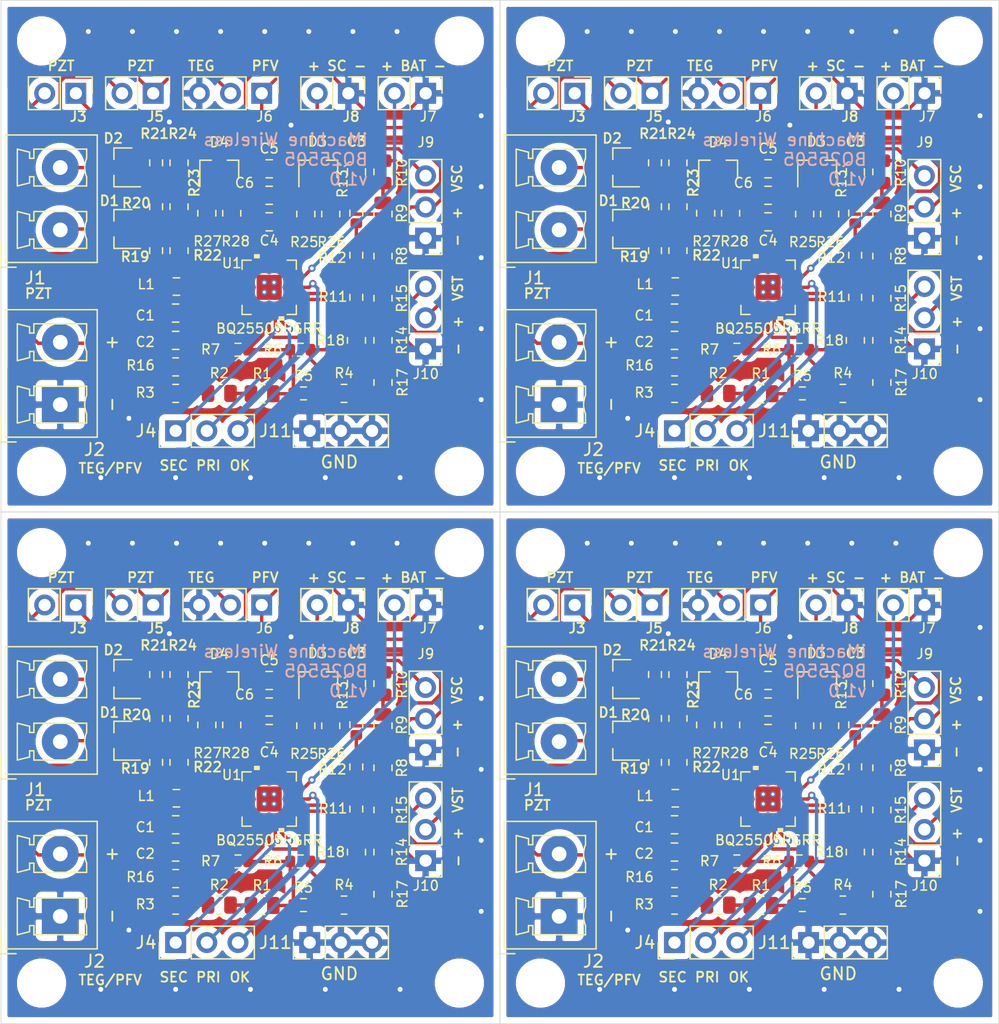
<source format=kicad_pcb>
(kicad_pcb (version 20171130) (host pcbnew "(5.1.10)-1")
  (layers (0 F.Cu signal) (31 B.Cu signal) (34 B.Paste user) (35 F.Paste user) (36 B.SilkS user) (37 F.SilkS user) (38 B.Mask user) (39 F.Mask user) (44 Edge.Cuts user))
  (net 0 "")
  (net 1 GNDA)
  (net 2 Vstore)
  (net 3 VIN_DC)
  (net 4 "Net-(J4-Pad1)")
  (net 5 LBOOST)
  (net 6 V_BAT_OV)
  (net 7 OK_HYST)
  (net 8 OK_PROG)
  (net 9 "Net-(J5-Pad2)")
  (net 10 "Net-(D1-Pad2)")
  (net 11 V_R_DIV)
  (net 12 "Net-(R8-Pad1)")
  (net 13 "Net-(C2-Pad1)")
  (net 14 "Net-(C3-Pad1)")
  (net 15 "Net-(D1-Pad3)")
  (net 16 "Net-(D2-Pad3)")
  (net 17 "Net-(D3-Pad2)")
  (net 18 "Net-(D4-Pad2)")
  (net 19 "Net-(D4-Pad1)")
  (net 20 "Net-(J4-Pad2)")
  (net 21 VOC_SAMP)
  (net 22 "Net-(R1-Pad1)")
  (net 23 "Net-(R2-Pad1)")
  (net 24 "Net-(R4-Pad1)")
  (net 25 "Net-(R10-Pad2)")
  (net 26 "Net-(R14-Pad1)")
  (net 27 "Net-(R16-Pad2)")
  (net 28 "Net-(R20-Pad1)")
  (net 29 "Net-(R23-Pad1)")
  (net 30 "Net-(D3-Pad3)")
  (net 31 VBAT_OK)
  (net 32 "Net-(J7-Pad2)")
  (module Resistor_SMD:R_0603_1608Metric (layer F.Cu) (at 213.614 156.214)
    (fp_text reference R7 (at -2.2352 -0.0254) (layer F.SilkS) (effects (font (size 0.8 0.8) (thickness 0.125))))
    (fp_text value Rov1)
    (pad 1 smd roundrect (at -0.825 0) (size 0.8 0.95) (layers F.Cu F.Paste F.Mask) (net 1 GNDA))
    (pad 2 smd roundrect (at 0.825 0) (size 0.8 0.95) (layers F.Cu F.Paste F.Mask) (net 6 V_BAT_OV))
  )
  (module Resistor_SMD:R_0603_1608Metric (layer F.Cu) (at 213.614 114.554)
    (fp_text reference R7 (at -2.2352 -0.0254) (layer F.SilkS) (effects (font (size 0.8 0.8) (thickness 0.125))))
    (fp_text value Rov1)
    (pad 1 smd roundrect (at -0.825 0) (size 0.8 0.95) (layers F.Cu F.Paste F.Mask) (net 1 GNDA))
    (pad 2 smd roundrect (at 0.825 0) (size 0.8 0.95) (layers F.Cu F.Paste F.Mask) (net 6 V_BAT_OV))
  )
  (module Resistor_SMD:R_0603_1608Metric (layer F.Cu) (at 172.974 156.214)
    (fp_text reference R7 (at -2.2352 -0.0254) (layer F.SilkS) (effects (font (size 0.8 0.8) (thickness 0.125))))
    (fp_text value Rov1)
    (pad 1 smd roundrect (at -0.825 0) (size 0.8 0.95) (layers F.Cu F.Paste F.Mask) (net 1 GNDA))
    (pad 2 smd roundrect (at 0.825 0) (size 0.8 0.95) (layers F.Cu F.Paste F.Mask) (net 6 V_BAT_OV))
  )
  (module Resistor_SMD:R_0603_1608Metric (layer F.Cu) (at 223.2533 151.9468 270)
    (fp_text reference R11 (at -0.0508 1.8923 180) (layer F.SilkS) (effects (font (size 0.8 0.8) (thickness 0.125))))
    (fp_text value Rok3)
    (pad 1 smd roundrect (at -0.825 0 270) (size 0.8 0.95) (layers F.Cu F.Paste F.Mask) (net 7 OK_HYST))
    (pad 2 smd roundrect (at 0.825 0 270) (size 0.8 0.95) (layers F.Cu F.Paste F.Mask) (net 11 V_R_DIV))
  )
  (module Resistor_SMD:R_0603_1608Metric (layer F.Cu) (at 223.2533 110.2868 270)
    (fp_text reference R11 (at -0.0508 1.8923 180) (layer F.SilkS) (effects (font (size 0.8 0.8) (thickness 0.125))))
    (fp_text value Rok3)
    (pad 1 smd roundrect (at -0.825 0 270) (size 0.8 0.95) (layers F.Cu F.Paste F.Mask) (net 7 OK_HYST))
    (pad 2 smd roundrect (at 0.825 0 270) (size 0.8 0.95) (layers F.Cu F.Paste F.Mask) (net 11 V_R_DIV))
  )
  (module Resistor_SMD:R_0603_1608Metric (layer F.Cu) (at 182.6133 151.9468 270)
    (fp_text reference R11 (at -0.0508 1.8923 180) (layer F.SilkS) (effects (font (size 0.8 0.8) (thickness 0.125))))
    (fp_text value Rok3)
    (pad 1 smd roundrect (at -0.825 0 270) (size 0.8 0.95) (layers F.Cu F.Paste F.Mask) (net 7 OK_HYST))
    (pad 2 smd roundrect (at 0.825 0 270) (size 0.8 0.95) (layers F.Cu F.Paste F.Mask) (net 11 V_R_DIV))
  )
  (module Resistor_SMD:R_0603_1608Metric (layer F.Cu) (at 218.694 156.214)
    (fp_text reference R6 (at -2.2347 -0.0254 180) (layer F.SilkS) (effects (font (size 0.8 0.8) (thickness 0.125))))
    (fp_text value Rov2)
    (pad 1 smd roundrect (at -0.825 0) (size 0.8 0.95) (layers F.Cu F.Paste F.Mask) (net 6 V_BAT_OV))
    (pad 2 smd roundrect (at 0.825 0) (size 0.8 0.95) (layers F.Cu F.Paste F.Mask) (net 11 V_R_DIV))
  )
  (module Resistor_SMD:R_0603_1608Metric (layer F.Cu) (at 218.694 114.554)
    (fp_text reference R6 (at -2.2347 -0.0254 180) (layer F.SilkS) (effects (font (size 0.8 0.8) (thickness 0.125))))
    (fp_text value Rov2)
    (pad 1 smd roundrect (at -0.825 0) (size 0.8 0.95) (layers F.Cu F.Paste F.Mask) (net 6 V_BAT_OV))
    (pad 2 smd roundrect (at 0.825 0) (size 0.8 0.95) (layers F.Cu F.Paste F.Mask) (net 11 V_R_DIV))
  )
  (module Resistor_SMD:R_0603_1608Metric (layer F.Cu) (at 178.054 156.214)
    (fp_text reference R6 (at -2.2347 -0.0254 180) (layer F.SilkS) (effects (font (size 0.8 0.8) (thickness 0.125))))
    (fp_text value Rov2)
    (pad 1 smd roundrect (at -0.825 0) (size 0.8 0.95) (layers F.Cu F.Paste F.Mask) (net 6 V_BAT_OV))
    (pad 2 smd roundrect (at 0.825 0) (size 0.8 0.95) (layers F.Cu F.Paste F.Mask) (net 11 V_R_DIV))
  )
  (module Inductor_SMD:L_0805_2012Metric_Pad1.15x1.40mm_HandSolder (layer F.Cu) (at 208.5975 151.0705)
    (fp_text reference L1 (at -2.463809 -0.1905 180) (layer F.SilkS) (effects (font (size 0.8 0.8) (thickness 0.125))))
    (fp_text value 22uH)
    (pad 2 smd roundrect (at 1.025 0) (size 1.15 1.4) (layers F.Cu F.Paste F.Mask) (roundrect_rratio 0.2173904347826087) (net 5 LBOOST))
    (pad 1 smd roundrect (at -1.025 0) (size 1.15 1.4) (layers F.Cu F.Paste F.Mask) (roundrect_rratio 0.2173904347826087) (net 3 VIN_DC))
  )
  (module Inductor_SMD:L_0805_2012Metric_Pad1.15x1.40mm_HandSolder (layer F.Cu) (at 208.5975 109.4105)
    (fp_text reference L1 (at -2.463809 -0.1905 180) (layer F.SilkS) (effects (font (size 0.8 0.8) (thickness 0.125))))
    (fp_text value 22uH)
    (pad 2 smd roundrect (at 1.025 0) (size 1.15 1.4) (layers F.Cu F.Paste F.Mask) (roundrect_rratio 0.2173904347826087) (net 5 LBOOST))
    (pad 1 smd roundrect (at -1.025 0) (size 1.15 1.4) (layers F.Cu F.Paste F.Mask) (roundrect_rratio 0.2173904347826087) (net 3 VIN_DC))
  )
  (module Inductor_SMD:L_0805_2012Metric_Pad1.15x1.40mm_HandSolder (layer F.Cu) (at 167.9575 151.0705)
    (fp_text reference L1 (at -2.463809 -0.1905 180) (layer F.SilkS) (effects (font (size 0.8 0.8) (thickness 0.125))))
    (fp_text value 22uH)
    (pad 2 smd roundrect (at 1.025 0) (size 1.15 1.4) (layers F.Cu F.Paste F.Mask) (roundrect_rratio 0.2173904347826087) (net 5 LBOOST))
    (pad 1 smd roundrect (at -1.025 0) (size 1.15 1.4) (layers F.Cu F.Paste F.Mask) (roundrect_rratio 0.2173904347826087) (net 3 VIN_DC))
  )
  (module Capacitor_SMD:C_0805_2012Metric (layer F.Cu) (at 216.154 145.8)
    (fp_text reference C4 (at 0 1.524) (layer F.SilkS) (effects (font (size 0.8 0.8) (thickness 0.125))))
    (fp_text value 4.7uF)
    (pad 1 smd roundrect (at -0.95 0) (size 1 1.45) (layers F.Cu F.Paste F.Mask) (net 2 Vstore))
    (pad 2 smd roundrect (at 0.95 0) (size 1 1.45) (layers F.Cu F.Paste F.Mask) (net 1 GNDA))
  )
  (module Capacitor_SMD:C_0805_2012Metric (layer F.Cu) (at 216.154 104.14)
    (fp_text reference C4 (at 0 1.524) (layer F.SilkS) (effects (font (size 0.8 0.8) (thickness 0.125))))
    (fp_text value 4.7uF)
    (pad 1 smd roundrect (at -0.95 0) (size 1 1.45) (layers F.Cu F.Paste F.Mask) (net 2 Vstore))
    (pad 2 smd roundrect (at 0.95 0) (size 1 1.45) (layers F.Cu F.Paste F.Mask) (net 1 GNDA))
  )
  (module Capacitor_SMD:C_0805_2012Metric (layer F.Cu) (at 175.514 145.8)
    (fp_text reference C4 (at 0 1.524) (layer F.SilkS) (effects (font (size 0.8 0.8) (thickness 0.125))))
    (fp_text value 4.7uF)
    (pad 1 smd roundrect (at -0.95 0) (size 1 1.45) (layers F.Cu F.Paste F.Mask) (net 2 Vstore))
    (pad 2 smd roundrect (at 0.95 0) (size 1 1.45) (layers F.Cu F.Paste F.Mask) (net 1 GNDA))
  )
  (module Capacitor_SMD:C_0805_2012Metric (layer F.Cu) (at 216.154 141.482)
    (fp_text reference C5 (at 0 -1.651) (layer F.SilkS) (effects (font (size 0.8 0.8) (thickness 0.125))))
    (fp_text value 4.7uF)
    (pad 1 smd roundrect (at -0.95 0) (size 1 1.45) (layers F.Cu F.Paste F.Mask) (net 2 Vstore))
    (pad 2 smd roundrect (at 0.95 0) (size 1 1.45) (layers F.Cu F.Paste F.Mask) (net 1 GNDA))
  )
  (module Capacitor_SMD:C_0805_2012Metric (layer F.Cu) (at 216.154 99.822)
    (fp_text reference C5 (at 0 -1.651) (layer F.SilkS) (effects (font (size 0.8 0.8) (thickness 0.125))))
    (fp_text value 4.7uF)
    (pad 1 smd roundrect (at -0.95 0) (size 1 1.45) (layers F.Cu F.Paste F.Mask) (net 2 Vstore))
    (pad 2 smd roundrect (at 0.95 0) (size 1 1.45) (layers F.Cu F.Paste F.Mask) (net 1 GNDA))
  )
  (module Capacitor_SMD:C_0805_2012Metric (layer F.Cu) (at 175.514 141.482)
    (fp_text reference C5 (at 0 -1.651) (layer F.SilkS) (effects (font (size 0.8 0.8) (thickness 0.125))))
    (fp_text value 4.7uF)
    (pad 1 smd roundrect (at -0.95 0) (size 1 1.45) (layers F.Cu F.Paste F.Mask) (net 2 Vstore))
    (pad 2 smd roundrect (at 0.95 0) (size 1 1.45) (layers F.Cu F.Paste F.Mask) (net 1 GNDA))
  )
  (module Capacitor_SMD:C_0805_2012Metric (layer F.Cu) (at 216.154 143.641)
    (fp_text reference C6 (at -2.0066 -1.016 180) (layer F.SilkS) (effects (font (size 0.8 0.8) (thickness 0.125))))
    (fp_text value 10nF)
    (pad 1 smd roundrect (at -0.95 0) (size 1 1.45) (layers F.Cu F.Paste F.Mask) (net 2 Vstore))
    (pad 2 smd roundrect (at 0.95 0) (size 1 1.45) (layers F.Cu F.Paste F.Mask) (net 1 GNDA))
  )
  (module Capacitor_SMD:C_0805_2012Metric (layer F.Cu) (at 216.154 101.981)
    (fp_text reference C6 (at -2.0066 -1.016 180) (layer F.SilkS) (effects (font (size 0.8 0.8) (thickness 0.125))))
    (fp_text value 10nF)
    (pad 1 smd roundrect (at -0.95 0) (size 1 1.45) (layers F.Cu F.Paste F.Mask) (net 2 Vstore))
    (pad 2 smd roundrect (at 0.95 0) (size 1 1.45) (layers F.Cu F.Paste F.Mask) (net 1 GNDA))
  )
  (module Capacitor_SMD:C_0805_2012Metric (layer F.Cu) (at 175.514 143.641)
    (fp_text reference C6 (at -2.0066 -1.016 180) (layer F.SilkS) (effects (font (size 0.8 0.8) (thickness 0.125))))
    (fp_text value 10nF)
    (pad 1 smd roundrect (at -0.95 0) (size 1 1.45) (layers F.Cu F.Paste F.Mask) (net 2 Vstore))
    (pad 2 smd roundrect (at 0.95 0) (size 1 1.45) (layers F.Cu F.Paste F.Mask) (net 1 GNDA))
  )
  (module Capacitor_SMD:C_0805_2012Metric (layer F.Cu) (at 208.534 155.452 180)
    (fp_text reference C2 (at 2.4765 -0.127) (layer F.SilkS) (effects (font (size 0.8 0.8) (thickness 0.125))))
    (fp_text value 10nF)
    (pad 2 smd roundrect (at 0.95 0 180) (size 1 1.45) (layers F.Cu F.Paste F.Mask) (net 1 GNDA))
    (pad 1 smd roundrect (at -0.95 0 180) (size 1 1.45) (layers F.Cu F.Paste F.Mask) (net 13 "Net-(C2-Pad1)"))
  )
  (module Capacitor_SMD:C_0805_2012Metric (layer F.Cu) (at 208.534 113.792 180)
    (fp_text reference C2 (at 2.4765 -0.127) (layer F.SilkS) (effects (font (size 0.8 0.8) (thickness 0.125))))
    (fp_text value 10nF)
    (pad 2 smd roundrect (at 0.95 0 180) (size 1 1.45) (layers F.Cu F.Paste F.Mask) (net 1 GNDA))
    (pad 1 smd roundrect (at -0.95 0 180) (size 1 1.45) (layers F.Cu F.Paste F.Mask) (net 13 "Net-(C2-Pad1)"))
  )
  (module Capacitor_SMD:C_0805_2012Metric (layer F.Cu) (at 167.894 155.452 180)
    (fp_text reference C2 (at 2.4765 -0.127) (layer F.SilkS) (effects (font (size 0.8 0.8) (thickness 0.125))))
    (fp_text value 10nF)
    (pad 2 smd roundrect (at 0.95 0 180) (size 1 1.45) (layers F.Cu F.Paste F.Mask) (net 1 GNDA))
    (pad 1 smd roundrect (at -0.95 0 180) (size 1 1.45) (layers F.Cu F.Paste F.Mask) (net 13 "Net-(C2-Pad1)"))
  )
  (module Capacitor_SMD:C_0805_2012Metric (layer F.Cu) (at 208.534 153.2295 180)
    (fp_text reference C1 (at 2.4765 -0.1905 180) (layer F.SilkS) (effects (font (size 0.8 0.8) (thickness 0.125))))
    (fp_text value 4.7uF)
    (pad 2 smd roundrect (at 0.95 0 180) (size 1 1.45) (layers F.Cu F.Paste F.Mask) (net 1 GNDA))
    (pad 1 smd roundrect (at -0.95 0 180) (size 1 1.45) (layers F.Cu F.Paste F.Mask) (net 3 VIN_DC))
  )
  (module Capacitor_SMD:C_0805_2012Metric (layer F.Cu) (at 208.534 111.5695 180)
    (fp_text reference C1 (at 2.4765 -0.1905 180) (layer F.SilkS) (effects (font (size 0.8 0.8) (thickness 0.125))))
    (fp_text value 4.7uF)
    (pad 2 smd roundrect (at 0.95 0 180) (size 1 1.45) (layers F.Cu F.Paste F.Mask) (net 1 GNDA))
    (pad 1 smd roundrect (at -0.95 0 180) (size 1 1.45) (layers F.Cu F.Paste F.Mask) (net 3 VIN_DC))
  )
  (module Capacitor_SMD:C_0805_2012Metric (layer F.Cu) (at 167.894 153.2295 180)
    (fp_text reference C1 (at 2.4765 -0.1905 180) (layer F.SilkS) (effects (font (size 0.8 0.8) (thickness 0.125))))
    (fp_text value 4.7uF)
    (pad 2 smd roundrect (at 0.95 0 180) (size 1 1.45) (layers F.Cu F.Paste F.Mask) (net 1 GNDA))
    (pad 1 smd roundrect (at -0.95 0 180) (size 1 1.45) (layers F.Cu F.Paste F.Mask) (net 3 VIN_DC))
  )
  (module Resistor_SMD:R_0603_1608Metric (layer F.Cu) (at 223.2533 148.5178 270)
    (fp_text reference R12 (at 0.2032 1.9558 180) (layer F.SilkS) (effects (font (size 0.8 0.8) (thickness 0.125))))
    (fp_text value Rok2)
    (pad 1 smd roundrect (at -0.825 0 270) (size 0.8 0.95) (layers F.Cu F.Paste F.Mask) (net 8 OK_PROG))
    (pad 2 smd roundrect (at 0.825 0 270) (size 0.8 0.95) (layers F.Cu F.Paste F.Mask) (net 7 OK_HYST))
  )
  (module Resistor_SMD:R_0603_1608Metric (layer F.Cu) (at 223.2533 106.8578 270)
    (fp_text reference R12 (at 0.2032 1.9558 180) (layer F.SilkS) (effects (font (size 0.8 0.8) (thickness 0.125))))
    (fp_text value Rok2)
    (pad 1 smd roundrect (at -0.825 0 270) (size 0.8 0.95) (layers F.Cu F.Paste F.Mask) (net 8 OK_PROG))
    (pad 2 smd roundrect (at 0.825 0 270) (size 0.8 0.95) (layers F.Cu F.Paste F.Mask) (net 7 OK_HYST))
  )
  (module Resistor_SMD:R_0603_1608Metric (layer F.Cu) (at 182.6133 148.5178 270)
    (fp_text reference R12 (at 0.2032 1.9558 180) (layer F.SilkS) (effects (font (size 0.8 0.8) (thickness 0.125))))
    (fp_text value Rok2)
    (pad 1 smd roundrect (at -0.825 0 270) (size 0.8 0.95) (layers F.Cu F.Paste F.Mask) (net 8 OK_PROG))
    (pad 2 smd roundrect (at 0.825 0 270) (size 0.8 0.95) (layers F.Cu F.Paste F.Mask) (net 7 OK_HYST))
  )
  (module Resistor_SMD:R_0805_2012Metric (layer F.Cu) (at 225.425 158.881 270)
    (fp_text reference R17 (at 0 -1.5875 270) (layer F.SilkS) (effects (font (size 0.8 0.8) (thickness 0.125))))
    (fp_text value 1M)
    (pad 1 smd roundrect (at -0.9125 0 270) (size 1.025 1.4) (layers F.Cu F.Paste F.Mask) (roundrect_rratio 0.2439004878048781) (net 7 OK_HYST))
    (pad 2 smd roundrect (at 0.9125 0 270) (size 1.025 1.4) (layers F.Cu F.Paste F.Mask) (roundrect_rratio 0.2439004878048781) (net 11 V_R_DIV))
  )
  (module Resistor_SMD:R_0805_2012Metric (layer F.Cu) (at 225.425 117.221 270)
    (fp_text reference R17 (at 0 -1.5875 270) (layer F.SilkS) (effects (font (size 0.8 0.8) (thickness 0.125))))
    (fp_text value 1M)
    (pad 1 smd roundrect (at -0.9125 0 270) (size 1.025 1.4) (layers F.Cu F.Paste F.Mask) (roundrect_rratio 0.2439004878048781) (net 7 OK_HYST))
    (pad 2 smd roundrect (at 0.9125 0 270) (size 1.025 1.4) (layers F.Cu F.Paste F.Mask) (roundrect_rratio 0.2439004878048781) (net 11 V_R_DIV))
  )
  (module Resistor_SMD:R_0805_2012Metric (layer F.Cu) (at 184.785 158.881 270)
    (fp_text reference R17 (at 0 -1.5875 270) (layer F.SilkS) (effects (font (size 0.8 0.8) (thickness 0.125))))
    (fp_text value 1M)
    (pad 1 smd roundrect (at -0.9125 0 270) (size 1.025 1.4) (layers F.Cu F.Paste F.Mask) (roundrect_rratio 0.2439004878048781) (net 7 OK_HYST))
    (pad 2 smd roundrect (at 0.9125 0 270) (size 1.025 1.4) (layers F.Cu F.Paste F.Mask) (roundrect_rratio 0.2439004878048781) (net 11 V_R_DIV))
  )
  (module Resistor_SMD:R_0805_2012Metric (layer F.Cu) (at 223.266 155.452 90)
    (fp_text reference R18 (at 0 -2.0955) (layer F.SilkS) (effects (font (size 0.8 0.8) (thickness 0.125))))
    (fp_text value 1M)
    (pad 1 smd roundrect (at -0.9125 0 90) (size 1.025 1.4) (layers F.Cu F.Paste F.Mask) (roundrect_rratio 0.2439004878048781) (net 7 OK_HYST))
    (pad 2 smd roundrect (at 0.9125 0 90) (size 1.025 1.4) (layers F.Cu F.Paste F.Mask) (roundrect_rratio 0.2439004878048781) (net 11 V_R_DIV))
  )
  (module Resistor_SMD:R_0805_2012Metric (layer F.Cu) (at 223.266 113.792 90)
    (fp_text reference R18 (at 0 -2.0955) (layer F.SilkS) (effects (font (size 0.8 0.8) (thickness 0.125))))
    (fp_text value 1M)
    (pad 1 smd roundrect (at -0.9125 0 90) (size 1.025 1.4) (layers F.Cu F.Paste F.Mask) (roundrect_rratio 0.2439004878048781) (net 7 OK_HYST))
    (pad 2 smd roundrect (at 0.9125 0 90) (size 1.025 1.4) (layers F.Cu F.Paste F.Mask) (roundrect_rratio 0.2439004878048781) (net 11 V_R_DIV))
  )
  (module Resistor_SMD:R_0805_2012Metric (layer F.Cu) (at 182.626 155.452 90)
    (fp_text reference R18 (at 0 -2.0955) (layer F.SilkS) (effects (font (size 0.8 0.8) (thickness 0.125))))
    (fp_text value 1M)
    (pad 1 smd roundrect (at -0.9125 0 90) (size 1.025 1.4) (layers F.Cu F.Paste F.Mask) (roundrect_rratio 0.2439004878048781) (net 7 OK_HYST))
    (pad 2 smd roundrect (at 0.9125 0 90) (size 1.025 1.4) (layers F.Cu F.Paste F.Mask) (roundrect_rratio 0.2439004878048781) (net 11 V_R_DIV))
  )
  (module Connector_PinHeader_2.54mm:PinHeader_1x02_P2.54mm_Vertical (layer F.Cu) (at 228.9048 135.3352 270)
    (fp_text reference J7 (at 1.8923 -0.2032) (layer F.SilkS) (effects (font (size 0.8 0.8) (thickness 0.125))))
    (fp_text value BAT)
    (pad 1 thru_hole rect (at 0 0 270) (size 1.7 1.7) (drill 1) (layers *.Cu *.Mask) (net 1 GNDA))
    (pad 2 thru_hole oval (at 0 2.54 270) (size 1.7 1.7) (drill 1) (layers *.Cu *.Mask) (net 32 "Net-(J7-Pad2)"))
  )
  (module Connector_PinHeader_2.54mm:PinHeader_1x02_P2.54mm_Vertical (layer F.Cu) (at 228.9048 93.6752 270)
    (fp_text reference J7 (at 1.8923 -0.2032) (layer F.SilkS) (effects (font (size 0.8 0.8) (thickness 0.125))))
    (fp_text value BAT)
    (pad 1 thru_hole rect (at 0 0 270) (size 1.7 1.7) (drill 1) (layers *.Cu *.Mask) (net 1 GNDA))
    (pad 2 thru_hole oval (at 0 2.54 270) (size 1.7 1.7) (drill 1) (layers *.Cu *.Mask) (net 32 "Net-(J7-Pad2)"))
  )
  (module Connector_PinHeader_2.54mm:PinHeader_1x02_P2.54mm_Vertical (layer F.Cu) (at 188.2648 135.3352 270)
    (fp_text reference J7 (at 1.8923 -0.2032) (layer F.SilkS) (effects (font (size 0.8 0.8) (thickness 0.125))))
    (fp_text value BAT)
    (pad 1 thru_hole rect (at 0 0 270) (size 1.7 1.7) (drill 1) (layers *.Cu *.Mask) (net 1 GNDA))
    (pad 2 thru_hole oval (at 0 2.54 270) (size 1.7 1.7) (drill 1) (layers *.Cu *.Mask) (net 32 "Net-(J7-Pad2)"))
  )
  (module Package_TO_SOT_SMD:SOT-23 (layer F.Cu) (at 204.2668 141.3677 180)
    (fp_text reference D2 (at 0.8128 2.3622) (layer F.SilkS) (effects (font (size 0.8 0.8))))
    (fp_text value D_Schottky_x2_Serial_AKC)
    (pad 1 smd rect (at -1 -0.95 180) (size 0.9 0.8) (layers F.Cu F.Paste F.Mask) (net 1 GNDA))
    (pad 2 smd rect (at -1 0.95 180) (size 0.9 0.8) (layers F.Cu F.Paste F.Mask) (net 10 "Net-(D1-Pad2)"))
    (pad 3 smd rect (at 1 0 180) (size 0.9 0.8) (layers F.Cu F.Paste F.Mask) (net 16 "Net-(D2-Pad3)"))
  )
  (module Package_TO_SOT_SMD:SOT-23 (layer F.Cu) (at 204.2668 99.7077 180)
    (fp_text reference D2 (at 0.8128 2.3622) (layer F.SilkS) (effects (font (size 0.8 0.8))))
    (fp_text value D_Schottky_x2_Serial_AKC)
    (pad 1 smd rect (at -1 -0.95 180) (size 0.9 0.8) (layers F.Cu F.Paste F.Mask) (net 1 GNDA))
    (pad 2 smd rect (at -1 0.95 180) (size 0.9 0.8) (layers F.Cu F.Paste F.Mask) (net 10 "Net-(D1-Pad2)"))
    (pad 3 smd rect (at 1 0 180) (size 0.9 0.8) (layers F.Cu F.Paste F.Mask) (net 16 "Net-(D2-Pad3)"))
  )
  (module Package_TO_SOT_SMD:SOT-23 (layer F.Cu) (at 163.6268 141.3677 180)
    (fp_text reference D2 (at 0.8128 2.3622) (layer F.SilkS) (effects (font (size 0.8 0.8))))
    (fp_text value D_Schottky_x2_Serial_AKC)
    (pad 1 smd rect (at -1 -0.95 180) (size 0.9 0.8) (layers F.Cu F.Paste F.Mask) (net 1 GNDA))
    (pad 2 smd rect (at -1 0.95 180) (size 0.9 0.8) (layers F.Cu F.Paste F.Mask) (net 10 "Net-(D1-Pad2)"))
    (pad 3 smd rect (at 1 0 180) (size 0.9 0.8) (layers F.Cu F.Paste F.Mask) (net 16 "Net-(D2-Pad3)"))
  )
  (module Connector_PinHeader_2.54mm:PinHeader_1x02_P2.54mm_Vertical (layer F.Cu) (at 200.406 135.3352 270)
    (fp_text reference J3 (at 1.89855 -0.1905) (layer F.SilkS) (effects (font (size 0.8 0.8))))
    (fp_text value PZT)
    (pad 1 thru_hole rect (at 0 0 270) (size 1.7 1.7) (drill 1) (layers *.Cu *.Mask) (net 10 "Net-(D1-Pad2)"))
    (pad 2 thru_hole oval (at 0 2.54 270) (size 1.7 1.7) (drill 1) (layers *.Cu *.Mask) (net 3 VIN_DC))
  )
  (module Connector_PinHeader_2.54mm:PinHeader_1x02_P2.54mm_Vertical (layer F.Cu) (at 200.406 93.6752 270)
    (fp_text reference J3 (at 1.89855 -0.1905) (layer F.SilkS) (effects (font (size 0.8 0.8))))
    (fp_text value PZT)
    (pad 1 thru_hole rect (at 0 0 270) (size 1.7 1.7) (drill 1) (layers *.Cu *.Mask) (net 10 "Net-(D1-Pad2)"))
    (pad 2 thru_hole oval (at 0 2.54 270) (size 1.7 1.7) (drill 1) (layers *.Cu *.Mask) (net 3 VIN_DC))
  )
  (module Connector_PinHeader_2.54mm:PinHeader_1x02_P2.54mm_Vertical (layer F.Cu) (at 159.766 135.3352 270)
    (fp_text reference J3 (at 1.89855 -0.1905) (layer F.SilkS) (effects (font (size 0.8 0.8))))
    (fp_text value PZT)
    (pad 1 thru_hole rect (at 0 0 270) (size 1.7 1.7) (drill 1) (layers *.Cu *.Mask) (net 10 "Net-(D1-Pad2)"))
    (pad 2 thru_hole oval (at 0 2.54 270) (size 1.7 1.7) (drill 1) (layers *.Cu *.Mask) (net 3 VIN_DC))
  )
  (module Connector_PinHeader_2.54mm:PinHeader_1x03_P2.54mm_Vertical (layer F.Cu) (at 228.8921 156.1505 180)
    (fp_text reference J10 (at -0.0254 -2.032 180) (layer F.SilkS) (effects (font (size 0.8 0.8) (thickness 0.125))))
    (fp_text value Vstore)
    (pad 1 thru_hole rect (at 0 0 180) (size 1.7 1.7) (drill 1) (layers *.Cu *.Mask) (net 1 GNDA))
    (pad 2 thru_hole oval (at 0 2.54 180) (size 1.7 1.7) (drill 1) (layers *.Cu *.Mask) (net 2 Vstore))
    (pad 3 thru_hole oval (at 0 5.08 180) (size 1.7 1.7) (drill 1) (layers *.Cu *.Mask) (net 18 "Net-(D4-Pad2)"))
  )
  (module Connector_PinHeader_2.54mm:PinHeader_1x03_P2.54mm_Vertical (layer F.Cu) (at 228.8921 114.4905 180)
    (fp_text reference J10 (at -0.0254 -2.032 180) (layer F.SilkS) (effects (font (size 0.8 0.8) (thickness 0.125))))
    (fp_text value Vstore)
    (pad 1 thru_hole rect (at 0 0 180) (size 1.7 1.7) (drill 1) (layers *.Cu *.Mask) (net 1 GNDA))
    (pad 2 thru_hole oval (at 0 2.54 180) (size 1.7 1.7) (drill 1) (layers *.Cu *.Mask) (net 2 Vstore))
    (pad 3 thru_hole oval (at 0 5.08 180) (size 1.7 1.7) (drill 1) (layers *.Cu *.Mask) (net 18 "Net-(D4-Pad2)"))
  )
  (module Connector_PinHeader_2.54mm:PinHeader_1x03_P2.54mm_Vertical (layer F.Cu) (at 188.2521 156.1505 180)
    (fp_text reference J10 (at -0.0254 -2.032 180) (layer F.SilkS) (effects (font (size 0.8 0.8) (thickness 0.125))))
    (fp_text value Vstore)
    (pad 1 thru_hole rect (at 0 0 180) (size 1.7 1.7) (drill 1) (layers *.Cu *.Mask) (net 1 GNDA))
    (pad 2 thru_hole oval (at 0 2.54 180) (size 1.7 1.7) (drill 1) (layers *.Cu *.Mask) (net 2 Vstore))
    (pad 3 thru_hole oval (at 0 5.08 180) (size 1.7 1.7) (drill 1) (layers *.Cu *.Mask) (net 18 "Net-(D4-Pad2)"))
  )
  (module Capacitor_SMD:C_0805_2012Metric (layer F.Cu) (at 223.266 141.736 90)
    (fp_text reference C3 (at 2.4765 0 180) (layer F.SilkS) (effects (font (size 0.8 0.8))))
    (fp_text value 1uF)
    (pad 1 smd roundrect (at -0.95 0 90) (size 1 1.45) (layers F.Cu F.Paste F.Mask) (net 14 "Net-(C3-Pad1)"))
    (pad 2 smd roundrect (at 0.95 0 90) (size 1 1.45) (layers F.Cu F.Paste F.Mask) (net 1 GNDA))
  )
  (module Capacitor_SMD:C_0805_2012Metric (layer F.Cu) (at 223.266 100.076 90)
    (fp_text reference C3 (at 2.4765 0 180) (layer F.SilkS) (effects (font (size 0.8 0.8))))
    (fp_text value 1uF)
    (pad 1 smd roundrect (at -0.95 0 90) (size 1 1.45) (layers F.Cu F.Paste F.Mask) (net 14 "Net-(C3-Pad1)"))
    (pad 2 smd roundrect (at 0.95 0 90) (size 1 1.45) (layers F.Cu F.Paste F.Mask) (net 1 GNDA))
  )
  (module Capacitor_SMD:C_0805_2012Metric (layer F.Cu) (at 182.626 141.736 90)
    (fp_text reference C3 (at 2.4765 0 180) (layer F.SilkS) (effects (font (size 0.8 0.8))))
    (fp_text value 1uF)
    (pad 1 smd roundrect (at -0.95 0 90) (size 1 1.45) (layers F.Cu F.Paste F.Mask) (net 14 "Net-(C3-Pad1)"))
    (pad 2 smd roundrect (at 0.95 0 90) (size 1 1.45) (layers F.Cu F.Paste F.Mask) (net 1 GNDA))
  )
  (module Resistor_SMD:R_0603_1608Metric (layer F.Cu) (at 206.9465 140.9975 270)
    (fp_text reference R21 (at -2.373 0.127 180) (layer F.SilkS) (effects (font (size 0.8 0.8))))
    (fp_text value 10M)
    (pad 2 smd roundrect (at 0.825 0 270) (size 0.8 0.95) (layers F.Cu F.Paste F.Mask) (net 28 "Net-(R20-Pad1)"))
    (pad 1 smd roundrect (at -0.825 0 270) (size 0.8 0.95) (layers F.Cu F.Paste F.Mask) (net 1 GNDA))
  )
  (module Resistor_SMD:R_0603_1608Metric (layer F.Cu) (at 206.9465 99.3375 270)
    (fp_text reference R21 (at -2.373 0.127 180) (layer F.SilkS) (effects (font (size 0.8 0.8))))
    (fp_text value 10M)
    (pad 2 smd roundrect (at 0.825 0 270) (size 0.8 0.95) (layers F.Cu F.Paste F.Mask) (net 28 "Net-(R20-Pad1)"))
    (pad 1 smd roundrect (at -0.825 0 270) (size 0.8 0.95) (layers F.Cu F.Paste F.Mask) (net 1 GNDA))
  )
  (module Resistor_SMD:R_0603_1608Metric (layer F.Cu) (at 166.3065 140.9975 270)
    (fp_text reference R21 (at -2.373 0.127 180) (layer F.SilkS) (effects (font (size 0.8 0.8))))
    (fp_text value 10M)
    (pad 2 smd roundrect (at 0.825 0 270) (size 0.8 0.95) (layers F.Cu F.Paste F.Mask) (net 28 "Net-(R20-Pad1)"))
    (pad 1 smd roundrect (at -0.825 0 270) (size 0.8 0.95) (layers F.Cu F.Paste F.Mask) (net 1 GNDA))
  )
  (module Package_TO_SOT_SMD:SOT-23 (layer F.Cu) (at 204.2668 146.3842 180)
    (fp_text reference D1 (at 1.1303 2.2987) (layer F.SilkS) (effects (font (size 0.8 0.8))))
    (fp_text value D_Schottky_x2_Serial_AKC)
    (pad 1 smd rect (at -1 -0.95 180) (size 0.9 0.8) (layers F.Cu F.Paste F.Mask) (net 1 GNDA))
    (pad 2 smd rect (at -1 0.95 180) (size 0.9 0.8) (layers F.Cu F.Paste F.Mask) (net 10 "Net-(D1-Pad2)"))
    (pad 3 smd rect (at 1 0 180) (size 0.9 0.8) (layers F.Cu F.Paste F.Mask) (net 15 "Net-(D1-Pad3)"))
  )
  (module Package_TO_SOT_SMD:SOT-23 (layer F.Cu) (at 204.2668 104.7242 180)
    (fp_text reference D1 (at 1.1303 2.2987) (layer F.SilkS) (effects (font (size 0.8 0.8))))
    (fp_text value D_Schottky_x2_Serial_AKC)
    (pad 1 smd rect (at -1 -0.95 180) (size 0.9 0.8) (layers F.Cu F.Paste F.Mask) (net 1 GNDA))
    (pad 2 smd rect (at -1 0.95 180) (size 0.9 0.8) (layers F.Cu F.Paste F.Mask) (net 10 "Net-(D1-Pad2)"))
    (pad 3 smd rect (at 1 0 180) (size 0.9 0.8) (layers F.Cu F.Paste F.Mask) (net 15 "Net-(D1-Pad3)"))
  )
  (module Package_TO_SOT_SMD:SOT-23 (layer F.Cu) (at 163.6268 146.3842 180)
    (fp_text reference D1 (at 1.1303 2.2987) (layer F.SilkS) (effects (font (size 0.8 0.8))))
    (fp_text value D_Schottky_x2_Serial_AKC)
    (pad 1 smd rect (at -1 -0.95 180) (size 0.9 0.8) (layers F.Cu F.Paste F.Mask) (net 1 GNDA))
    (pad 2 smd rect (at -1 0.95 180) (size 0.9 0.8) (layers F.Cu F.Paste F.Mask) (net 10 "Net-(D1-Pad2)"))
    (pad 3 smd rect (at 1 0 180) (size 0.9 0.8) (layers F.Cu F.Paste F.Mask) (net 15 "Net-(D1-Pad3)"))
  )
  (module Connector_PinHeader_2.54mm:PinHeader_1x02_P2.54mm_Vertical (layer F.Cu) (at 206.7052 135.3352 270)
    (fp_text reference J5 (at 1.89855 -0.1778 180) (layer F.SilkS) (effects (font (size 0.8 0.8))))
    (fp_text value PZT)
    (pad 1 thru_hole rect (at 0 0 270) (size 1.7 1.7) (drill 1) (layers *.Cu *.Mask) (net 21 VOC_SAMP))
    (pad 2 thru_hole oval (at 0 2.54 270) (size 1.7 1.7) (drill 1) (layers *.Cu *.Mask) (net 9 "Net-(J5-Pad2)"))
  )
  (module Connector_PinHeader_2.54mm:PinHeader_1x02_P2.54mm_Vertical (layer F.Cu) (at 206.7052 93.6752 270)
    (fp_text reference J5 (at 1.89855 -0.1778 180) (layer F.SilkS) (effects (font (size 0.8 0.8))))
    (fp_text value PZT)
    (pad 1 thru_hole rect (at 0 0 270) (size 1.7 1.7) (drill 1) (layers *.Cu *.Mask) (net 21 VOC_SAMP))
    (pad 2 thru_hole oval (at 0 2.54 270) (size 1.7 1.7) (drill 1) (layers *.Cu *.Mask) (net 9 "Net-(J5-Pad2)"))
  )
  (module Connector_PinHeader_2.54mm:PinHeader_1x02_P2.54mm_Vertical (layer F.Cu) (at 166.0652 135.3352 270)
    (fp_text reference J5 (at 1.89855 -0.1778 180) (layer F.SilkS) (effects (font (size 0.8 0.8))))
    (fp_text value PZT)
    (pad 1 thru_hole rect (at 0 0 270) (size 1.7 1.7) (drill 1) (layers *.Cu *.Mask) (net 21 VOC_SAMP))
    (pad 2 thru_hole oval (at 0 2.54 270) (size 1.7 1.7) (drill 1) (layers *.Cu *.Mask) (net 9 "Net-(J5-Pad2)"))
  )
  (module Resistor_SMD:R_0603_1608Metric (layer F.Cu) (at 206.9465 148.1495 270)
    (fp_text reference R19 (at 0.4953 1.7145 180) (layer F.SilkS) (effects (font (size 0.8 0.8))))
    (fp_text value 8M)
    (pad 2 smd roundrect (at 0.825 0 270) (size 0.8 0.95) (layers F.Cu F.Paste F.Mask) (net 3 VIN_DC))
    (pad 1 smd roundrect (at -0.825 0 270) (size 0.8 0.95) (layers F.Cu F.Paste F.Mask) (net 9 "Net-(J5-Pad2)"))
  )
  (module Resistor_SMD:R_0603_1608Metric (layer F.Cu) (at 206.9465 106.4895 270)
    (fp_text reference R19 (at 0.4953 1.7145 180) (layer F.SilkS) (effects (font (size 0.8 0.8))))
    (fp_text value 8M)
    (pad 2 smd roundrect (at 0.825 0 270) (size 0.8 0.95) (layers F.Cu F.Paste F.Mask) (net 3 VIN_DC))
    (pad 1 smd roundrect (at -0.825 0 270) (size 0.8 0.95) (layers F.Cu F.Paste F.Mask) (net 9 "Net-(J5-Pad2)"))
  )
  (module Resistor_SMD:R_0603_1608Metric (layer F.Cu) (at 166.3065 148.1495 270)
    (fp_text reference R19 (at 0.4953 1.7145 180) (layer F.SilkS) (effects (font (size 0.8 0.8))))
    (fp_text value 8M)
    (pad 2 smd roundrect (at 0.825 0 270) (size 0.8 0.95) (layers F.Cu F.Paste F.Mask) (net 3 VIN_DC))
    (pad 1 smd roundrect (at -0.825 0 270) (size 0.8 0.95) (layers F.Cu F.Paste F.Mask) (net 9 "Net-(J5-Pad2)"))
  )
  (module Resistor_SMD:R_0805_2012Metric (layer F.Cu) (at 208.8115 148.1495 270)
    (fp_text reference R22 (at 0.381 -2.326 180) (layer F.SilkS) (effects (font (size 0.8 0.8))))
    (fp_text value 8M)
    (pad 2 smd roundrect (at 0.9125 0 270) (size 1.025 1.4) (layers F.Cu F.Paste F.Mask) (roundrect_rratio 0.2439004878048781) (net 3 VIN_DC))
    (pad 1 smd roundrect (at -0.9125 0 270) (size 1.025 1.4) (layers F.Cu F.Paste F.Mask) (roundrect_rratio 0.2439004878048781) (net 9 "Net-(J5-Pad2)"))
  )
  (module Resistor_SMD:R_0805_2012Metric (layer F.Cu) (at 208.8115 106.4895 270)
    (fp_text reference R22 (at 0.381 -2.326 180) (layer F.SilkS) (effects (font (size 0.8 0.8))))
    (fp_text value 8M)
    (pad 2 smd roundrect (at 0.9125 0 270) (size 1.025 1.4) (layers F.Cu F.Paste F.Mask) (roundrect_rratio 0.2439004878048781) (net 3 VIN_DC))
    (pad 1 smd roundrect (at -0.9125 0 270) (size 1.025 1.4) (layers F.Cu F.Paste F.Mask) (roundrect_rratio 0.2439004878048781) (net 9 "Net-(J5-Pad2)"))
  )
  (module Resistor_SMD:R_0805_2012Metric (layer F.Cu) (at 168.1715 148.1495 270)
    (fp_text reference R22 (at 0.381 -2.326 180) (layer F.SilkS) (effects (font (size 0.8 0.8))))
    (fp_text value 8M)
    (pad 2 smd roundrect (at 0.9125 0 270) (size 1.025 1.4) (layers F.Cu F.Paste F.Mask) (roundrect_rratio 0.2439004878048781) (net 3 VIN_DC))
    (pad 1 smd roundrect (at -0.9125 0 270) (size 1.025 1.4) (layers F.Cu F.Paste F.Mask) (roundrect_rratio 0.2439004878048781) (net 9 "Net-(J5-Pad2)"))
  )
  (module Resistor_SMD:R_0805_2012Metric (layer F.Cu) (at 208.8115 140.9975 270)
    (fp_text reference R24 (at -2.373 -0.294 180) (layer F.SilkS) (effects (font (size 0.8 0.8))))
    (fp_text value 10M)
    (pad 2 smd roundrect (at 0.9125 0 270) (size 1.025 1.4) (layers F.Cu F.Paste F.Mask) (roundrect_rratio 0.2439004878048781) (net 29 "Net-(R23-Pad1)"))
    (pad 1 smd roundrect (at -0.9125 0 270) (size 1.025 1.4) (layers F.Cu F.Paste F.Mask) (roundrect_rratio 0.2439004878048781) (net 1 GNDA))
  )
  (module Resistor_SMD:R_0805_2012Metric (layer F.Cu) (at 208.8115 99.3375 270)
    (fp_text reference R24 (at -2.373 -0.294 180) (layer F.SilkS) (effects (font (size 0.8 0.8))))
    (fp_text value 10M)
    (pad 2 smd roundrect (at 0.9125 0 270) (size 1.025 1.4) (layers F.Cu F.Paste F.Mask) (roundrect_rratio 0.2439004878048781) (net 29 "Net-(R23-Pad1)"))
    (pad 1 smd roundrect (at -0.9125 0 270) (size 1.025 1.4) (layers F.Cu F.Paste F.Mask) (roundrect_rratio 0.2439004878048781) (net 1 GNDA))
  )
  (module Resistor_SMD:R_0805_2012Metric (layer F.Cu) (at 168.1715 140.9975 270)
    (fp_text reference R24 (at -2.373 -0.294 180) (layer F.SilkS) (effects (font (size 0.8 0.8))))
    (fp_text value 10M)
    (pad 2 smd roundrect (at 0.9125 0 270) (size 1.025 1.4) (layers F.Cu F.Paste F.Mask) (roundrect_rratio 0.2439004878048781) (net 29 "Net-(R23-Pad1)"))
    (pad 1 smd roundrect (at -0.9125 0 270) (size 1.025 1.4) (layers F.Cu F.Paste F.Mask) (roundrect_rratio 0.2439004878048781) (net 1 GNDA))
  )
  (module Resistor_SMD:R_0603_1608Metric (layer F.Cu) (at 218.948 159.77)
    (fp_text reference R5 (at 0 -1.43) (layer F.SilkS) (effects (font (size 0.8 0.8) (thickness 0.125))))
    (fp_text value 5.49M)
    (pad 1 smd roundrect (at -0.825 0) (size 0.8 0.95) (layers F.Cu F.Paste F.Mask) (net 6 V_BAT_OV))
    (pad 2 smd roundrect (at 0.825 0) (size 0.8 0.95) (layers F.Cu F.Paste F.Mask) (net 24 "Net-(R4-Pad1)"))
  )
  (module Resistor_SMD:R_0603_1608Metric (layer F.Cu) (at 218.948 118.11)
    (fp_text reference R5 (at 0 -1.43) (layer F.SilkS) (effects (font (size 0.8 0.8) (thickness 0.125))))
    (fp_text value 5.49M)
    (pad 1 smd roundrect (at -0.825 0) (size 0.8 0.95) (layers F.Cu F.Paste F.Mask) (net 6 V_BAT_OV))
    (pad 2 smd roundrect (at 0.825 0) (size 0.8 0.95) (layers F.Cu F.Paste F.Mask) (net 24 "Net-(R4-Pad1)"))
  )
  (module Resistor_SMD:R_0603_1608Metric (layer F.Cu) (at 178.308 159.77)
    (fp_text reference R5 (at 0 -1.43) (layer F.SilkS) (effects (font (size 0.8 0.8) (thickness 0.125))))
    (fp_text value 5.49M)
    (pad 1 smd roundrect (at -0.825 0) (size 0.8 0.95) (layers F.Cu F.Paste F.Mask) (net 6 V_BAT_OV))
    (pad 2 smd roundrect (at 0.825 0) (size 0.8 0.95) (layers F.Cu F.Paste F.Mask) (net 24 "Net-(R4-Pad1)"))
  )
  (module Resistor_SMD:R_0603_1608Metric (layer F.Cu) (at 206.9465 144.57 270)
    (fp_text reference R20 (at -0.294 1.6129 180) (layer F.SilkS) (effects (font (size 0.8 0.8))))
    (fp_text value 2M)
    (pad 2 smd roundrect (at 0.825 0 270) (size 0.8 0.95) (layers F.Cu F.Paste F.Mask) (net 9 "Net-(J5-Pad2)"))
    (pad 1 smd roundrect (at -0.825 0 270) (size 0.8 0.95) (layers F.Cu F.Paste F.Mask) (net 28 "Net-(R20-Pad1)"))
  )
  (module Resistor_SMD:R_0603_1608Metric (layer F.Cu) (at 206.9465 102.91 270)
    (fp_text reference R20 (at -0.294 1.6129 180) (layer F.SilkS) (effects (font (size 0.8 0.8))))
    (fp_text value 2M)
    (pad 2 smd roundrect (at 0.825 0 270) (size 0.8 0.95) (layers F.Cu F.Paste F.Mask) (net 9 "Net-(J5-Pad2)"))
    (pad 1 smd roundrect (at -0.825 0 270) (size 0.8 0.95) (layers F.Cu F.Paste F.Mask) (net 28 "Net-(R20-Pad1)"))
  )
  (module Resistor_SMD:R_0603_1608Metric (layer F.Cu) (at 166.3065 144.57 270)
    (fp_text reference R20 (at -0.294 1.6129 180) (layer F.SilkS) (effects (font (size 0.8 0.8))))
    (fp_text value 2M)
    (pad 2 smd roundrect (at 0.825 0 270) (size 0.8 0.95) (layers F.Cu F.Paste F.Mask) (net 9 "Net-(J5-Pad2)"))
    (pad 1 smd roundrect (at -0.825 0 270) (size 0.8 0.95) (layers F.Cu F.Paste F.Mask) (net 28 "Net-(R20-Pad1)"))
  )
  (module Resistor_SMD:R_0805_2012Metric (layer F.Cu) (at 225.425 155.452 270)
    (fp_text reference R14 (at 0 -1.541845 90) (layer F.SilkS) (effects (font (size 0.8 0.8) (thickness 0.125))))
    (fp_text value 4.7M)
    (pad 1 smd roundrect (at -0.9125 0 270) (size 1.025 1.4) (layers F.Cu F.Paste F.Mask) (roundrect_rratio 0.2439004878048781) (net 26 "Net-(R14-Pad1)"))
    (pad 2 smd roundrect (at 0.9125 0 270) (size 1.025 1.4) (layers F.Cu F.Paste F.Mask) (roundrect_rratio 0.2439004878048781) (net 7 OK_HYST))
  )
  (module Resistor_SMD:R_0805_2012Metric (layer F.Cu) (at 225.425 113.792 270)
    (fp_text reference R14 (at 0 -1.541845 90) (layer F.SilkS) (effects (font (size 0.8 0.8) (thickness 0.125))))
    (fp_text value 4.7M)
    (pad 1 smd roundrect (at -0.9125 0 270) (size 1.025 1.4) (layers F.Cu F.Paste F.Mask) (roundrect_rratio 0.2439004878048781) (net 26 "Net-(R14-Pad1)"))
    (pad 2 smd roundrect (at 0.9125 0 270) (size 1.025 1.4) (layers F.Cu F.Paste F.Mask) (roundrect_rratio 0.2439004878048781) (net 7 OK_HYST))
  )
  (module Resistor_SMD:R_0805_2012Metric (layer F.Cu) (at 184.785 155.452 270)
    (fp_text reference R14 (at 0 -1.541845 90) (layer F.SilkS) (effects (font (size 0.8 0.8) (thickness 0.125))))
    (fp_text value 4.7M)
    (pad 1 smd roundrect (at -0.9125 0 270) (size 1.025 1.4) (layers F.Cu F.Paste F.Mask) (roundrect_rratio 0.2439004878048781) (net 26 "Net-(R14-Pad1)"))
    (pad 2 smd roundrect (at 0.9125 0 270) (size 1.025 1.4) (layers F.Cu F.Paste F.Mask) (roundrect_rratio 0.2439004878048781) (net 7 OK_HYST))
  )
  (module Resistor_SMD:R_0805_2012Metric (layer F.Cu) (at 208.8115 144.57 270)
    (fp_text reference R23 (at -1.945 -1.2465 90) (layer F.SilkS) (effects (font (size 0.8 0.8))))
    (fp_text value 2M)
    (pad 2 smd roundrect (at 0.9125 0 270) (size 1.025 1.4) (layers F.Cu F.Paste F.Mask) (roundrect_rratio 0.2439004878048781) (net 9 "Net-(J5-Pad2)"))
    (pad 1 smd roundrect (at -0.9125 0 270) (size 1.025 1.4) (layers F.Cu F.Paste F.Mask) (roundrect_rratio 0.2439004878048781) (net 29 "Net-(R23-Pad1)"))
  )
  (module Resistor_SMD:R_0805_2012Metric (layer F.Cu) (at 208.8115 102.91 270)
    (fp_text reference R23 (at -1.945 -1.2465 90) (layer F.SilkS) (effects (font (size 0.8 0.8))))
    (fp_text value 2M)
    (pad 2 smd roundrect (at 0.9125 0 270) (size 1.025 1.4) (layers F.Cu F.Paste F.Mask) (roundrect_rratio 0.2439004878048781) (net 9 "Net-(J5-Pad2)"))
    (pad 1 smd roundrect (at -0.9125 0 270) (size 1.025 1.4) (layers F.Cu F.Paste F.Mask) (roundrect_rratio 0.2439004878048781) (net 29 "Net-(R23-Pad1)"))
  )
  (module Resistor_SMD:R_0805_2012Metric (layer F.Cu) (at 168.1715 144.57 270)
    (fp_text reference R23 (at -1.945 -1.2465 90) (layer F.SilkS) (effects (font (size 0.8 0.8))))
    (fp_text value 2M)
    (pad 2 smd roundrect (at 0.9125 0 270) (size 1.025 1.4) (layers F.Cu F.Paste F.Mask) (roundrect_rratio 0.2439004878048781) (net 9 "Net-(J5-Pad2)"))
    (pad 1 smd roundrect (at -0.9125 0 270) (size 1.025 1.4) (layers F.Cu F.Paste F.Mask) (roundrect_rratio 0.2439004878048781) (net 29 "Net-(R23-Pad1)"))
  )
  (module Resistor_SMD:R_0805_2012Metric (layer F.Cu) (at 225.425 152.023 270)
    (fp_text reference R15 (at 0 -1.541845 270) (layer F.SilkS) (effects (font (size 0.8 0.8) (thickness 0.125))))
    (fp_text value 4.7M)
    (pad 1 smd roundrect (at -0.9125 0 270) (size 1.025 1.4) (layers F.Cu F.Paste F.Mask) (roundrect_rratio 0.2439004878048781) (net 8 OK_PROG))
    (pad 2 smd roundrect (at 0.9125 0 270) (size 1.025 1.4) (layers F.Cu F.Paste F.Mask) (roundrect_rratio 0.2439004878048781) (net 26 "Net-(R14-Pad1)"))
  )
  (module Resistor_SMD:R_0805_2012Metric (layer F.Cu) (at 225.425 110.363 270)
    (fp_text reference R15 (at 0 -1.541845 270) (layer F.SilkS) (effects (font (size 0.8 0.8) (thickness 0.125))))
    (fp_text value 4.7M)
    (pad 1 smd roundrect (at -0.9125 0 270) (size 1.025 1.4) (layers F.Cu F.Paste F.Mask) (roundrect_rratio 0.2439004878048781) (net 8 OK_PROG))
    (pad 2 smd roundrect (at 0.9125 0 270) (size 1.025 1.4) (layers F.Cu F.Paste F.Mask) (roundrect_rratio 0.2439004878048781) (net 26 "Net-(R14-Pad1)"))
  )
  (module Resistor_SMD:R_0805_2012Metric (layer F.Cu) (at 184.785 152.023 270)
    (fp_text reference R15 (at 0 -1.541845 270) (layer F.SilkS) (effects (font (size 0.8 0.8) (thickness 0.125))))
    (fp_text value 4.7M)
    (pad 1 smd roundrect (at -0.9125 0 270) (size 1.025 1.4) (layers F.Cu F.Paste F.Mask) (roundrect_rratio 0.2439004878048781) (net 8 OK_PROG))
    (pad 2 smd roundrect (at 0.9125 0 270) (size 1.025 1.4) (layers F.Cu F.Paste F.Mask) (roundrect_rratio 0.2439004878048781) (net 26 "Net-(R14-Pad1)"))
  )
  (module Connector_PinHeader_2.54mm:PinHeader_1x03_P2.54mm_Vertical (layer F.Cu) (at 215.5444 135.3352 270)
    (fp_text reference J6 (at 1.8923 -0.2286 180) (layer F.SilkS) (effects (font (size 0.8 0.8) (thickness 0.125))))
    (fp_text value TEG/PFV)
    (pad 3 thru_hole oval (at 0 5.08 270) (size 1.7 1.7) (drill 1) (layers *.Cu *.Mask) (net 1 GNDA))
    (pad 2 thru_hole oval (at 0 2.54 270) (size 1.7 1.7) (drill 1) (layers *.Cu *.Mask) (net 21 VOC_SAMP))
    (pad 1 thru_hole rect (at 0 0 270) (size 1.7 1.7) (drill 1) (layers *.Cu *.Mask) (net 2 Vstore))
  )
  (module Connector_PinHeader_2.54mm:PinHeader_1x03_P2.54mm_Vertical (layer F.Cu) (at 215.5444 93.6752 270)
    (fp_text reference J6 (at 1.8923 -0.2286 180) (layer F.SilkS) (effects (font (size 0.8 0.8) (thickness 0.125))))
    (fp_text value TEG/PFV)
    (pad 3 thru_hole oval (at 0 5.08 270) (size 1.7 1.7) (drill 1) (layers *.Cu *.Mask) (net 1 GNDA))
    (pad 2 thru_hole oval (at 0 2.54 270) (size 1.7 1.7) (drill 1) (layers *.Cu *.Mask) (net 21 VOC_SAMP))
    (pad 1 thru_hole rect (at 0 0 270) (size 1.7 1.7) (drill 1) (layers *.Cu *.Mask) (net 2 Vstore))
  )
  (module Connector_PinHeader_2.54mm:PinHeader_1x03_P2.54mm_Vertical (layer F.Cu) (at 174.9044 135.3352 270)
    (fp_text reference J6 (at 1.8923 -0.2286 180) (layer F.SilkS) (effects (font (size 0.8 0.8) (thickness 0.125))))
    (fp_text value TEG/PFV)
    (pad 3 thru_hole oval (at 0 5.08 270) (size 1.7 1.7) (drill 1) (layers *.Cu *.Mask) (net 1 GNDA))
    (pad 2 thru_hole oval (at 0 2.54 270) (size 1.7 1.7) (drill 1) (layers *.Cu *.Mask) (net 21 VOC_SAMP))
    (pad 1 thru_hole rect (at 0 0 270) (size 1.7 1.7) (drill 1) (layers *.Cu *.Mask) (net 2 Vstore))
  )
  (module Resistor_SMD:R_0805_2012Metric (layer F.Cu) (at 208.534 159.77)
    (fp_text reference R3 (at -2.4765 -0.0635) (layer F.SilkS) (effects (font (size 0.8 0.8) (thickness 0.125))))
    (fp_text value 2.2M)
    (pad 1 smd roundrect (at -0.9125 0) (size 1.025 1.4) (layers F.Cu F.Paste F.Mask) (roundrect_rratio 0.2439004878048781) (net 1 GNDA))
    (pad 2 smd roundrect (at 0.9125 0) (size 1.025 1.4) (layers F.Cu F.Paste F.Mask) (roundrect_rratio 0.2439004878048781) (net 23 "Net-(R2-Pad1)"))
  )
  (module Resistor_SMD:R_0805_2012Metric (layer F.Cu) (at 208.534 118.11)
    (fp_text reference R3 (at -2.4765 -0.0635) (layer F.SilkS) (effects (font (size 0.8 0.8) (thickness 0.125))))
    (fp_text value 2.2M)
    (pad 1 smd roundrect (at -0.9125 0) (size 1.025 1.4) (layers F.Cu F.Paste F.Mask) (roundrect_rratio 0.2439004878048781) (net 1 GNDA))
    (pad 2 smd roundrect (at 0.9125 0) (size 1.025 1.4) (layers F.Cu F.Paste F.Mask) (roundrect_rratio 0.2439004878048781) (net 23 "Net-(R2-Pad1)"))
  )
  (module Resistor_SMD:R_0805_2012Metric (layer F.Cu) (at 167.894 159.77)
    (fp_text reference R3 (at -2.4765 -0.0635) (layer F.SilkS) (effects (font (size 0.8 0.8) (thickness 0.125))))
    (fp_text value 2.2M)
    (pad 1 smd roundrect (at -0.9125 0) (size 1.025 1.4) (layers F.Cu F.Paste F.Mask) (roundrect_rratio 0.2439004878048781) (net 1 GNDA))
    (pad 2 smd roundrect (at 0.9125 0) (size 1.025 1.4) (layers F.Cu F.Paste F.Mask) (roundrect_rratio 0.2439004878048781) (net 23 "Net-(R2-Pad1)"))
  )
  (module Resistor_SMD:R_0805_2012Metric (layer F.Cu) (at 225.425 141.736 270)
    (fp_text reference R10 (at 0.0635 -1.541845 270) (layer F.SilkS) (effects (font (size 0.8 0.8) (thickness 0.125))))
    (fp_text value 1M)
    (pad 1 smd roundrect (at -0.9125 0 270) (size 1.025 1.4) (layers F.Cu F.Paste F.Mask) (roundrect_rratio 0.2439004878048781) (net 1 GNDA))
    (pad 2 smd roundrect (at 0.9125 0 270) (size 1.025 1.4) (layers F.Cu F.Paste F.Mask) (roundrect_rratio 0.2439004878048781) (net 25 "Net-(R10-Pad2)"))
  )
  (module Resistor_SMD:R_0805_2012Metric (layer F.Cu) (at 225.425 100.076 270)
    (fp_text reference R10 (at 0.0635 -1.541845 270) (layer F.SilkS) (effects (font (size 0.8 0.8) (thickness 0.125))))
    (fp_text value 1M)
    (pad 1 smd roundrect (at -0.9125 0 270) (size 1.025 1.4) (layers F.Cu F.Paste F.Mask) (roundrect_rratio 0.2439004878048781) (net 1 GNDA))
    (pad 2 smd roundrect (at 0.9125 0 270) (size 1.025 1.4) (layers F.Cu F.Paste F.Mask) (roundrect_rratio 0.2439004878048781) (net 25 "Net-(R10-Pad2)"))
  )
  (module Resistor_SMD:R_0805_2012Metric (layer F.Cu) (at 184.785 141.736 270)
    (fp_text reference R10 (at 0.0635 -1.541845 270) (layer F.SilkS) (effects (font (size 0.8 0.8) (thickness 0.125))))
    (fp_text value 1M)
    (pad 1 smd roundrect (at -0.9125 0 270) (size 1.025 1.4) (layers F.Cu F.Paste F.Mask) (roundrect_rratio 0.2439004878048781) (net 1 GNDA))
    (pad 2 smd roundrect (at 0.9125 0 270) (size 1.025 1.4) (layers F.Cu F.Paste F.Mask) (roundrect_rratio 0.2439004878048781) (net 25 "Net-(R10-Pad2)"))
  )
  (module Resistor_SMD:R_0805_2012Metric (layer F.Cu) (at 212.09 159.77)
    (fp_text reference R2 (at 0 -1.65) (layer F.SilkS) (effects (font (size 0.8 0.8) (thickness 0.125))))
    (fp_text value 1M)
    (pad 1 smd roundrect (at -0.9125 0) (size 1.025 1.4) (layers F.Cu F.Paste F.Mask) (roundrect_rratio 0.2439004878048781) (net 23 "Net-(R2-Pad1)"))
    (pad 2 smd roundrect (at 0.9125 0) (size 1.025 1.4) (layers F.Cu F.Paste F.Mask) (roundrect_rratio 0.2439004878048781) (net 22 "Net-(R1-Pad1)"))
  )
  (module Resistor_SMD:R_0805_2012Metric (layer F.Cu) (at 212.09 118.11)
    (fp_text reference R2 (at 0 -1.65) (layer F.SilkS) (effects (font (size 0.8 0.8) (thickness 0.125))))
    (fp_text value 1M)
    (pad 1 smd roundrect (at -0.9125 0) (size 1.025 1.4) (layers F.Cu F.Paste F.Mask) (roundrect_rratio 0.2439004878048781) (net 23 "Net-(R2-Pad1)"))
    (pad 2 smd roundrect (at 0.9125 0) (size 1.025 1.4) (layers F.Cu F.Paste F.Mask) (roundrect_rratio 0.2439004878048781) (net 22 "Net-(R1-Pad1)"))
  )
  (module Resistor_SMD:R_0805_2012Metric (layer F.Cu) (at 171.45 159.77)
    (fp_text reference R2 (at 0 -1.65) (layer F.SilkS) (effects (font (size 0.8 0.8) (thickness 0.125))))
    (fp_text value 1M)
    (pad 1 smd roundrect (at -0.9125 0) (size 1.025 1.4) (layers F.Cu F.Paste F.Mask) (roundrect_rratio 0.2439004878048781) (net 23 "Net-(R2-Pad1)"))
    (pad 2 smd roundrect (at 0.9125 0) (size 1.025 1.4) (layers F.Cu F.Paste F.Mask) (roundrect_rratio 0.2439004878048781) (net 22 "Net-(R1-Pad1)"))
  )
  (module BIB_FOOTPRINT:BQ25505RGRR (layer F.Cu) (at 216.154 151.134)
    (fp_text reference U1 (at -3.048 -1.9685) (layer F.SilkS) (effects (font (size 0.8 0.8) (thickness 0.125))))
    (fp_text value BQ25505RGRR (at 0 3.3528) (layer F.SilkS) (effects (font (size 0.8 0.8) (thickness 0.125))))
    (pad V thru_hole circle (at 0.3937 -0.3937) (size 0.508 0.508) (drill 0.254) (layers *.Cu *.Mask))
    (pad V thru_hole circle (at 0.3937 0.3937) (size 0.508 0.508) (drill 0.254) (layers *.Cu *.Mask))
    (pad V thru_hole circle (at -0.3937 -0.3937) (size 0.508 0.508) (drill 0.254) (layers *.Cu *.Mask))
    (pad V thru_hole circle (at -0.3937 0.3937) (size 0.508 0.508) (drill 0.254) (layers *.Cu *.Mask))
    (pad 21 smd rect (at 0 0) (size 2.05 2.05) (layers F.Cu F.Paste F.Mask) (net 1 GNDA))
    (pad 20 smd rect (at -1.000252 -1.725) (size 0.28 0.85) (layers F.Cu F.Paste F.Mask) (net 5 LBOOST))
    (pad 19 smd rect (at -0.500126 -1.725) (size 0.28 0.85) (layers F.Cu F.Paste F.Mask) (net 19 "Net-(D4-Pad1)"))
    (pad 18 smd rect (at 0 -1.725) (size 0.28 0.85) (layers F.Cu F.Paste F.Mask) (net 14 "Net-(C3-Pad1)"))
    (pad 17 smd rect (at 0.500126 -1.725) (size 0.28 0.85) (layers F.Cu F.Paste F.Mask) (net 1 GNDA))
    (pad 16 smd rect (at 1.000252 -1.725) (size 0.28 0.85) (layers F.Cu F.Paste F.Mask) (net 1 GNDA))
    (pad 15 smd rect (at 1.725 -1.000001 90) (size 0.28 0.85) (layers F.Cu F.Paste F.Mask) (net 1 GNDA))
    (pad 14 smd rect (at 1.725 -0.499999 90) (size 0.28 0.85) (layers F.Cu F.Paste F.Mask) (net 32 "Net-(J7-Pad2)"))
    (pad 13 smd rect (at 1.725 0 90) (size 0.28 0.85) (layers F.Cu F.Paste F.Mask) (net 31 VBAT_OK))
    (pad 12 smd rect (at 1.725 0.499999 90) (size 0.28 0.85) (layers F.Cu F.Paste F.Mask) (net 8 OK_PROG))
    (pad 11 smd rect (at 1.725 1.000001 90) (size 0.28 0.85) (layers F.Cu F.Paste F.Mask) (net 7 OK_HYST))
    (pad 10 smd rect (at 1.000252 1.725) (size 0.28 0.85) (layers F.Cu F.Paste F.Mask) (net 20 "Net-(J4-Pad2)"))
    (pad 9 smd rect (at 0.500126 1.725) (size 0.28 0.85) (layers F.Cu F.Paste F.Mask) (net 4 "Net-(J4-Pad1)"))
    (pad 8 smd rect (at 0 1.725) (size 0.28 0.85) (layers F.Cu F.Paste F.Mask) (net 11 V_R_DIV))
    (pad 7 smd rect (at -0.500126 1.725) (size 0.28 0.85) (layers F.Cu F.Paste F.Mask) (net 6 V_BAT_OV))
    (pad 6 smd rect (at -1.000252 1.725) (size 0.28 0.85) (layers F.Cu F.Paste F.Mask) (net 1 GNDA))
    (pad 5 smd rect (at -1.725 1.000001 90) (size 0.28 0.85) (layers F.Cu F.Paste F.Mask) (net 27 "Net-(R16-Pad2)"))
    (pad 4 smd rect (at -1.725 0.499999 90) (size 0.28 0.85) (layers F.Cu F.Paste F.Mask) (net 13 "Net-(C2-Pad1)"))
    (pad 3 smd rect (at -1.725 0 90) (size 0.28 0.85) (layers F.Cu F.Paste F.Mask) (net 21 VOC_SAMP))
    (pad 2 smd rect (at -1.725 -0.499999 90) (size 0.28 0.85) (layers F.Cu F.Paste F.Mask) (net 3 VIN_DC))
    (pad 1 smd rect (at -1.725 -1.000001 90) (size 0.28 0.85) (layers F.Cu F.Paste F.Mask) (net 1 GNDA))
  )
  (module BIB_FOOTPRINT:BQ25505RGRR (layer F.Cu) (at 216.154 109.474)
    (fp_text reference U1 (at -3.048 -1.9685) (layer F.SilkS) (effects (font (size 0.8 0.8) (thickness 0.125))))
    (fp_text value BQ25505RGRR (at 0 3.3528) (layer F.SilkS) (effects (font (size 0.8 0.8) (thickness 0.125))))
    (pad V thru_hole circle (at 0.3937 -0.3937) (size 0.508 0.508) (drill 0.254) (layers *.Cu *.Mask))
    (pad V thru_hole circle (at 0.3937 0.3937) (size 0.508 0.508) (drill 0.254) (layers *.Cu *.Mask))
    (pad V thru_hole circle (at -0.3937 -0.3937) (size 0.508 0.508) (drill 0.254) (layers *.Cu *.Mask))
    (pad V thru_hole circle (at -0.3937 0.3937) (size 0.508 0.508) (drill 0.254) (layers *.Cu *.Mask))
    (pad 21 smd rect (at 0 0) (size 2.05 2.05) (layers F.Cu F.Paste F.Mask) (net 1 GNDA))
    (pad 20 smd rect (at -1.000252 -1.725) (size 0.28 0.85) (layers F.Cu F.Paste F.Mask) (net 5 LBOOST))
    (pad 19 smd rect (at -0.500126 -1.725) (size 0.28 0.85) (layers F.Cu F.Paste F.Mask) (net 19 "Net-(D4-Pad1)"))
    (pad 18 smd rect (at 0 -1.725) (size 0.28 0.85) (layers F.Cu F.Paste F.Mask) (net 14 "Net-(C3-Pad1)"))
    (pad 17 smd rect (at 0.500126 -1.725) (size 0.28 0.85) (layers F.Cu F.Paste F.Mask) (net 1 GNDA))
    (pad 16 smd rect (at 1.000252 -1.725) (size 0.28 0.85) (layers F.Cu F.Paste F.Mask) (net 1 GNDA))
    (pad 15 smd rect (at 1.725 -1.000001 90) (size 0.28 0.85) (layers F.Cu F.Paste F.Mask) (net 1 GNDA))
    (pad 14 smd rect (at 1.725 -0.499999 90) (size 0.28 0.85) (layers F.Cu F.Paste F.Mask) (net 32 "Net-(J7-Pad2)"))
    (pad 13 smd rect (at 1.725 0 90) (size 0.28 0.85) (layers F.Cu F.Paste F.Mask) (net 31 VBAT_OK))
    (pad 12 smd rect (at 1.725 0.499999 90) (size 0.28 0.85) (layers F.Cu F.Paste F.Mask) (net 8 OK_PROG))
    (pad 11 smd rect (at 1.725 1.000001 90) (size 0.28 0.85) (layers F.Cu F.Paste F.Mask) (net 7 OK_HYST))
    (pad 10 smd rect (at 1.000252 1.725) (size 0.28 0.85) (layers F.Cu F.Paste F.Mask) (net 20 "Net-(J4-Pad2)"))
    (pad 9 smd rect (at 0.500126 1.725) (size 0.28 0.85) (layers F.Cu F.Paste F.Mask) (net 4 "Net-(J4-Pad1)"))
    (pad 8 smd rect (at 0 1.725) (size 0.28 0.85) (layers F.Cu F.Paste F.Mask) (net 11 V_R_DIV))
    (pad 7 smd rect (at -0.500126 1.725) (size 0.28 0.85) (layers F.Cu F.Paste F.Mask) (net 6 V_BAT_OV))
    (pad 6 smd rect (at -1.000252 1.725) (size 0.28 0.85) (layers F.Cu F.Paste F.Mask) (net 1 GNDA))
    (pad 5 smd rect (at -1.725 1.000001 90) (size 0.28 0.85) (layers F.Cu F.Paste F.Mask) (net 27 "Net-(R16-Pad2)"))
    (pad 4 smd rect (at -1.725 0.499999 90) (size 0.28 0.85) (layers F.Cu F.Paste F.Mask) (net 13 "Net-(C2-Pad1)"))
    (pad 3 smd rect (at -1.725 0 90) (size 0.28 0.85) (layers F.Cu F.Paste F.Mask) (net 21 VOC_SAMP))
    (pad 2 smd rect (at -1.725 -0.499999 90) (size 0.28 0.85) (layers F.Cu F.Paste F.Mask) (net 3 VIN_DC))
    (pad 1 smd rect (at -1.725 -1.000001 90) (size 0.28 0.85) (layers F.Cu F.Paste F.Mask) (net 1 GNDA))
  )
  (module BIB_FOOTPRINT:BQ25505RGRR (layer F.Cu) (at 175.514 151.134)
    (fp_text reference U1 (at -3.048 -1.9685) (layer F.SilkS) (effects (font (size 0.8 0.8) (thickness 0.125))))
    (fp_text value BQ25505RGRR (at 0 3.3528) (layer F.SilkS) (effects (font (size 0.8 0.8) (thickness 0.125))))
    (pad V thru_hole circle (at 0.3937 -0.3937) (size 0.508 0.508) (drill 0.254) (layers *.Cu *.Mask))
    (pad V thru_hole circle (at 0.3937 0.3937) (size 0.508 0.508) (drill 0.254) (layers *.Cu *.Mask))
    (pad V thru_hole circle (at -0.3937 -0.3937) (size 0.508 0.508) (drill 0.254) (layers *.Cu *.Mask))
    (pad V thru_hole circle (at -0.3937 0.3937) (size 0.508 0.508) (drill 0.254) (layers *.Cu *.Mask))
    (pad 21 smd rect (at 0 0) (size 2.05 2.05) (layers F.Cu F.Paste F.Mask) (net 1 GNDA))
    (pad 20 smd rect (at -1.000252 -1.725) (size 0.28 0.85) (layers F.Cu F.Paste F.Mask) (net 5 LBOOST))
    (pad 19 smd rect (at -0.500126 -1.725) (size 0.28 0.85) (layers F.Cu F.Paste F.Mask) (net 19 "Net-(D4-Pad1)"))
    (pad 18 smd rect (at 0 -1.725) (size 0.28 0.85) (layers F.Cu F.Paste F.Mask) (net 14 "Net-(C3-Pad1)"))
    (pad 17 smd rect (at 0.500126 -1.725) (size 0.28 0.85) (layers F.Cu F.Paste F.Mask) (net 1 GNDA))
    (pad 16 smd rect (at 1.000252 -1.725) (size 0.28 0.85) (layers F.Cu F.Paste F.Mask) (net 1 GNDA))
    (pad 15 smd rect (at 1.725 -1.000001 90) (size 0.28 0.85) (layers F.Cu F.Paste F.Mask) (net 1 GNDA))
    (pad 14 smd rect (at 1.725 -0.499999 90) (size 0.28 0.85) (layers F.Cu F.Paste F.Mask) (net 32 "Net-(J7-Pad2)"))
    (pad 13 smd rect (at 1.725 0 90) (size 0.28 0.85) (layers F.Cu F.Paste F.Mask) (net 31 VBAT_OK))
    (pad 12 smd rect (at 1.725 0.499999 90) (size 0.28 0.85) (layers F.Cu F.Paste F.Mask) (net 8 OK_PROG))
    (pad 11 smd rect (at 1.725 1.000001 90) (size 0.28 0.85) (layers F.Cu F.Paste F.Mask) (net 7 OK_HYST))
    (pad 10 smd rect (at 1.000252 1.725) (size 0.28 0.85) (layers F.Cu F.Paste F.Mask) (net 20 "Net-(J4-Pad2)"))
    (pad 9 smd rect (at 0.500126 1.725) (size 0.28 0.85) (layers F.Cu F.Paste F.Mask) (net 4 "Net-(J4-Pad1)"))
    (pad 8 smd rect (at 0 1.725) (size 0.28 0.85) (layers F.Cu F.Paste F.Mask) (net 11 V_R_DIV))
    (pad 7 smd rect (at -0.500126 1.725) (size 0.28 0.85) (layers F.Cu F.Paste F.Mask) (net 6 V_BAT_OV))
    (pad 6 smd rect (at -1.000252 1.725) (size 0.28 0.85) (layers F.Cu F.Paste F.Mask) (net 1 GNDA))
    (pad 5 smd rect (at -1.725 1.000001 90) (size 0.28 0.85) (layers F.Cu F.Paste F.Mask) (net 27 "Net-(R16-Pad2)"))
    (pad 4 smd rect (at -1.725 0.499999 90) (size 0.28 0.85) (layers F.Cu F.Paste F.Mask) (net 13 "Net-(C2-Pad1)"))
    (pad 3 smd rect (at -1.725 0 90) (size 0.28 0.85) (layers F.Cu F.Paste F.Mask) (net 21 VOC_SAMP))
    (pad 2 smd rect (at -1.725 -0.499999 90) (size 0.28 0.85) (layers F.Cu F.Paste F.Mask) (net 3 VIN_DC))
    (pad 1 smd rect (at -1.725 -1.000001 90) (size 0.28 0.85) (layers F.Cu F.Paste F.Mask) (net 1 GNDA))
  )
  (module Resistor_SMD:R_0805_2012Metric (layer F.Cu) (at 222.25 159.77)
    (fp_text reference R4 (at 0 -1.65) (layer F.SilkS) (effects (font (size 0.8 0.8) (thickness 0.125))))
    (fp_text value 3.3M)
    (pad 1 smd roundrect (at -0.9125 0) (size 1.025 1.4) (layers F.Cu F.Paste F.Mask) (roundrect_rratio 0.2439004878048781) (net 24 "Net-(R4-Pad1)"))
    (pad 2 smd roundrect (at 0.9125 0) (size 1.025 1.4) (layers F.Cu F.Paste F.Mask) (roundrect_rratio 0.2439004878048781) (net 11 V_R_DIV))
  )
  (module Resistor_SMD:R_0805_2012Metric (layer F.Cu) (at 222.25 118.11)
    (fp_text reference R4 (at 0 -1.65) (layer F.SilkS) (effects (font (size 0.8 0.8) (thickness 0.125))))
    (fp_text value 3.3M)
    (pad 1 smd roundrect (at -0.9125 0) (size 1.025 1.4) (layers F.Cu F.Paste F.Mask) (roundrect_rratio 0.2439004878048781) (net 24 "Net-(R4-Pad1)"))
    (pad 2 smd roundrect (at 0.9125 0) (size 1.025 1.4) (layers F.Cu F.Paste F.Mask) (roundrect_rratio 0.2439004878048781) (net 11 V_R_DIV))
  )
  (module Resistor_SMD:R_0805_2012Metric (layer F.Cu) (at 181.61 159.77)
    (fp_text reference R4 (at 0 -1.65) (layer F.SilkS) (effects (font (size 0.8 0.8) (thickness 0.125))))
    (fp_text value 3.3M)
    (pad 1 smd roundrect (at -0.9125 0) (size 1.025 1.4) (layers F.Cu F.Paste F.Mask) (roundrect_rratio 0.2439004878048781) (net 24 "Net-(R4-Pad1)"))
    (pad 2 smd roundrect (at 0.9125 0) (size 1.025 1.4) (layers F.Cu F.Paste F.Mask) (roundrect_rratio 0.2439004878048781) (net 11 V_R_DIV))
  )
  (module Resistor_SMD:R_0805_2012Metric (layer F.Cu) (at 213.106 145.1015 90)
    (fp_text reference R28 (at -2.286 0.3175) (layer F.SilkS) (effects (font (size 0.8 0.8) (thickness 0.125))))
    (fp_text value 0R)
    (pad 1 smd roundrect (at -0.9125 0 90) (size 1.025 1.4) (layers F.Cu F.Paste F.Mask) (roundrect_rratio 0.2439004878048781) (net 2 Vstore))
    (pad 2 smd roundrect (at 0.9125 0 90) (size 1.025 1.4) (layers F.Cu F.Paste F.Mask) (roundrect_rratio 0.2439004878048781) (net 18 "Net-(D4-Pad2)"))
  )
  (module Resistor_SMD:R_0805_2012Metric (layer F.Cu) (at 213.106 103.4415 90)
    (fp_text reference R28 (at -2.286 0.3175) (layer F.SilkS) (effects (font (size 0.8 0.8) (thickness 0.125))))
    (fp_text value 0R)
    (pad 1 smd roundrect (at -0.9125 0 90) (size 1.025 1.4) (layers F.Cu F.Paste F.Mask) (roundrect_rratio 0.2439004878048781) (net 2 Vstore))
    (pad 2 smd roundrect (at 0.9125 0 90) (size 1.025 1.4) (layers F.Cu F.Paste F.Mask) (roundrect_rratio 0.2439004878048781) (net 18 "Net-(D4-Pad2)"))
  )
  (module Resistor_SMD:R_0805_2012Metric (layer F.Cu) (at 172.466 145.1015 90)
    (fp_text reference R28 (at -2.286 0.3175) (layer F.SilkS) (effects (font (size 0.8 0.8) (thickness 0.125))))
    (fp_text value 0R)
    (pad 1 smd roundrect (at -0.9125 0 90) (size 1.025 1.4) (layers F.Cu F.Paste F.Mask) (roundrect_rratio 0.2439004878048781) (net 2 Vstore))
    (pad 2 smd roundrect (at 0.9125 0 90) (size 1.025 1.4) (layers F.Cu F.Paste F.Mask) (roundrect_rratio 0.2439004878048781) (net 18 "Net-(D4-Pad2)"))
  )
  (module Package_TO_SOT_SMD:SOT-23 (layer F.Cu) (at 220.1545 141.5455 90)
    (fp_text reference D3 (at 2.286 -0.0635 180) (layer F.SilkS) (effects (font (size 0.8 0.8) (thickness 0.125))))
    (fp_text value D_Schottky_x2_Serial_AKC)
    (pad 1 smd rect (at -1 -0.95 90) (size 0.9 0.8) (layers F.Cu F.Paste F.Mask) (net 14 "Net-(C3-Pad1)"))
    (pad 2 smd rect (at -1 0.95 90) (size 0.9 0.8) (layers F.Cu F.Paste F.Mask) (net 17 "Net-(D3-Pad2)"))
    (pad 3 smd rect (at 1 0 90) (size 0.9 0.8) (layers F.Cu F.Paste F.Mask) (net 30 "Net-(D3-Pad3)"))
  )
  (module Package_TO_SOT_SMD:SOT-23 (layer F.Cu) (at 220.1545 99.8855 90)
    (fp_text reference D3 (at 2.286 -0.0635 180) (layer F.SilkS) (effects (font (size 0.8 0.8) (thickness 0.125))))
    (fp_text value D_Schottky_x2_Serial_AKC)
    (pad 1 smd rect (at -1 -0.95 90) (size 0.9 0.8) (layers F.Cu F.Paste F.Mask) (net 14 "Net-(C3-Pad1)"))
    (pad 2 smd rect (at -1 0.95 90) (size 0.9 0.8) (layers F.Cu F.Paste F.Mask) (net 17 "Net-(D3-Pad2)"))
    (pad 3 smd rect (at 1 0 90) (size 0.9 0.8) (layers F.Cu F.Paste F.Mask) (net 30 "Net-(D3-Pad3)"))
  )
  (module Package_TO_SOT_SMD:SOT-23 (layer F.Cu) (at 179.5145 141.5455 90)
    (fp_text reference D3 (at 2.286 -0.0635 180) (layer F.SilkS) (effects (font (size 0.8 0.8) (thickness 0.125))))
    (fp_text value D_Schottky_x2_Serial_AKC)
    (pad 1 smd rect (at -1 -0.95 90) (size 0.9 0.8) (layers F.Cu F.Paste F.Mask) (net 14 "Net-(C3-Pad1)"))
    (pad 2 smd rect (at -1 0.95 90) (size 0.9 0.8) (layers F.Cu F.Paste F.Mask) (net 17 "Net-(D3-Pad2)"))
    (pad 3 smd rect (at 1 0 90) (size 0.9 0.8) (layers F.Cu F.Paste F.Mask) (net 30 "Net-(D3-Pad3)"))
  )
  (module Resistor_SMD:R_0805_2012Metric (layer F.Cu) (at 208.534 157.611)
    (fp_text reference R16 (at -2.857452 -0.127) (layer F.SilkS) (effects (font (size 0.8 0.8) (thickness 0.125))))
    (fp_text value 1k)
    (pad 2 smd roundrect (at 0.9125 0) (size 1.025 1.4) (layers F.Cu F.Paste F.Mask) (roundrect_rratio 0.2439004878048781) (net 27 "Net-(R16-Pad2)"))
    (pad 1 smd roundrect (at -0.9125 0) (size 1.025 1.4) (layers F.Cu F.Paste F.Mask) (roundrect_rratio 0.2439004878048781) (net 1 GNDA))
  )
  (module Resistor_SMD:R_0805_2012Metric (layer F.Cu) (at 208.534 115.951)
    (fp_text reference R16 (at -2.857452 -0.127) (layer F.SilkS) (effects (font (size 0.8 0.8) (thickness 0.125))))
    (fp_text value 1k)
    (pad 2 smd roundrect (at 0.9125 0) (size 1.025 1.4) (layers F.Cu F.Paste F.Mask) (roundrect_rratio 0.2439004878048781) (net 27 "Net-(R16-Pad2)"))
    (pad 1 smd roundrect (at -0.9125 0) (size 1.025 1.4) (layers F.Cu F.Paste F.Mask) (roundrect_rratio 0.2439004878048781) (net 1 GNDA))
  )
  (module Resistor_SMD:R_0805_2012Metric (layer F.Cu) (at 167.894 157.611)
    (fp_text reference R16 (at -2.857452 -0.127) (layer F.SilkS) (effects (font (size 0.8 0.8) (thickness 0.125))))
    (fp_text value 1k)
    (pad 2 smd roundrect (at 0.9125 0) (size 1.025 1.4) (layers F.Cu F.Paste F.Mask) (roundrect_rratio 0.2439004878048781) (net 27 "Net-(R16-Pad2)"))
    (pad 1 smd roundrect (at -0.9125 0) (size 1.025 1.4) (layers F.Cu F.Paste F.Mask) (roundrect_rratio 0.2439004878048781) (net 1 GNDA))
  )
  (module Resistor_SMD:R_0805_2012Metric (layer F.Cu) (at 221.1705 145.165 90)
    (fp_text reference R26 (at -2.286 0.0635 180) (layer F.SilkS) (effects (font (size 0.8 0.8) (thickness 0.125))))
    (fp_text value 0R)
    (pad 1 smd roundrect (at -0.9125 0 90) (size 1.025 1.4) (layers F.Cu F.Paste F.Mask) (roundrect_rratio 0.2439004878048781) (net 30 "Net-(D3-Pad3)"))
    (pad 2 smd roundrect (at 0.9125 0 90) (size 1.025 1.4) (layers F.Cu F.Paste F.Mask) (roundrect_rratio 0.2439004878048781) (net 17 "Net-(D3-Pad2)"))
  )
  (module Resistor_SMD:R_0805_2012Metric (layer F.Cu) (at 221.1705 103.505 90)
    (fp_text reference R26 (at -2.286 0.0635 180) (layer F.SilkS) (effects (font (size 0.8 0.8) (thickness 0.125))))
    (fp_text value 0R)
    (pad 1 smd roundrect (at -0.9125 0 90) (size 1.025 1.4) (layers F.Cu F.Paste F.Mask) (roundrect_rratio 0.2439004878048781) (net 30 "Net-(D3-Pad3)"))
    (pad 2 smd roundrect (at 0.9125 0 90) (size 1.025 1.4) (layers F.Cu F.Paste F.Mask) (roundrect_rratio 0.2439004878048781) (net 17 "Net-(D3-Pad2)"))
  )
  (module Resistor_SMD:R_0805_2012Metric (layer F.Cu) (at 180.5305 145.165 90)
    (fp_text reference R26 (at -2.286 0.0635 180) (layer F.SilkS) (effects (font (size 0.8 0.8) (thickness 0.125))))
    (fp_text value 0R)
    (pad 1 smd roundrect (at -0.9125 0 90) (size 1.025 1.4) (layers F.Cu F.Paste F.Mask) (roundrect_rratio 0.2439004878048781) (net 30 "Net-(D3-Pad3)"))
    (pad 2 smd roundrect (at 0.9125 0 90) (size 1.025 1.4) (layers F.Cu F.Paste F.Mask) (roundrect_rratio 0.2439004878048781) (net 17 "Net-(D3-Pad2)"))
  )
  (module Resistor_SMD:R_0805_2012Metric (layer F.Cu) (at 215.57996 159.79794)
    (fp_text reference R1 (at 0 -1.65) (layer F.SilkS) (effects (font (size 0.8 0.8) (thickness 0.125))))
    (fp_text value 1M)
    (pad 1 smd roundrect (at -0.9125 0) (size 1.025 1.4) (layers F.Cu F.Paste F.Mask) (roundrect_rratio 0.2439004878048781) (net 22 "Net-(R1-Pad1)"))
    (pad 2 smd roundrect (at 0.9125 0) (size 1.025 1.4) (layers F.Cu F.Paste F.Mask) (roundrect_rratio 0.2439004878048781) (net 6 V_BAT_OV))
  )
  (module Resistor_SMD:R_0805_2012Metric (layer F.Cu) (at 215.57996 118.13794)
    (fp_text reference R1 (at 0 -1.65) (layer F.SilkS) (effects (font (size 0.8 0.8) (thickness 0.125))))
    (fp_text value 1M)
    (pad 1 smd roundrect (at -0.9125 0) (size 1.025 1.4) (layers F.Cu F.Paste F.Mask) (roundrect_rratio 0.2439004878048781) (net 22 "Net-(R1-Pad1)"))
    (pad 2 smd roundrect (at 0.9125 0) (size 1.025 1.4) (layers F.Cu F.Paste F.Mask) (roundrect_rratio 0.2439004878048781) (net 6 V_BAT_OV))
  )
  (module Resistor_SMD:R_0805_2012Metric (layer F.Cu) (at 174.93996 159.79794)
    (fp_text reference R1 (at 0 -1.65) (layer F.SilkS) (effects (font (size 0.8 0.8) (thickness 0.125))))
    (fp_text value 1M)
    (pad 1 smd roundrect (at -0.9125 0) (size 1.025 1.4) (layers F.Cu F.Paste F.Mask) (roundrect_rratio 0.2439004878048781) (net 22 "Net-(R1-Pad1)"))
    (pad 2 smd roundrect (at 0.9125 0) (size 1.025 1.4) (layers F.Cu F.Paste F.Mask) (roundrect_rratio 0.2439004878048781) (net 6 V_BAT_OV))
  )
  (module Resistor_SMD:R_0805_2012Metric (layer F.Cu) (at 225.425 148.594 270)
    (fp_text reference R8 (at 0 -1.541845 270) (layer F.SilkS) (effects (font (size 0.8 0.8) (thickness 0.125))))
    (fp_text value 1M)
    (pad 1 smd roundrect (at -0.9125 0 270) (size 1.025 1.4) (layers F.Cu F.Paste F.Mask) (roundrect_rratio 0.2439004878048781) (net 12 "Net-(R8-Pad1)"))
    (pad 2 smd roundrect (at 0.9125 0 270) (size 1.025 1.4) (layers F.Cu F.Paste F.Mask) (roundrect_rratio 0.2439004878048781) (net 8 OK_PROG))
  )
  (module Resistor_SMD:R_0805_2012Metric (layer F.Cu) (at 225.425 106.934 270)
    (fp_text reference R8 (at 0 -1.541845 270) (layer F.SilkS) (effects (font (size 0.8 0.8) (thickness 0.125))))
    (fp_text value 1M)
    (pad 1 smd roundrect (at -0.9125 0 270) (size 1.025 1.4) (layers F.Cu F.Paste F.Mask) (roundrect_rratio 0.2439004878048781) (net 12 "Net-(R8-Pad1)"))
    (pad 2 smd roundrect (at 0.9125 0 270) (size 1.025 1.4) (layers F.Cu F.Paste F.Mask) (roundrect_rratio 0.2439004878048781) (net 8 OK_PROG))
  )
  (module Resistor_SMD:R_0805_2012Metric (layer F.Cu) (at 184.785 148.594 270)
    (fp_text reference R8 (at 0 -1.541845 270) (layer F.SilkS) (effects (font (size 0.8 0.8) (thickness 0.125))))
    (fp_text value 1M)
    (pad 1 smd roundrect (at -0.9125 0 270) (size 1.025 1.4) (layers F.Cu F.Paste F.Mask) (roundrect_rratio 0.2439004878048781) (net 12 "Net-(R8-Pad1)"))
    (pad 2 smd roundrect (at 0.9125 0 270) (size 1.025 1.4) (layers F.Cu F.Paste F.Mask) (roundrect_rratio 0.2439004878048781) (net 8 OK_PROG))
  )
  (module Resistor_SMD:R_0805_2012Metric (layer F.Cu) (at 211.074 145.1015 270)
    (fp_text reference R27 (at 2.286 -0.0635) (layer F.SilkS) (effects (font (size 0.8 0.8) (thickness 0.125))))
    (fp_text value 0R)
    (pad 1 smd roundrect (at -0.9125 0 270) (size 1.025 1.4) (layers F.Cu F.Paste F.Mask) (roundrect_rratio 0.2439004878048781) (net 19 "Net-(D4-Pad1)"))
    (pad 2 smd roundrect (at 0.9125 0 270) (size 1.025 1.4) (layers F.Cu F.Paste F.Mask) (roundrect_rratio 0.2439004878048781) (net 2 Vstore))
  )
  (module Resistor_SMD:R_0805_2012Metric (layer F.Cu) (at 211.074 103.4415 270)
    (fp_text reference R27 (at 2.286 -0.0635) (layer F.SilkS) (effects (font (size 0.8 0.8) (thickness 0.125))))
    (fp_text value 0R)
    (pad 1 smd roundrect (at -0.9125 0 270) (size 1.025 1.4) (layers F.Cu F.Paste F.Mask) (roundrect_rratio 0.2439004878048781) (net 19 "Net-(D4-Pad1)"))
    (pad 2 smd roundrect (at 0.9125 0 270) (size 1.025 1.4) (layers F.Cu F.Paste F.Mask) (roundrect_rratio 0.2439004878048781) (net 2 Vstore))
  )
  (module Resistor_SMD:R_0805_2012Metric (layer F.Cu) (at 170.434 145.1015 270)
    (fp_text reference R27 (at 2.286 -0.0635) (layer F.SilkS) (effects (font (size 0.8 0.8) (thickness 0.125))))
    (fp_text value 0R)
    (pad 1 smd roundrect (at -0.9125 0 270) (size 1.025 1.4) (layers F.Cu F.Paste F.Mask) (roundrect_rratio 0.2439004878048781) (net 19 "Net-(D4-Pad1)"))
    (pad 2 smd roundrect (at 0.9125 0 270) (size 1.025 1.4) (layers F.Cu F.Paste F.Mask) (roundrect_rratio 0.2439004878048781) (net 2 Vstore))
  )
  (module Resistor_SMD:R_0603_1608Metric (layer F.Cu) (at 223.2533 145.0888 270)
    (fp_text reference R13 (at -2.4003 1.1303 270) (layer F.SilkS) (effects (font (size 0.8 0.8) (thickness 0.125))))
    (fp_text value Rok1)
    (pad 1 smd roundrect (at -0.825 0 270) (size 0.8 0.95) (layers F.Cu F.Paste F.Mask) (net 1 GNDA))
    (pad 2 smd roundrect (at 0.825 0 270) (size 0.8 0.95) (layers F.Cu F.Paste F.Mask) (net 8 OK_PROG))
  )
  (module Resistor_SMD:R_0603_1608Metric (layer F.Cu) (at 223.2533 103.4288 270)
    (fp_text reference R13 (at -2.4003 1.1303 270) (layer F.SilkS) (effects (font (size 0.8 0.8) (thickness 0.125))))
    (fp_text value Rok1)
    (pad 1 smd roundrect (at -0.825 0 270) (size 0.8 0.95) (layers F.Cu F.Paste F.Mask) (net 1 GNDA))
    (pad 2 smd roundrect (at 0.825 0 270) (size 0.8 0.95) (layers F.Cu F.Paste F.Mask) (net 8 OK_PROG))
  )
  (module Resistor_SMD:R_0603_1608Metric (layer F.Cu) (at 182.6133 145.0888 270)
    (fp_text reference R13 (at -2.4003 1.1303 270) (layer F.SilkS) (effects (font (size 0.8 0.8) (thickness 0.125))))
    (fp_text value Rok1)
    (pad 1 smd roundrect (at -0.825 0 270) (size 0.8 0.95) (layers F.Cu F.Paste F.Mask) (net 1 GNDA))
    (pad 2 smd roundrect (at 0.825 0 270) (size 0.8 0.95) (layers F.Cu F.Paste F.Mask) (net 8 OK_PROG))
  )
  (module Package_TO_SOT_SMD:SOT-23 (layer F.Cu) (at 212.09 141.5455 90)
    (fp_text reference D4 (at 2.2225 0 180) (layer F.SilkS) (effects (font (size 0.8 0.8) (thickness 0.125))))
    (fp_text value D_Schottky_x2_Serial_AKC)
    (pad 1 smd rect (at -1 -0.95 90) (size 0.9 0.8) (layers F.Cu F.Paste F.Mask) (net 19 "Net-(D4-Pad1)"))
    (pad 2 smd rect (at -1 0.95 90) (size 0.9 0.8) (layers F.Cu F.Paste F.Mask) (net 18 "Net-(D4-Pad2)"))
    (pad 3 smd rect (at 1 0 90) (size 0.9 0.8) (layers F.Cu F.Paste F.Mask) (net 2 Vstore))
  )
  (module Package_TO_SOT_SMD:SOT-23 (layer F.Cu) (at 212.09 99.8855 90)
    (fp_text reference D4 (at 2.2225 0 180) (layer F.SilkS) (effects (font (size 0.8 0.8) (thickness 0.125))))
    (fp_text value D_Schottky_x2_Serial_AKC)
    (pad 1 smd rect (at -1 -0.95 90) (size 0.9 0.8) (layers F.Cu F.Paste F.Mask) (net 19 "Net-(D4-Pad1)"))
    (pad 2 smd rect (at -1 0.95 90) (size 0.9 0.8) (layers F.Cu F.Paste F.Mask) (net 18 "Net-(D4-Pad2)"))
    (pad 3 smd rect (at 1 0 90) (size 0.9 0.8) (layers F.Cu F.Paste F.Mask) (net 2 Vstore))
  )
  (module Package_TO_SOT_SMD:SOT-23 (layer F.Cu) (at 171.45 141.5455 90)
    (fp_text reference D4 (at 2.2225 0 180) (layer F.SilkS) (effects (font (size 0.8 0.8) (thickness 0.125))))
    (fp_text value D_Schottky_x2_Serial_AKC)
    (pad 1 smd rect (at -1 -0.95 90) (size 0.9 0.8) (layers F.Cu F.Paste F.Mask) (net 19 "Net-(D4-Pad1)"))
    (pad 2 smd rect (at -1 0.95 90) (size 0.9 0.8) (layers F.Cu F.Paste F.Mask) (net 18 "Net-(D4-Pad2)"))
    (pad 3 smd rect (at 1 0 90) (size 0.9 0.8) (layers F.Cu F.Paste F.Mask) (net 2 Vstore))
  )
  (module Connector_PinHeader_2.54mm:PinHeader_1x03_P2.54mm_Vertical (layer F.Cu) (at 228.8921 147.1335 180)
    (fp_text reference J9 (at -0.0254 7.8105) (layer F.SilkS) (effects (font (size 0.8 0.8) (thickness 0.125))))
    (fp_text value Vsupercap)
    (pad 1 thru_hole rect (at 0 0 180) (size 1.7 1.7) (drill 1) (layers *.Cu *.Mask) (net 1 GNDA))
    (pad 2 thru_hole oval (at 0 2.54 180) (size 1.7 1.7) (drill 1) (layers *.Cu *.Mask) (net 30 "Net-(D3-Pad3)"))
    (pad 3 thru_hole oval (at 0 5.08 180) (size 1.7 1.7) (drill 1) (layers *.Cu *.Mask) (net 17 "Net-(D3-Pad2)"))
  )
  (module Connector_PinHeader_2.54mm:PinHeader_1x03_P2.54mm_Vertical (layer F.Cu) (at 228.8921 105.4735 180)
    (fp_text reference J9 (at -0.0254 7.8105) (layer F.SilkS) (effects (font (size 0.8 0.8) (thickness 0.125))))
    (fp_text value Vsupercap)
    (pad 1 thru_hole rect (at 0 0 180) (size 1.7 1.7) (drill 1) (layers *.Cu *.Mask) (net 1 GNDA))
    (pad 2 thru_hole oval (at 0 2.54 180) (size 1.7 1.7) (drill 1) (layers *.Cu *.Mask) (net 30 "Net-(D3-Pad3)"))
    (pad 3 thru_hole oval (at 0 5.08 180) (size 1.7 1.7) (drill 1) (layers *.Cu *.Mask) (net 17 "Net-(D3-Pad2)"))
  )
  (module Connector_PinHeader_2.54mm:PinHeader_1x03_P2.54mm_Vertical (layer F.Cu) (at 188.2521 147.1335 180)
    (fp_text reference J9 (at -0.0254 7.8105) (layer F.SilkS) (effects (font (size 0.8 0.8) (thickness 0.125))))
    (fp_text value Vsupercap)
    (pad 1 thru_hole rect (at 0 0 180) (size 1.7 1.7) (drill 1) (layers *.Cu *.Mask) (net 1 GNDA))
    (pad 2 thru_hole oval (at 0 2.54 180) (size 1.7 1.7) (drill 1) (layers *.Cu *.Mask) (net 30 "Net-(D3-Pad3)"))
    (pad 3 thru_hole oval (at 0 5.08 180) (size 1.7 1.7) (drill 1) (layers *.Cu *.Mask) (net 17 "Net-(D3-Pad2)"))
  )
  (module Resistor_SMD:R_0805_2012Metric (layer F.Cu) (at 219.1385 145.165 270)
    (fp_text reference R25 (at 2.286 0.127) (layer F.SilkS) (effects (font (size 0.8 0.8) (thickness 0.125))))
    (fp_text value 0R)
    (pad 1 smd roundrect (at -0.9125 0 270) (size 1.025 1.4) (layers F.Cu F.Paste F.Mask) (roundrect_rratio 0.2439004878048781) (net 14 "Net-(C3-Pad1)"))
    (pad 2 smd roundrect (at 0.9125 0 270) (size 1.025 1.4) (layers F.Cu F.Paste F.Mask) (roundrect_rratio 0.2439004878048781) (net 30 "Net-(D3-Pad3)"))
  )
  (module Resistor_SMD:R_0805_2012Metric (layer F.Cu) (at 219.1385 103.505 270)
    (fp_text reference R25 (at 2.286 0.127) (layer F.SilkS) (effects (font (size 0.8 0.8) (thickness 0.125))))
    (fp_text value 0R)
    (pad 1 smd roundrect (at -0.9125 0 270) (size 1.025 1.4) (layers F.Cu F.Paste F.Mask) (roundrect_rratio 0.2439004878048781) (net 14 "Net-(C3-Pad1)"))
    (pad 2 smd roundrect (at 0.9125 0 270) (size 1.025 1.4) (layers F.Cu F.Paste F.Mask) (roundrect_rratio 0.2439004878048781) (net 30 "Net-(D3-Pad3)"))
  )
  (module Resistor_SMD:R_0805_2012Metric (layer F.Cu) (at 178.4985 145.165 270)
    (fp_text reference R25 (at 2.286 0.127) (layer F.SilkS) (effects (font (size 0.8 0.8) (thickness 0.125))))
    (fp_text value 0R)
    (pad 1 smd roundrect (at -0.9125 0 270) (size 1.025 1.4) (layers F.Cu F.Paste F.Mask) (roundrect_rratio 0.2439004878048781) (net 14 "Net-(C3-Pad1)"))
    (pad 2 smd roundrect (at 0.9125 0 270) (size 1.025 1.4) (layers F.Cu F.Paste F.Mask) (roundrect_rratio 0.2439004878048781) (net 30 "Net-(D3-Pad3)"))
  )
  (module Resistor_SMD:R_0805_2012Metric (layer F.Cu) (at 225.425 145.165 270)
    (fp_text reference R9 (at -0.0635 -1.541845 270) (layer F.SilkS) (effects (font (size 0.8 0.8) (thickness 0.125))))
    (fp_text value 1M)
    (pad 1 smd roundrect (at -0.9125 0 270) (size 1.025 1.4) (layers F.Cu F.Paste F.Mask) (roundrect_rratio 0.2439004878048781) (net 25 "Net-(R10-Pad2)"))
    (pad 2 smd roundrect (at 0.9125 0 270) (size 1.025 1.4) (layers F.Cu F.Paste F.Mask) (roundrect_rratio 0.2439004878048781) (net 12 "Net-(R8-Pad1)"))
  )
  (module Resistor_SMD:R_0805_2012Metric (layer F.Cu) (at 225.425 103.505 270)
    (fp_text reference R9 (at -0.0635 -1.541845 270) (layer F.SilkS) (effects (font (size 0.8 0.8) (thickness 0.125))))
    (fp_text value 1M)
    (pad 1 smd roundrect (at -0.9125 0 270) (size 1.025 1.4) (layers F.Cu F.Paste F.Mask) (roundrect_rratio 0.2439004878048781) (net 25 "Net-(R10-Pad2)"))
    (pad 2 smd roundrect (at 0.9125 0 270) (size 1.025 1.4) (layers F.Cu F.Paste F.Mask) (roundrect_rratio 0.2439004878048781) (net 12 "Net-(R8-Pad1)"))
  )
  (module Resistor_SMD:R_0805_2012Metric (layer F.Cu) (at 184.785 145.165 270)
    (fp_text reference R9 (at -0.0635 -1.541845 270) (layer F.SilkS) (effects (font (size 0.8 0.8) (thickness 0.125))))
    (fp_text value 1M)
    (pad 1 smd roundrect (at -0.9125 0 270) (size 1.025 1.4) (layers F.Cu F.Paste F.Mask) (roundrect_rratio 0.2439004878048781) (net 25 "Net-(R10-Pad2)"))
    (pad 2 smd roundrect (at 0.9125 0 270) (size 1.025 1.4) (layers F.Cu F.Paste F.Mask) (roundrect_rratio 0.2439004878048781) (net 12 "Net-(R8-Pad1)"))
  )
  (module Connector_Phoenix_MC_HighVoltage:PhoenixContact_MCV_1,5_2-G-5.08_1x02_P5.08mm_Vertical (layer F.Cu) (at 199.136 146.4604 90)
    (fp_text reference J1 (at -3.9116 -2.032 180) (layer F.SilkS))
    (fp_text value PIEZO)
    (pad 1 thru_hole circle (at 0 0 90) (size 3 3) (drill 1.2) (layers *.Cu *.Mask) (net 15 "Net-(D1-Pad3)"))
    (pad 2 thru_hole circle (at 5.08 0 90) (size 3 3) (drill 1.2) (layers *.Cu *.Mask) (net 16 "Net-(D2-Pad3)"))
  )
  (module Connector_Phoenix_MC_HighVoltage:PhoenixContact_MCV_1,5_2-G-5.08_1x02_P5.08mm_Vertical (layer F.Cu) (at 199.136 104.8004 90)
    (fp_text reference J1 (at -3.9116 -2.032 180) (layer F.SilkS))
    (fp_text value PIEZO)
    (pad 1 thru_hole circle (at 0 0 90) (size 3 3) (drill 1.2) (layers *.Cu *.Mask) (net 15 "Net-(D1-Pad3)"))
    (pad 2 thru_hole circle (at 5.08 0 90) (size 3 3) (drill 1.2) (layers *.Cu *.Mask) (net 16 "Net-(D2-Pad3)"))
  )
  (module Connector_Phoenix_MC_HighVoltage:PhoenixContact_MCV_1,5_2-G-5.08_1x02_P5.08mm_Vertical (layer F.Cu) (at 158.496 146.4604 90)
    (fp_text reference J1 (at -3.9116 -2.032 180) (layer F.SilkS))
    (fp_text value PIEZO)
    (pad 1 thru_hole circle (at 0 0 90) (size 3 3) (drill 1.2) (layers *.Cu *.Mask) (net 15 "Net-(D1-Pad3)"))
    (pad 2 thru_hole circle (at 5.08 0 90) (size 3 3) (drill 1.2) (layers *.Cu *.Mask) (net 16 "Net-(D2-Pad3)"))
  )
  (module MountingHole:MountingHole_3mm (layer F.Cu) (at 231.648 131.068)
    (fp_text reference REF** hide)
    (fp_text value MountingHole_3mm hide)
    (pad 1 np_thru_hole circle (at 0 0) (size 3 3) (drill 3) (layers *.Cu *.Mask))
  )
  (module MountingHole:MountingHole_3mm (layer F.Cu) (at 231.648 89.408)
    (fp_text reference REF** hide)
    (fp_text value MountingHole_3mm hide)
    (pad 1 np_thru_hole circle (at 0 0) (size 3 3) (drill 3) (layers *.Cu *.Mask))
  )
  (module MountingHole:MountingHole_3mm (layer F.Cu) (at 191.008 131.068)
    (fp_text reference REF** hide)
    (fp_text value MountingHole_3mm hide)
    (pad 1 np_thru_hole circle (at 0 0) (size 3 3) (drill 3) (layers *.Cu *.Mask))
  )
  (module Connector_Phoenix_MC_HighVoltage:PhoenixContact_MCV_1,5_2-G-5.08_1x02_P5.08mm_Vertical (layer F.Cu) (at 199.136 160.6844 90)
    (fp_text reference J2 (at -3.6576 2.794) (layer F.SilkS))
    (fp_text value PV/TEG)
    (pad 1 thru_hole rect (at 0 0 90) (size 3 3) (drill 1.2) (layers *.Cu *.Mask) (net 1 GNDA))
    (pad 2 thru_hole oval (at 5.08 0 90) (size 3 3) (drill 1.2) (layers *.Cu *.Mask) (net 3 VIN_DC))
  )
  (module Connector_Phoenix_MC_HighVoltage:PhoenixContact_MCV_1,5_2-G-5.08_1x02_P5.08mm_Vertical (layer F.Cu) (at 199.136 119.0244 90)
    (fp_text reference J2 (at -3.6576 2.794) (layer F.SilkS))
    (fp_text value PV/TEG)
    (pad 1 thru_hole rect (at 0 0 90) (size 3 3) (drill 1.2) (layers *.Cu *.Mask) (net 1 GNDA))
    (pad 2 thru_hole oval (at 5.08 0 90) (size 3 3) (drill 1.2) (layers *.Cu *.Mask) (net 3 VIN_DC))
  )
  (module Connector_Phoenix_MC_HighVoltage:PhoenixContact_MCV_1,5_2-G-5.08_1x02_P5.08mm_Vertical (layer F.Cu) (at 158.496 160.6844 90)
    (fp_text reference J2 (at -3.6576 2.794) (layer F.SilkS))
    (fp_text value PV/TEG)
    (pad 1 thru_hole rect (at 0 0 90) (size 3 3) (drill 1.2) (layers *.Cu *.Mask) (net 1 GNDA))
    (pad 2 thru_hole oval (at 5.08 0 90) (size 3 3) (drill 1.2) (layers *.Cu *.Mask) (net 3 VIN_DC))
  )
  (module Connector_PinHeader_2.54mm:PinHeader_1x02_P2.54mm_Vertical (layer F.Cu) (at 222.6056 135.3352 270)
    (fp_text reference J8 (at 1.89855 -0.2159 180) (layer F.SilkS) (effects (font (size 0.8 0.8))))
    (fp_text value SC)
    (pad 1 thru_hole rect (at 0 0 270) (size 1.7 1.7) (drill 1) (layers *.Cu *.Mask) (net 1 GNDA))
    (pad 2 thru_hole oval (at 0 2.54 270) (size 1.7 1.7) (drill 1) (layers *.Cu *.Mask) (net 30 "Net-(D3-Pad3)"))
  )
  (module Connector_PinHeader_2.54mm:PinHeader_1x02_P2.54mm_Vertical (layer F.Cu) (at 222.6056 93.6752 270)
    (fp_text reference J8 (at 1.89855 -0.2159 180) (layer F.SilkS) (effects (font (size 0.8 0.8))))
    (fp_text value SC)
    (pad 1 thru_hole rect (at 0 0 270) (size 1.7 1.7) (drill 1) (layers *.Cu *.Mask) (net 1 GNDA))
    (pad 2 thru_hole oval (at 0 2.54 270) (size 1.7 1.7) (drill 1) (layers *.Cu *.Mask) (net 30 "Net-(D3-Pad3)"))
  )
  (module Connector_PinHeader_2.54mm:PinHeader_1x02_P2.54mm_Vertical (layer F.Cu) (at 181.9656 135.3352 270)
    (fp_text reference J8 (at 1.89855 -0.2159 180) (layer F.SilkS) (effects (font (size 0.8 0.8))))
    (fp_text value SC)
    (pad 1 thru_hole rect (at 0 0 270) (size 1.7 1.7) (drill 1) (layers *.Cu *.Mask) (net 1 GNDA))
    (pad 2 thru_hole oval (at 0 2.54 270) (size 1.7 1.7) (drill 1) (layers *.Cu *.Mask) (net 30 "Net-(D3-Pad3)"))
  )
  (module MountingHole:MountingHole_3mm (layer F.Cu) (at 231.648 166.12)
    (fp_text reference REF** hide)
    (fp_text value MountingHole_3mm hide)
    (pad 1 np_thru_hole circle (at 0 0) (size 3 3) (drill 3) (layers *.Cu *.Mask))
  )
  (module MountingHole:MountingHole_3mm (layer F.Cu) (at 231.648 124.46)
    (fp_text reference REF** hide)
    (fp_text value MountingHole_3mm hide)
    (pad 1 np_thru_hole circle (at 0 0) (size 3 3) (drill 3) (layers *.Cu *.Mask))
  )
  (module MountingHole:MountingHole_3mm (layer F.Cu) (at 191.008 166.12)
    (fp_text reference REF** hide)
    (fp_text value MountingHole_3mm hide)
    (pad 1 np_thru_hole circle (at 0 0) (size 3 3) (drill 3) (layers *.Cu *.Mask))
  )
  (module Connector_PinHeader_2.54mm:PinHeader_1x03_P2.54mm_Vertical (layer F.Cu) (at 208.534 162.818 90)
    (fp_text reference J4 (at 0 -2.413 180) (layer F.SilkS))
    (fp_text value MCU)
    (pad 1 thru_hole rect (at 0 0 90) (size 1.7 1.7) (drill 1) (layers *.Cu *.Mask) (net 4 "Net-(J4-Pad1)"))
    (pad 2 thru_hole oval (at 0 2.54 90) (size 1.7 1.7) (drill 1) (layers *.Cu *.Mask) (net 20 "Net-(J4-Pad2)"))
    (pad 3 thru_hole oval (at 0 5.08 90) (size 1.7 1.7) (drill 1) (layers *.Cu *.Mask) (net 31 VBAT_OK))
  )
  (module Connector_PinHeader_2.54mm:PinHeader_1x03_P2.54mm_Vertical (layer F.Cu) (at 208.534 121.158 90)
    (fp_text reference J4 (at 0 -2.413 180) (layer F.SilkS))
    (fp_text value MCU)
    (pad 1 thru_hole rect (at 0 0 90) (size 1.7 1.7) (drill 1) (layers *.Cu *.Mask) (net 4 "Net-(J4-Pad1)"))
    (pad 2 thru_hole oval (at 0 2.54 90) (size 1.7 1.7) (drill 1) (layers *.Cu *.Mask) (net 20 "Net-(J4-Pad2)"))
    (pad 3 thru_hole oval (at 0 5.08 90) (size 1.7 1.7) (drill 1) (layers *.Cu *.Mask) (net 31 VBAT_OK))
  )
  (module Connector_PinHeader_2.54mm:PinHeader_1x03_P2.54mm_Vertical (layer F.Cu) (at 167.894 162.818 90)
    (fp_text reference J4 (at 0 -2.413 180) (layer F.SilkS))
    (fp_text value MCU)
    (pad 1 thru_hole rect (at 0 0 90) (size 1.7 1.7) (drill 1) (layers *.Cu *.Mask) (net 4 "Net-(J4-Pad1)"))
    (pad 2 thru_hole oval (at 0 2.54 90) (size 1.7 1.7) (drill 1) (layers *.Cu *.Mask) (net 20 "Net-(J4-Pad2)"))
    (pad 3 thru_hole oval (at 0 5.08 90) (size 1.7 1.7) (drill 1) (layers *.Cu *.Mask) (net 31 VBAT_OK))
  )
  (module MountingHole:MountingHole_3mm (layer F.Cu) (at 197.612 166.12)
    (fp_text reference REF** hide)
    (fp_text value MountingHole_3mm hide)
    (pad 1 np_thru_hole circle (at 0 0) (size 3 3) (drill 3) (layers *.Cu *.Mask))
  )
  (module MountingHole:MountingHole_3mm (layer F.Cu) (at 197.612 124.46)
    (fp_text reference REF** hide)
    (fp_text value MountingHole_3mm hide)
    (pad 1 np_thru_hole circle (at 0 0) (size 3 3) (drill 3) (layers *.Cu *.Mask))
  )
  (module MountingHole:MountingHole_3mm (layer F.Cu) (at 156.972 166.12)
    (fp_text reference REF** hide)
    (fp_text value MountingHole_3mm hide)
    (pad 1 np_thru_hole circle (at 0 0) (size 3 3) (drill 3) (layers *.Cu *.Mask))
  )
  (module Connector_PinHeader_2.54mm:PinHeader_1x03_P2.54mm_Vertical (layer F.Cu) (at 219.456 162.818 90)
    (fp_text reference J11 (at 0 -2.794 180) (layer F.SilkS))
    (fp_text value GNDs)
    (pad 1 thru_hole rect (at 0 0 90) (size 1.7 1.7) (drill 1) (layers *.Cu *.Mask) (net 1 GNDA))
    (pad 2 thru_hole oval (at 0 2.54 90) (size 1.7 1.7) (drill 1) (layers *.Cu *.Mask) (net 1 GNDA))
    (pad 3 thru_hole oval (at 0 5.08 90) (size 1.7 1.7) (drill 1) (layers *.Cu *.Mask) (net 1 GNDA))
  )
  (module Connector_PinHeader_2.54mm:PinHeader_1x03_P2.54mm_Vertical (layer F.Cu) (at 219.456 121.158 90)
    (fp_text reference J11 (at 0 -2.794 180) (layer F.SilkS))
    (fp_text value GNDs)
    (pad 1 thru_hole rect (at 0 0 90) (size 1.7 1.7) (drill 1) (layers *.Cu *.Mask) (net 1 GNDA))
    (pad 2 thru_hole oval (at 0 2.54 90) (size 1.7 1.7) (drill 1) (layers *.Cu *.Mask) (net 1 GNDA))
    (pad 3 thru_hole oval (at 0 5.08 90) (size 1.7 1.7) (drill 1) (layers *.Cu *.Mask) (net 1 GNDA))
  )
  (module Connector_PinHeader_2.54mm:PinHeader_1x03_P2.54mm_Vertical (layer F.Cu) (at 178.816 162.818 90)
    (fp_text reference J11 (at 0 -2.794 180) (layer F.SilkS))
    (fp_text value GNDs)
    (pad 1 thru_hole rect (at 0 0 90) (size 1.7 1.7) (drill 1) (layers *.Cu *.Mask) (net 1 GNDA))
    (pad 2 thru_hole oval (at 0 2.54 90) (size 1.7 1.7) (drill 1) (layers *.Cu *.Mask) (net 1 GNDA))
    (pad 3 thru_hole oval (at 0 5.08 90) (size 1.7 1.7) (drill 1) (layers *.Cu *.Mask) (net 1 GNDA))
  )
  (module MountingHole:MountingHole_3mm (layer F.Cu) (at 197.612 131.068)
    (fp_text reference REF** hide)
    (fp_text value MountingHole_3mm hide)
    (pad 1 np_thru_hole circle (at 0 0) (size 3 3) (drill 3) (layers *.Cu *.Mask))
  )
  (module MountingHole:MountingHole_3mm (layer F.Cu) (at 197.612 89.408)
    (fp_text reference REF** hide)
    (fp_text value MountingHole_3mm hide)
    (pad 1 np_thru_hole circle (at 0 0) (size 3 3) (drill 3) (layers *.Cu *.Mask))
  )
  (module MountingHole:MountingHole_3mm (layer F.Cu) (at 156.972 131.068)
    (fp_text reference REF** hide)
    (fp_text value MountingHole_3mm hide)
    (pad 1 np_thru_hole circle (at 0 0) (size 3 3) (drill 3) (layers *.Cu *.Mask))
  )
  (module MountingHole:MountingHole_3mm (layer F.Cu) (at 191.008 124.46)
    (fp_text reference REF** hide)
    (fp_text value MountingHole_3mm hide)
    (pad 1 np_thru_hole circle (at 0 0) (size 3 3) (drill 3) (layers *.Cu *.Mask))
  )
  (module MountingHole:MountingHole_3mm (layer F.Cu) (at 156.972 124.46)
    (fp_text reference REF** hide)
    (fp_text value MountingHole_3mm hide)
    (pad 1 np_thru_hole circle (at 0 0) (size 3 3) (drill 3) (layers *.Cu *.Mask))
  )
  (module MountingHole:MountingHole_3mm (layer F.Cu) (at 191.008 89.408)
    (fp_text reference REF** hide)
    (fp_text value MountingHole_3mm hide)
    (pad 1 np_thru_hole circle (at 0 0) (size 3 3) (drill 3) (layers *.Cu *.Mask))
  )
  (module MountingHole:MountingHole_3mm (layer F.Cu) (at 156.972 89.408)
    (fp_text reference REF** hide)
    (fp_text value MountingHole_3mm hide)
    (pad 1 np_thru_hole circle (at 0 0) (size 3 3) (drill 3) (layers *.Cu *.Mask))
  )
  (module Connector_PinHeader_2.54mm:PinHeader_1x03_P2.54mm_Vertical (layer F.Cu) (at 178.816 121.158 90)
    (fp_text reference J11 (at 0 -2.794 180) (layer F.SilkS))
    (fp_text value GNDs)
    (pad 3 thru_hole oval (at 0 5.08 90) (size 1.7 1.7) (drill 1) (layers *.Cu *.Mask) (net 1 GNDA))
    (pad 2 thru_hole oval (at 0 2.54 90) (size 1.7 1.7) (drill 1) (layers *.Cu *.Mask) (net 1 GNDA))
    (pad 1 thru_hole rect (at 0 0 90) (size 1.7 1.7) (drill 1) (layers *.Cu *.Mask) (net 1 GNDA))
  )
  (module Connector_Phoenix_MC_HighVoltage:PhoenixContact_MCV_1,5_2-G-5.08_1x02_P5.08mm_Vertical (layer F.Cu) (at 158.496 119.0244 90)
    (fp_text reference J2 (at -3.6576 2.794) (layer F.SilkS))
    (fp_text value PV/TEG)
    (pad 2 thru_hole oval (at 5.08 0 90) (size 3 3) (drill 1.2) (layers *.Cu *.Mask) (net 3 VIN_DC))
    (pad 1 thru_hole rect (at 0 0 90) (size 3 3) (drill 1.2) (layers *.Cu *.Mask) (net 1 GNDA))
  )
  (module Connector_Phoenix_MC_HighVoltage:PhoenixContact_MCV_1,5_2-G-5.08_1x02_P5.08mm_Vertical (layer F.Cu) (at 158.496 104.8004 90)
    (fp_text reference J1 (at -3.9116 -2.032 180) (layer F.SilkS))
    (fp_text value PIEZO)
    (pad 2 thru_hole circle (at 5.08 0 90) (size 3 3) (drill 1.2) (layers *.Cu *.Mask) (net 16 "Net-(D2-Pad3)"))
    (pad 1 thru_hole circle (at 0 0 90) (size 3 3) (drill 1.2) (layers *.Cu *.Mask) (net 15 "Net-(D1-Pad3)"))
  )
  (module Connector_PinHeader_2.54mm:PinHeader_1x03_P2.54mm_Vertical (layer F.Cu) (at 167.894 121.158 90)
    (fp_text reference J4 (at 0 -2.413 180) (layer F.SilkS))
    (fp_text value MCU)
    (pad 3 thru_hole oval (at 0 5.08 90) (size 1.7 1.7) (drill 1) (layers *.Cu *.Mask) (net 31 VBAT_OK))
    (pad 2 thru_hole oval (at 0 2.54 90) (size 1.7 1.7) (drill 1) (layers *.Cu *.Mask) (net 20 "Net-(J4-Pad2)"))
    (pad 1 thru_hole rect (at 0 0 90) (size 1.7 1.7) (drill 1) (layers *.Cu *.Mask) (net 4 "Net-(J4-Pad1)"))
  )
  (module Connector_PinHeader_2.54mm:PinHeader_1x02_P2.54mm_Vertical (layer F.Cu) (at 181.9656 93.6752 270)
    (fp_text reference J8 (at 1.89855 -0.2159 180) (layer F.SilkS) (effects (font (size 0.8 0.8))))
    (fp_text value SC)
    (pad 2 thru_hole oval (at 0 2.54 270) (size 1.7 1.7) (drill 1) (layers *.Cu *.Mask) (net 30 "Net-(D3-Pad3)"))
    (pad 1 thru_hole rect (at 0 0 270) (size 1.7 1.7) (drill 1) (layers *.Cu *.Mask) (net 1 GNDA))
  )
  (module Capacitor_SMD:C_0805_2012Metric (layer F.Cu) (at 182.626 100.076 90)
    (fp_text reference C3 (at 2.4765 0 180) (layer F.SilkS) (effects (font (size 0.8 0.8))))
    (fp_text value 1uF)
    (pad 2 smd roundrect (at 0.95 0 90) (size 1 1.45) (layers F.Cu F.Paste F.Mask) (net 1 GNDA))
    (pad 1 smd roundrect (at -0.95 0 90) (size 1 1.45) (layers F.Cu F.Paste F.Mask) (net 14 "Net-(C3-Pad1)"))
  )
  (module Connector_PinHeader_2.54mm:PinHeader_1x03_P2.54mm_Vertical (layer F.Cu) (at 188.2521 114.4905 180)
    (fp_text reference J10 (at -0.0254 -2.032 180) (layer F.SilkS) (effects (font (size 0.8 0.8) (thickness 0.125))))
    (fp_text value Vstore)
    (pad 3 thru_hole oval (at 0 5.08 180) (size 1.7 1.7) (drill 1) (layers *.Cu *.Mask) (net 18 "Net-(D4-Pad2)"))
    (pad 2 thru_hole oval (at 0 2.54 180) (size 1.7 1.7) (drill 1) (layers *.Cu *.Mask) (net 2 Vstore))
    (pad 1 thru_hole rect (at 0 0 180) (size 1.7 1.7) (drill 1) (layers *.Cu *.Mask) (net 1 GNDA))
  )
  (module Resistor_SMD:R_0603_1608Metric (layer F.Cu) (at 178.308 118.11)
    (fp_text reference R5 (at 0 -1.43) (layer F.SilkS) (effects (font (size 0.8 0.8) (thickness 0.125))))
    (fp_text value 5.49M)
    (pad 2 smd roundrect (at 0.825 0) (size 0.8 0.95) (layers F.Cu F.Paste F.Mask) (net 24 "Net-(R4-Pad1)"))
    (pad 1 smd roundrect (at -0.825 0) (size 0.8 0.95) (layers F.Cu F.Paste F.Mask) (net 6 V_BAT_OV))
  )
  (module Resistor_SMD:R_0805_2012Metric (layer F.Cu) (at 168.1715 99.3375 270)
    (fp_text reference R24 (at -2.373 -0.294 180) (layer F.SilkS) (effects (font (size 0.8 0.8))))
    (fp_text value 10M)
    (pad 1 smd roundrect (at -0.9125 0 270) (size 1.025 1.4) (layers F.Cu F.Paste F.Mask) (roundrect_rratio 0.2439004878048781) (net 1 GNDA))
    (pad 2 smd roundrect (at 0.9125 0 270) (size 1.025 1.4) (layers F.Cu F.Paste F.Mask) (roundrect_rratio 0.2439004878048781) (net 29 "Net-(R23-Pad1)"))
  )
  (module Resistor_SMD:R_0805_2012Metric (layer F.Cu) (at 168.1715 102.91 270)
    (fp_text reference R23 (at -1.945 -1.2465 90) (layer F.SilkS) (effects (font (size 0.8 0.8))))
    (fp_text value 2M)
    (pad 1 smd roundrect (at -0.9125 0 270) (size 1.025 1.4) (layers F.Cu F.Paste F.Mask) (roundrect_rratio 0.2439004878048781) (net 29 "Net-(R23-Pad1)"))
    (pad 2 smd roundrect (at 0.9125 0 270) (size 1.025 1.4) (layers F.Cu F.Paste F.Mask) (roundrect_rratio 0.2439004878048781) (net 9 "Net-(J5-Pad2)"))
  )
  (module Resistor_SMD:R_0805_2012Metric (layer F.Cu) (at 168.1715 106.4895 270)
    (fp_text reference R22 (at 0.381 -2.326 180) (layer F.SilkS) (effects (font (size 0.8 0.8))))
    (fp_text value 8M)
    (pad 1 smd roundrect (at -0.9125 0 270) (size 1.025 1.4) (layers F.Cu F.Paste F.Mask) (roundrect_rratio 0.2439004878048781) (net 9 "Net-(J5-Pad2)"))
    (pad 2 smd roundrect (at 0.9125 0 270) (size 1.025 1.4) (layers F.Cu F.Paste F.Mask) (roundrect_rratio 0.2439004878048781) (net 3 VIN_DC))
  )
  (module Resistor_SMD:R_0603_1608Metric (layer F.Cu) (at 166.3065 99.3375 270)
    (fp_text reference R21 (at -2.373 0.127 180) (layer F.SilkS) (effects (font (size 0.8 0.8))))
    (fp_text value 10M)
    (pad 1 smd roundrect (at -0.825 0 270) (size 0.8 0.95) (layers F.Cu F.Paste F.Mask) (net 1 GNDA))
    (pad 2 smd roundrect (at 0.825 0 270) (size 0.8 0.95) (layers F.Cu F.Paste F.Mask) (net 28 "Net-(R20-Pad1)"))
  )
  (module Resistor_SMD:R_0603_1608Metric (layer F.Cu) (at 166.3065 102.91 270)
    (fp_text reference R20 (at -0.294 1.6129 180) (layer F.SilkS) (effects (font (size 0.8 0.8))))
    (fp_text value 2M)
    (pad 1 smd roundrect (at -0.825 0 270) (size 0.8 0.95) (layers F.Cu F.Paste F.Mask) (net 28 "Net-(R20-Pad1)"))
    (pad 2 smd roundrect (at 0.825 0 270) (size 0.8 0.95) (layers F.Cu F.Paste F.Mask) (net 9 "Net-(J5-Pad2)"))
  )
  (module Resistor_SMD:R_0603_1608Metric (layer F.Cu) (at 166.3065 106.4895 270)
    (fp_text reference R19 (at 0.4953 1.7145 180) (layer F.SilkS) (effects (font (size 0.8 0.8))))
    (fp_text value 8M)
    (pad 1 smd roundrect (at -0.825 0 270) (size 0.8 0.95) (layers F.Cu F.Paste F.Mask) (net 9 "Net-(J5-Pad2)"))
    (pad 2 smd roundrect (at 0.825 0 270) (size 0.8 0.95) (layers F.Cu F.Paste F.Mask) (net 3 VIN_DC))
  )
  (module Connector_PinHeader_2.54mm:PinHeader_1x02_P2.54mm_Vertical (layer F.Cu) (at 166.0652 93.6752 270)
    (fp_text reference J5 (at 1.89855 -0.1778 180) (layer F.SilkS) (effects (font (size 0.8 0.8))))
    (fp_text value PZT)
    (pad 2 thru_hole oval (at 0 2.54 270) (size 1.7 1.7) (drill 1) (layers *.Cu *.Mask) (net 9 "Net-(J5-Pad2)"))
    (pad 1 thru_hole rect (at 0 0 270) (size 1.7 1.7) (drill 1) (layers *.Cu *.Mask) (net 21 VOC_SAMP))
  )
  (module Connector_PinHeader_2.54mm:PinHeader_1x02_P2.54mm_Vertical (layer F.Cu) (at 159.766 93.6752 270)
    (fp_text reference J3 (at 1.89855 -0.1905) (layer F.SilkS) (effects (font (size 0.8 0.8))))
    (fp_text value PZT)
    (pad 2 thru_hole oval (at 0 2.54 270) (size 1.7 1.7) (drill 1) (layers *.Cu *.Mask) (net 3 VIN_DC))
    (pad 1 thru_hole rect (at 0 0 270) (size 1.7 1.7) (drill 1) (layers *.Cu *.Mask) (net 10 "Net-(D1-Pad2)"))
  )
  (module Package_TO_SOT_SMD:SOT-23 (layer F.Cu) (at 163.6268 99.7077 180)
    (fp_text reference D2 (at 0.8128 2.3622) (layer F.SilkS) (effects (font (size 0.8 0.8))))
    (fp_text value D_Schottky_x2_Serial_AKC)
    (pad 3 smd rect (at 1 0 180) (size 0.9 0.8) (layers F.Cu F.Paste F.Mask) (net 16 "Net-(D2-Pad3)"))
    (pad 2 smd rect (at -1 0.95 180) (size 0.9 0.8) (layers F.Cu F.Paste F.Mask) (net 10 "Net-(D1-Pad2)"))
    (pad 1 smd rect (at -1 -0.95 180) (size 0.9 0.8) (layers F.Cu F.Paste F.Mask) (net 1 GNDA))
  )
  (module Package_TO_SOT_SMD:SOT-23 (layer F.Cu) (at 163.6268 104.7242 180)
    (fp_text reference D1 (at 1.1303 2.2987) (layer F.SilkS) (effects (font (size 0.8 0.8))))
    (fp_text value D_Schottky_x2_Serial_AKC)
    (pad 3 smd rect (at 1 0 180) (size 0.9 0.8) (layers F.Cu F.Paste F.Mask) (net 15 "Net-(D1-Pad3)"))
    (pad 2 smd rect (at -1 0.95 180) (size 0.9 0.8) (layers F.Cu F.Paste F.Mask) (net 10 "Net-(D1-Pad2)"))
    (pad 1 smd rect (at -1 -0.95 180) (size 0.9 0.8) (layers F.Cu F.Paste F.Mask) (net 1 GNDA))
  )
  (module Connector_PinHeader_2.54mm:PinHeader_1x02_P2.54mm_Vertical (layer F.Cu) (at 188.2648 93.6752 270)
    (fp_text reference J7 (at 1.8923 -0.2032) (layer F.SilkS) (effects (font (size 0.8 0.8) (thickness 0.125))))
    (fp_text value BAT)
    (pad 2 thru_hole oval (at 0 2.54 270) (size 1.7 1.7) (drill 1) (layers *.Cu *.Mask) (net 32 "Net-(J7-Pad2)"))
    (pad 1 thru_hole rect (at 0 0 270) (size 1.7 1.7) (drill 1) (layers *.Cu *.Mask) (net 1 GNDA))
  )
  (module Resistor_SMD:R_0805_2012Metric (layer F.Cu) (at 182.626 113.792 90)
    (fp_text reference R18 (at 0 -2.0955) (layer F.SilkS) (effects (font (size 0.8 0.8) (thickness 0.125))))
    (fp_text value 1M)
    (pad 2 smd roundrect (at 0.9125 0 90) (size 1.025 1.4) (layers F.Cu F.Paste F.Mask) (roundrect_rratio 0.2439004878048781) (net 11 V_R_DIV))
    (pad 1 smd roundrect (at -0.9125 0 90) (size 1.025 1.4) (layers F.Cu F.Paste F.Mask) (roundrect_rratio 0.2439004878048781) (net 7 OK_HYST))
  )
  (module Resistor_SMD:R_0805_2012Metric (layer F.Cu) (at 184.785 117.221 270)
    (fp_text reference R17 (at 0 -1.5875 270) (layer F.SilkS) (effects (font (size 0.8 0.8) (thickness 0.125))))
    (fp_text value 1M)
    (pad 2 smd roundrect (at 0.9125 0 270) (size 1.025 1.4) (layers F.Cu F.Paste F.Mask) (roundrect_rratio 0.2439004878048781) (net 11 V_R_DIV))
    (pad 1 smd roundrect (at -0.9125 0 270) (size 1.025 1.4) (layers F.Cu F.Paste F.Mask) (roundrect_rratio 0.2439004878048781) (net 7 OK_HYST))
  )
  (module Resistor_SMD:R_0805_2012Metric (layer F.Cu) (at 184.785 110.363 270)
    (fp_text reference R15 (at 0 -1.541845 270) (layer F.SilkS) (effects (font (size 0.8 0.8) (thickness 0.125))))
    (fp_text value 4.7M)
    (pad 2 smd roundrect (at 0.9125 0 270) (size 1.025 1.4) (layers F.Cu F.Paste F.Mask) (roundrect_rratio 0.2439004878048781) (net 26 "Net-(R14-Pad1)"))
    (pad 1 smd roundrect (at -0.9125 0 270) (size 1.025 1.4) (layers F.Cu F.Paste F.Mask) (roundrect_rratio 0.2439004878048781) (net 8 OK_PROG))
  )
  (module Resistor_SMD:R_0805_2012Metric (layer F.Cu) (at 184.785 113.792 270)
    (fp_text reference R14 (at 0 -1.541845 90) (layer F.SilkS) (effects (font (size 0.8 0.8) (thickness 0.125))))
    (fp_text value 4.7M)
    (pad 2 smd roundrect (at 0.9125 0 270) (size 1.025 1.4) (layers F.Cu F.Paste F.Mask) (roundrect_rratio 0.2439004878048781) (net 7 OK_HYST))
    (pad 1 smd roundrect (at -0.9125 0 270) (size 1.025 1.4) (layers F.Cu F.Paste F.Mask) (roundrect_rratio 0.2439004878048781) (net 26 "Net-(R14-Pad1)"))
  )
  (module Resistor_SMD:R_0805_2012Metric (layer F.Cu) (at 184.785 100.076 270)
    (fp_text reference R10 (at 0.0635 -1.541845 270) (layer F.SilkS) (effects (font (size 0.8 0.8) (thickness 0.125))))
    (fp_text value 1M)
    (pad 2 smd roundrect (at 0.9125 0 270) (size 1.025 1.4) (layers F.Cu F.Paste F.Mask) (roundrect_rratio 0.2439004878048781) (net 25 "Net-(R10-Pad2)"))
    (pad 1 smd roundrect (at -0.9125 0 270) (size 1.025 1.4) (layers F.Cu F.Paste F.Mask) (roundrect_rratio 0.2439004878048781) (net 1 GNDA))
  )
  (module Resistor_SMD:R_0805_2012Metric (layer F.Cu) (at 184.785 103.505 270)
    (fp_text reference R9 (at -0.0635 -1.541845 270) (layer F.SilkS) (effects (font (size 0.8 0.8) (thickness 0.125))))
    (fp_text value 1M)
    (pad 2 smd roundrect (at 0.9125 0 270) (size 1.025 1.4) (layers F.Cu F.Paste F.Mask) (roundrect_rratio 0.2439004878048781) (net 12 "Net-(R8-Pad1)"))
    (pad 1 smd roundrect (at -0.9125 0 270) (size 1.025 1.4) (layers F.Cu F.Paste F.Mask) (roundrect_rratio 0.2439004878048781) (net 25 "Net-(R10-Pad2)"))
  )
  (module Resistor_SMD:R_0805_2012Metric (layer F.Cu) (at 184.785 106.934 270)
    (fp_text reference R8 (at 0 -1.541845 270) (layer F.SilkS) (effects (font (size 0.8 0.8) (thickness 0.125))))
    (fp_text value 1M)
    (pad 2 smd roundrect (at 0.9125 0 270) (size 1.025 1.4) (layers F.Cu F.Paste F.Mask) (roundrect_rratio 0.2439004878048781) (net 8 OK_PROG))
    (pad 1 smd roundrect (at -0.9125 0 270) (size 1.025 1.4) (layers F.Cu F.Paste F.Mask) (roundrect_rratio 0.2439004878048781) (net 12 "Net-(R8-Pad1)"))
  )
  (module Resistor_SMD:R_0805_2012Metric (layer F.Cu) (at 181.61 118.11)
    (fp_text reference R4 (at 0 -1.65) (layer F.SilkS) (effects (font (size 0.8 0.8) (thickness 0.125))))
    (fp_text value 3.3M)
    (pad 2 smd roundrect (at 0.9125 0) (size 1.025 1.4) (layers F.Cu F.Paste F.Mask) (roundrect_rratio 0.2439004878048781) (net 11 V_R_DIV))
    (pad 1 smd roundrect (at -0.9125 0) (size 1.025 1.4) (layers F.Cu F.Paste F.Mask) (roundrect_rratio 0.2439004878048781) (net 24 "Net-(R4-Pad1)"))
  )
  (module Resistor_SMD:R_0805_2012Metric (layer F.Cu) (at 167.894 118.11)
    (fp_text reference R3 (at -2.4765 -0.0635) (layer F.SilkS) (effects (font (size 0.8 0.8) (thickness 0.125))))
    (fp_text value 2.2M)
    (pad 2 smd roundrect (at 0.9125 0) (size 1.025 1.4) (layers F.Cu F.Paste F.Mask) (roundrect_rratio 0.2439004878048781) (net 23 "Net-(R2-Pad1)"))
    (pad 1 smd roundrect (at -0.9125 0) (size 1.025 1.4) (layers F.Cu F.Paste F.Mask) (roundrect_rratio 0.2439004878048781) (net 1 GNDA))
  )
  (module Resistor_SMD:R_0805_2012Metric (layer F.Cu) (at 171.45 118.11)
    (fp_text reference R2 (at 0 -1.65) (layer F.SilkS) (effects (font (size 0.8 0.8) (thickness 0.125))))
    (fp_text value 1M)
    (pad 2 smd roundrect (at 0.9125 0) (size 1.025 1.4) (layers F.Cu F.Paste F.Mask) (roundrect_rratio 0.2439004878048781) (net 22 "Net-(R1-Pad1)"))
    (pad 1 smd roundrect (at -0.9125 0) (size 1.025 1.4) (layers F.Cu F.Paste F.Mask) (roundrect_rratio 0.2439004878048781) (net 23 "Net-(R2-Pad1)"))
  )
  (module Resistor_SMD:R_0805_2012Metric (layer F.Cu) (at 174.93996 118.13794)
    (fp_text reference R1 (at 0 -1.65) (layer F.SilkS) (effects (font (size 0.8 0.8) (thickness 0.125))))
    (fp_text value 1M)
    (pad 2 smd roundrect (at 0.9125 0) (size 1.025 1.4) (layers F.Cu F.Paste F.Mask) (roundrect_rratio 0.2439004878048781) (net 6 V_BAT_OV))
    (pad 1 smd roundrect (at -0.9125 0) (size 1.025 1.4) (layers F.Cu F.Paste F.Mask) (roundrect_rratio 0.2439004878048781) (net 22 "Net-(R1-Pad1)"))
  )
  (module BIB_FOOTPRINT:BQ25505RGRR (layer F.Cu) (at 175.514 109.474)
    (fp_text reference U1 (at -3.048 -1.9685) (layer F.SilkS) (effects (font (size 0.8 0.8) (thickness 0.125))))
    (fp_text value BQ25505RGRR (at 0 3.3528) (layer F.SilkS) (effects (font (size 0.8 0.8) (thickness 0.125))))
    (pad 1 smd rect (at -1.725 -1.000001 90) (size 0.28 0.85) (layers F.Cu F.Paste F.Mask) (net 1 GNDA))
    (pad 2 smd rect (at -1.725 -0.499999 90) (size 0.28 0.85) (layers F.Cu F.Paste F.Mask) (net 3 VIN_DC))
    (pad 3 smd rect (at -1.725 0 90) (size 0.28 0.85) (layers F.Cu F.Paste F.Mask) (net 21 VOC_SAMP))
    (pad 4 smd rect (at -1.725 0.499999 90) (size 0.28 0.85) (layers F.Cu F.Paste F.Mask) (net 13 "Net-(C2-Pad1)"))
    (pad 5 smd rect (at -1.725 1.000001 90) (size 0.28 0.85) (layers F.Cu F.Paste F.Mask) (net 27 "Net-(R16-Pad2)"))
    (pad 6 smd rect (at -1.000252 1.725) (size 0.28 0.85) (layers F.Cu F.Paste F.Mask) (net 1 GNDA))
    (pad 7 smd rect (at -0.500126 1.725) (size 0.28 0.85) (layers F.Cu F.Paste F.Mask) (net 6 V_BAT_OV))
    (pad 8 smd rect (at 0 1.725) (size 0.28 0.85) (layers F.Cu F.Paste F.Mask) (net 11 V_R_DIV))
    (pad 9 smd rect (at 0.500126 1.725) (size 0.28 0.85) (layers F.Cu F.Paste F.Mask) (net 4 "Net-(J4-Pad1)"))
    (pad 10 smd rect (at 1.000252 1.725) (size 0.28 0.85) (layers F.Cu F.Paste F.Mask) (net 20 "Net-(J4-Pad2)"))
    (pad 11 smd rect (at 1.725 1.000001 90) (size 0.28 0.85) (layers F.Cu F.Paste F.Mask) (net 7 OK_HYST))
    (pad 12 smd rect (at 1.725 0.499999 90) (size 0.28 0.85) (layers F.Cu F.Paste F.Mask) (net 8 OK_PROG))
    (pad 13 smd rect (at 1.725 0 90) (size 0.28 0.85) (layers F.Cu F.Paste F.Mask) (net 31 VBAT_OK))
    (pad 14 smd rect (at 1.725 -0.499999 90) (size 0.28 0.85) (layers F.Cu F.Paste F.Mask) (net 32 "Net-(J7-Pad2)"))
    (pad 15 smd rect (at 1.725 -1.000001 90) (size 0.28 0.85) (layers F.Cu F.Paste F.Mask) (net 1 GNDA))
    (pad 16 smd rect (at 1.000252 -1.725) (size 0.28 0.85) (layers F.Cu F.Paste F.Mask) (net 1 GNDA))
    (pad 17 smd rect (at 0.500126 -1.725) (size 0.28 0.85) (layers F.Cu F.Paste F.Mask) (net 1 GNDA))
    (pad 18 smd rect (at 0 -1.725) (size 0.28 0.85) (layers F.Cu F.Paste F.Mask) (net 14 "Net-(C3-Pad1)"))
    (pad 19 smd rect (at -0.500126 -1.725) (size 0.28 0.85) (layers F.Cu F.Paste F.Mask) (net 19 "Net-(D4-Pad1)"))
    (pad 20 smd rect (at -1.000252 -1.725) (size 0.28 0.85) (layers F.Cu F.Paste F.Mask) (net 5 LBOOST))
    (pad 21 smd rect (at 0 0) (size 2.05 2.05) (layers F.Cu F.Paste F.Mask) (net 1 GNDA))
    (pad V thru_hole circle (at -0.3937 0.3937) (size 0.508 0.508) (drill 0.254) (layers *.Cu *.Mask))
    (pad V thru_hole circle (at -0.3937 -0.3937) (size 0.508 0.508) (drill 0.254) (layers *.Cu *.Mask))
    (pad V thru_hole circle (at 0.3937 0.3937) (size 0.508 0.508) (drill 0.254) (layers *.Cu *.Mask))
    (pad V thru_hole circle (at 0.3937 -0.3937) (size 0.508 0.508) (drill 0.254) (layers *.Cu *.Mask))
  )
  (module Connector_PinHeader_2.54mm:PinHeader_1x03_P2.54mm_Vertical (layer F.Cu) (at 174.9044 93.6752 270)
    (fp_text reference J6 (at 1.8923 -0.2286 180) (layer F.SilkS) (effects (font (size 0.8 0.8) (thickness 0.125))))
    (fp_text value TEG/PFV)
    (pad 1 thru_hole rect (at 0 0 270) (size 1.7 1.7) (drill 1) (layers *.Cu *.Mask) (net 2 Vstore))
    (pad 2 thru_hole oval (at 0 2.54 270) (size 1.7 1.7) (drill 1) (layers *.Cu *.Mask) (net 21 VOC_SAMP))
    (pad 3 thru_hole oval (at 0 5.08 270) (size 1.7 1.7) (drill 1) (layers *.Cu *.Mask) (net 1 GNDA))
  )
  (module Resistor_SMD:R_0805_2012Metric (layer F.Cu) (at 172.466 103.4415 90)
    (fp_text reference R28 (at -2.286 0.3175) (layer F.SilkS) (effects (font (size 0.8 0.8) (thickness 0.125))))
    (fp_text value 0R)
    (pad 2 smd roundrect (at 0.9125 0 90) (size 1.025 1.4) (layers F.Cu F.Paste F.Mask) (roundrect_rratio 0.2439004878048781) (net 18 "Net-(D4-Pad2)"))
    (pad 1 smd roundrect (at -0.9125 0 90) (size 1.025 1.4) (layers F.Cu F.Paste F.Mask) (roundrect_rratio 0.2439004878048781) (net 2 Vstore))
  )
  (module Resistor_SMD:R_0805_2012Metric (layer F.Cu) (at 180.5305 103.505 90)
    (fp_text reference R26 (at -2.286 0.0635 180) (layer F.SilkS) (effects (font (size 0.8 0.8) (thickness 0.125))))
    (fp_text value 0R)
    (pad 2 smd roundrect (at 0.9125 0 90) (size 1.025 1.4) (layers F.Cu F.Paste F.Mask) (roundrect_rratio 0.2439004878048781) (net 17 "Net-(D3-Pad2)"))
    (pad 1 smd roundrect (at -0.9125 0 90) (size 1.025 1.4) (layers F.Cu F.Paste F.Mask) (roundrect_rratio 0.2439004878048781) (net 30 "Net-(D3-Pad3)"))
  )
  (module Resistor_SMD:R_0805_2012Metric (layer F.Cu) (at 170.434 103.4415 270)
    (fp_text reference R27 (at 2.286 -0.0635) (layer F.SilkS) (effects (font (size 0.8 0.8) (thickness 0.125))))
    (fp_text value 0R)
    (pad 2 smd roundrect (at 0.9125 0 270) (size 1.025 1.4) (layers F.Cu F.Paste F.Mask) (roundrect_rratio 0.2439004878048781) (net 2 Vstore))
    (pad 1 smd roundrect (at -0.9125 0 270) (size 1.025 1.4) (layers F.Cu F.Paste F.Mask) (roundrect_rratio 0.2439004878048781) (net 19 "Net-(D4-Pad1)"))
  )
  (module Resistor_SMD:R_0805_2012Metric (layer F.Cu) (at 178.4985 103.505 270)
    (fp_text reference R25 (at 2.286 0.127) (layer F.SilkS) (effects (font (size 0.8 0.8) (thickness 0.125))))
    (fp_text value 0R)
    (pad 2 smd roundrect (at 0.9125 0 270) (size 1.025 1.4) (layers F.Cu F.Paste F.Mask) (roundrect_rratio 0.2439004878048781) (net 30 "Net-(D3-Pad3)"))
    (pad 1 smd roundrect (at -0.9125 0 270) (size 1.025 1.4) (layers F.Cu F.Paste F.Mask) (roundrect_rratio 0.2439004878048781) (net 14 "Net-(C3-Pad1)"))
  )
  (module Resistor_SMD:R_0805_2012Metric (layer F.Cu) (at 167.894 115.951)
    (fp_text reference R16 (at -2.857452 -0.127) (layer F.SilkS) (effects (font (size 0.8 0.8) (thickness 0.125))))
    (fp_text value 1k)
    (pad 1 smd roundrect (at -0.9125 0) (size 1.025 1.4) (layers F.Cu F.Paste F.Mask) (roundrect_rratio 0.2439004878048781) (net 1 GNDA))
    (pad 2 smd roundrect (at 0.9125 0) (size 1.025 1.4) (layers F.Cu F.Paste F.Mask) (roundrect_rratio 0.2439004878048781) (net 27 "Net-(R16-Pad2)"))
  )
  (module Connector_PinHeader_2.54mm:PinHeader_1x03_P2.54mm_Vertical (layer F.Cu) (at 188.2521 105.4735 180)
    (fp_text reference J9 (at -0.0254 7.8105) (layer F.SilkS) (effects (font (size 0.8 0.8) (thickness 0.125))))
    (fp_text value Vsupercap)
    (pad 3 thru_hole oval (at 0 5.08 180) (size 1.7 1.7) (drill 1) (layers *.Cu *.Mask) (net 17 "Net-(D3-Pad2)"))
    (pad 2 thru_hole oval (at 0 2.54 180) (size 1.7 1.7) (drill 1) (layers *.Cu *.Mask) (net 30 "Net-(D3-Pad3)"))
    (pad 1 thru_hole rect (at 0 0 180) (size 1.7 1.7) (drill 1) (layers *.Cu *.Mask) (net 1 GNDA))
  )
  (module Package_TO_SOT_SMD:SOT-23 (layer F.Cu) (at 171.45 99.8855 90)
    (fp_text reference D4 (at 2.2225 0 180) (layer F.SilkS) (effects (font (size 0.8 0.8) (thickness 0.125))))
    (fp_text value D_Schottky_x2_Serial_AKC)
    (pad 3 smd rect (at 1 0 90) (size 0.9 0.8) (layers F.Cu F.Paste F.Mask) (net 2 Vstore))
    (pad 2 smd rect (at -1 0.95 90) (size 0.9 0.8) (layers F.Cu F.Paste F.Mask) (net 18 "Net-(D4-Pad2)"))
    (pad 1 smd rect (at -1 -0.95 90) (size 0.9 0.8) (layers F.Cu F.Paste F.Mask) (net 19 "Net-(D4-Pad1)"))
  )
  (module Package_TO_SOT_SMD:SOT-23 (layer F.Cu) (at 179.5145 99.8855 90)
    (fp_text reference D3 (at 2.286 -0.0635 180) (layer F.SilkS) (effects (font (size 0.8 0.8) (thickness 0.125))))
    (fp_text value D_Schottky_x2_Serial_AKC)
    (pad 3 smd rect (at 1 0 90) (size 0.9 0.8) (layers F.Cu F.Paste F.Mask) (net 30 "Net-(D3-Pad3)"))
    (pad 2 smd rect (at -1 0.95 90) (size 0.9 0.8) (layers F.Cu F.Paste F.Mask) (net 17 "Net-(D3-Pad2)"))
    (pad 1 smd rect (at -1 -0.95 90) (size 0.9 0.8) (layers F.Cu F.Paste F.Mask) (net 14 "Net-(C3-Pad1)"))
  )
  (module Resistor_SMD:R_0603_1608Metric (layer F.Cu) (at 182.6133 103.4288 270)
    (fp_text reference R13 (at -2.4003 1.1303 270) (layer F.SilkS) (effects (font (size 0.8 0.8) (thickness 0.125))))
    (fp_text value Rok1)
    (pad 2 smd roundrect (at 0.825 0 270) (size 0.8 0.95) (layers F.Cu F.Paste F.Mask) (net 8 OK_PROG))
    (pad 1 smd roundrect (at -0.825 0 270) (size 0.8 0.95) (layers F.Cu F.Paste F.Mask) (net 1 GNDA))
  )
  (module Resistor_SMD:R_0603_1608Metric (layer F.Cu) (at 182.6133 106.8578 270)
    (fp_text reference R12 (at 0.2032 1.9558 180) (layer F.SilkS) (effects (font (size 0.8 0.8) (thickness 0.125))))
    (fp_text value Rok2)
    (pad 2 smd roundrect (at 0.825 0 270) (size 0.8 0.95) (layers F.Cu F.Paste F.Mask) (net 7 OK_HYST))
    (pad 1 smd roundrect (at -0.825 0 270) (size 0.8 0.95) (layers F.Cu F.Paste F.Mask) (net 8 OK_PROG))
  )
  (module Resistor_SMD:R_0603_1608Metric (layer F.Cu) (at 182.6133 110.2868 270)
    (fp_text reference R11 (at -0.0508 1.8923 180) (layer F.SilkS) (effects (font (size 0.8 0.8) (thickness 0.125))))
    (fp_text value Rok3)
    (pad 2 smd roundrect (at 0.825 0 270) (size 0.8 0.95) (layers F.Cu F.Paste F.Mask) (net 11 V_R_DIV))
    (pad 1 smd roundrect (at -0.825 0 270) (size 0.8 0.95) (layers F.Cu F.Paste F.Mask) (net 7 OK_HYST))
  )
  (module Resistor_SMD:R_0603_1608Metric (layer F.Cu) (at 172.974 114.554)
    (fp_text reference R7 (at -2.2352 -0.0254) (layer F.SilkS) (effects (font (size 0.8 0.8) (thickness 0.125))))
    (fp_text value Rov1)
    (pad 2 smd roundrect (at 0.825 0) (size 0.8 0.95) (layers F.Cu F.Paste F.Mask) (net 6 V_BAT_OV))
    (pad 1 smd roundrect (at -0.825 0) (size 0.8 0.95) (layers F.Cu F.Paste F.Mask) (net 1 GNDA))
  )
  (module Resistor_SMD:R_0603_1608Metric (layer F.Cu) (at 178.054 114.554)
    (fp_text reference R6 (at -2.2347 -0.0254 180) (layer F.SilkS) (effects (font (size 0.8 0.8) (thickness 0.125))))
    (fp_text value Rov2)
    (pad 2 smd roundrect (at 0.825 0) (size 0.8 0.95) (layers F.Cu F.Paste F.Mask) (net 11 V_R_DIV))
    (pad 1 smd roundrect (at -0.825 0) (size 0.8 0.95) (layers F.Cu F.Paste F.Mask) (net 6 V_BAT_OV))
  )
  (module Inductor_SMD:L_0805_2012Metric_Pad1.15x1.40mm_HandSolder (layer F.Cu) (at 167.9575 109.4105)
    (fp_text reference L1 (at -2.463809 -0.1905 180) (layer F.SilkS) (effects (font (size 0.8 0.8) (thickness 0.125))))
    (fp_text value 22uH)
    (pad 1 smd roundrect (at -1.025 0) (size 1.15 1.4) (layers F.Cu F.Paste F.Mask) (roundrect_rratio 0.2173904347826087) (net 3 VIN_DC))
    (pad 2 smd roundrect (at 1.025 0) (size 1.15 1.4) (layers F.Cu F.Paste F.Mask) (roundrect_rratio 0.2173904347826087) (net 5 LBOOST))
  )
  (module Capacitor_SMD:C_0805_2012Metric (layer F.Cu) (at 175.514 101.981)
    (fp_text reference C6 (at -2.0066 -1.016 180) (layer F.SilkS) (effects (font (size 0.8 0.8) (thickness 0.125))))
    (fp_text value 10nF)
    (pad 2 smd roundrect (at 0.95 0) (size 1 1.45) (layers F.Cu F.Paste F.Mask) (net 1 GNDA))
    (pad 1 smd roundrect (at -0.95 0) (size 1 1.45) (layers F.Cu F.Paste F.Mask) (net 2 Vstore))
  )
  (module Capacitor_SMD:C_0805_2012Metric (layer F.Cu) (at 175.514 99.822)
    (fp_text reference C5 (at 0 -1.651) (layer F.SilkS) (effects (font (size 0.8 0.8) (thickness 0.125))))
    (fp_text value 4.7uF)
    (pad 2 smd roundrect (at 0.95 0) (size 1 1.45) (layers F.Cu F.Paste F.Mask) (net 1 GNDA))
    (pad 1 smd roundrect (at -0.95 0) (size 1 1.45) (layers F.Cu F.Paste F.Mask) (net 2 Vstore))
  )
  (module Capacitor_SMD:C_0805_2012Metric (layer F.Cu) (at 175.514 104.14)
    (fp_text reference C4 (at 0 1.524) (layer F.SilkS) (effects (font (size 0.8 0.8) (thickness 0.125))))
    (fp_text value 4.7uF)
    (pad 2 smd roundrect (at 0.95 0) (size 1 1.45) (layers F.Cu F.Paste F.Mask) (net 1 GNDA))
    (pad 1 smd roundrect (at -0.95 0) (size 1 1.45) (layers F.Cu F.Paste F.Mask) (net 2 Vstore))
  )
  (module Capacitor_SMD:C_0805_2012Metric (layer F.Cu) (at 167.894 111.5695 180)
    (fp_text reference C1 (at 2.4765 -0.1905 180) (layer F.SilkS) (effects (font (size 0.8 0.8) (thickness 0.125))))
    (fp_text value 4.7uF)
    (pad 1 smd roundrect (at -0.95 0 180) (size 1 1.45) (layers F.Cu F.Paste F.Mask) (net 3 VIN_DC))
    (pad 2 smd roundrect (at 0.95 0 180) (size 1 1.45) (layers F.Cu F.Paste F.Mask) (net 1 GNDA))
  )
  (module Capacitor_SMD:C_0805_2012Metric (layer F.Cu) (at 167.894 113.792 180)
    (fp_text reference C2 (at 2.4765 -0.127) (layer F.SilkS) (effects (font (size 0.8 0.8) (thickness 0.125))))
    (fp_text value 10nF)
    (pad 1 smd roundrect (at -0.95 0 180) (size 1 1.45) (layers F.Cu F.Paste F.Mask) (net 13 "Net-(C2-Pad1)"))
    (pad 2 smd roundrect (at 0.95 0 180) (size 1 1.45) (layers F.Cu F.Paste F.Mask) (net 1 GNDA))
  )
  (gr_text PZT (at 205.6765 133.1) (layer F.SilkS) (effects (font (size 0.8 0.8))))
  (gr_text PZT (at 205.6765 91.44) (layer F.SilkS) (effects (font (size 0.8 0.8))))
  (gr_text PZT (at 165.0365 133.1) (layer F.SilkS) (effects (font (size 0.8 0.8))))
  (gr_text SEC (at 208.3816 165.6374) (layer F.SilkS) (effects (font (size 0.8 0.8))))
  (gr_text SEC (at 208.3816 123.9774) (layer F.SilkS) (effects (font (size 0.8 0.8))))
  (gr_text SEC (at 167.7416 165.6374) (layer F.SilkS) (effects (font (size 0.8 0.8))))
  (gr_text "+ SC -" (at 221.6785 133.1) (layer F.SilkS) (effects (font (size 0.8 0.8))))
  (gr_text "+ SC -" (at 221.6785 91.44) (layer F.SilkS) (effects (font (size 0.8 0.8))))
  (gr_text "+ SC -" (at 181.0385 133.1) (layer F.SilkS) (effects (font (size 0.8 0.8))))
  (gr_text "TEG     PFV" (at 213.233 133.1) (layer F.SilkS) (effects (font (size 0.8 0.8))))
  (gr_text "TEG     PFV" (at 213.233 91.44) (layer F.SilkS) (effects (font (size 0.8 0.8))))
  (gr_text "TEG     PFV" (at 172.593 133.1) (layer F.SilkS) (effects (font (size 0.8 0.8))))
  (gr_text "+ BAT -" (at 227.9015 133.1) (layer F.SilkS) (effects (font (size 0.8 0.8))))
  (gr_text "+ BAT -" (at 227.9015 91.44) (layer F.SilkS) (effects (font (size 0.8 0.8))))
  (gr_text "+ BAT -" (at 187.2615 133.1) (layer F.SilkS) (effects (font (size 0.8 0.8))))
  (gr_text "-     +" (at 203.3016 158.1444 90) (layer F.SilkS) (effects (font (size 1 1))))
  (gr_text "-     +" (at 203.3016 116.4844 90) (layer F.SilkS) (effects (font (size 1 1))))
  (gr_text "-     +" (at 162.6616 158.1444 90) (layer F.SilkS) (effects (font (size 1 1))))
  (gr_text "-  +  VSC" (at 231.4575 144.4665 90) (layer F.SilkS) (effects (font (size 0.8 0.8))))
  (gr_text "-  +  VSC" (at 231.4575 102.8065 90) (layer F.SilkS) (effects (font (size 0.8 0.8))))
  (gr_text "-  +  VSC" (at 190.8175 144.4665 90) (layer F.SilkS) (effects (font (size 0.8 0.8))))
  (gr_text "-  +  VST" (at 231.521 153.42 90) (layer F.SilkS) (effects (font (size 0.8 0.8))))
  (gr_text "-  +  VST" (at 231.521 111.76 90) (layer F.SilkS) (effects (font (size 0.8 0.8))))
  (gr_text "-  +  VST" (at 190.881 153.42 90) (layer F.SilkS) (effects (font (size 0.8 0.8))))
  (gr_text TEG/PFV (at 203.2 165.866) (layer F.SilkS) (effects (font (size 0.8 0.8))))
  (gr_text TEG/PFV (at 203.2 124.206) (layer F.SilkS) (effects (font (size 0.8 0.8))))
  (gr_text TEG/PFV (at 162.56 165.866) (layer F.SilkS) (effects (font (size 0.8 0.8))))
  (gr_text OK (at 213.7664 165.6374) (layer F.SilkS) (effects (font (size 0.8 0.8))))
  (gr_text OK (at 213.7664 123.9774) (layer F.SilkS) (effects (font (size 0.8 0.8))))
  (gr_text OK (at 173.1264 165.6374) (layer F.SilkS) (effects (font (size 0.8 0.8))))
  (gr_text PZT (at 197.358 151.642) (layer F.SilkS) (effects (font (size 0.8 0.8))))
  (gr_text PZT (at 197.358 109.982) (layer F.SilkS) (effects (font (size 0.8 0.8))))
  (gr_text PZT (at 156.718 151.642) (layer F.SilkS) (effects (font (size 0.8 0.8))))
  (gr_text PRI (at 211.201 165.6374) (layer F.SilkS) (effects (font (size 0.8 0.8))))
  (gr_text PRI (at 211.201 123.9774) (layer F.SilkS) (effects (font (size 0.8 0.8))))
  (gr_text PRI (at 170.561 165.6374) (layer F.SilkS) (effects (font (size 0.8 0.8))))
  (gr_text PZT (at 199.1995 133.1) (layer F.SilkS) (effects (font (size 0.8 0.8))))
  (gr_text PZT (at 199.1995 91.44) (layer F.SilkS) (effects (font (size 0.8 0.8))))
  (gr_text PZT (at 158.5595 133.1) (layer F.SilkS) (effects (font (size 0.8 0.8))))
  (gr_text GND (at 221.869 165.358) (layer F.SilkS) (effects (font (size 1 1))))
  (gr_text GND (at 221.869 123.698) (layer F.SilkS) (effects (font (size 1 1))))
  (gr_text GND (at 181.229 165.358) (layer F.SilkS) (effects (font (size 1 1))))
  (gr_text "iMachine Wireless\nBQ25505\nv1.0" (at 224.282 140.72) (layer B.SilkS) (effects (font (size 1 1)) (justify left mirror)))
  (gr_text "iMachine Wireless\nBQ25505\nv1.0" (at 224.282 99.06) (layer B.SilkS) (effects (font (size 1 1)) (justify left mirror)))
  (gr_text "iMachine Wireless\nBQ25505\nv1.0" (at 183.642 140.72) (layer B.SilkS) (effects (font (size 1 1)) (justify left mirror)))
  (gr_line (start 234.95 169.422) (end 234.95 127.766) (layer Edge.Cuts) (width 0.05))
  (gr_line (start 234.95 127.762) (end 234.95 86.106) (layer Edge.Cuts) (width 0.05))
  (gr_line (start 194.31 169.422) (end 194.31 127.766) (layer Edge.Cuts) (width 0.05))
  (gr_line (start 194.31 169.168) (end 194.31 169.422) (layer Edge.Cuts) (width 0.05))
  (gr_line (start 194.31 127.508) (end 194.31 127.762) (layer Edge.Cuts) (width 0.05))
  (gr_line (start 153.67 169.168) (end 153.67 169.422) (layer Edge.Cuts) (width 0.05))
  (gr_line (start 194.31 127.766) (end 194.31 169.168) (layer Edge.Cuts) (width 0.05))
  (gr_line (start 194.31 86.106) (end 194.31 127.508) (layer Edge.Cuts) (width 0.05))
  (gr_line (start 153.67 127.766) (end 153.67 169.168) (layer Edge.Cuts) (width 0.05))
  (gr_line (start 234.95 127.766) (end 194.31 127.766) (layer Edge.Cuts) (width 0.05))
  (gr_line (start 234.95 86.106) (end 194.31 86.106) (layer Edge.Cuts) (width 0.05))
  (gr_line (start 194.31 127.766) (end 153.67 127.766) (layer Edge.Cuts) (width 0.05))
  (gr_line (start 194.31 169.422) (end 234.95 169.422) (layer Edge.Cuts) (width 0.05))
  (gr_line (start 194.31 127.762) (end 234.95 127.762) (layer Edge.Cuts) (width 0.05))
  (gr_line (start 153.67 169.422) (end 194.31 169.422) (layer Edge.Cuts) (width 0.05))
  (gr_line (start 153.67 127.508) (end 153.67 127.762) (layer Edge.Cuts) (width 0.05))
  (gr_line (start 153.67 86.106) (end 153.67 127.508) (layer Edge.Cuts) (width 0.05))
  (gr_line (start 194.31 86.106) (end 153.67 86.106) (layer Edge.Cuts) (width 0.05))
  (gr_line (start 194.31 127.762) (end 194.31 86.106) (layer Edge.Cuts) (width 0.05))
  (gr_line (start 153.67 127.762) (end 194.31 127.762) (layer Edge.Cuts) (width 0.05))
  (gr_text "iMachine Wireless\nBQ25505\nv1.0" (at 183.642 99.06) (layer B.SilkS) (effects (font (size 1 1)) (justify left mirror)))
  (gr_text GND (at 181.229 123.698) (layer F.SilkS) (effects (font (size 1 1))))
  (gr_text "-     +" (at 162.6616 116.4844 90) (layer F.SilkS) (effects (font (size 1 1))))
  (gr_text PZT (at 156.718 109.982) (layer F.SilkS) (effects (font (size 0.8 0.8))))
  (gr_text TEG/PFV (at 162.56 124.206) (layer F.SilkS) (effects (font (size 0.8 0.8))))
  (gr_text "+ BAT -" (at 187.2615 91.44) (layer F.SilkS) (effects (font (size 0.8 0.8))))
  (gr_text "+ SC -" (at 181.0385 91.44) (layer F.SilkS) (effects (font (size 0.8 0.8))))
  (gr_text "TEG     PFV" (at 172.593 91.44) (layer F.SilkS) (effects (font (size 0.8 0.8))))
  (gr_text PZT (at 165.0365 91.44) (layer F.SilkS) (effects (font (size 0.8 0.8))))
  (gr_text PZT (at 158.5595 91.44) (layer F.SilkS) (effects (font (size 0.8 0.8))))
  (gr_text "-  +  VSC" (at 190.8175 102.8065 90) (layer F.SilkS) (effects (font (size 0.8 0.8))))
  (gr_text "-  +  VST" (at 190.881 111.76 90) (layer F.SilkS) (effects (font (size 0.8 0.8))))
  (gr_text OK (at 173.1264 123.9774) (layer F.SilkS) (effects (font (size 0.8 0.8))))
  (gr_text PRI (at 170.561 123.9774) (layer F.SilkS) (effects (font (size 0.8 0.8))))
  (gr_text SEC (at 167.7416 123.9774) (layer F.SilkS) (effects (font (size 0.8 0.8))))
  (segment (start 175.514 109.474) (end 176.014126 108.973874) (width 0.3) (layer F.Cu) (net 1))
  (segment (start 176.514252 107.749) (end 176.014126 107.749) (width 0.2) (layer F.Cu) (net 1))
  (segment (start 174.133745 108.473999) (end 174.133747 108.474001) (width 0.2) (layer F.Cu) (net 1))
  (segment (start 173.789 108.473999) (end 174.133745 108.473999) (width 0.2) (layer F.Cu) (net 1))
  (segment (start 174.514001 108.474001) (end 175.514 109.474) (width 0.2) (layer F.Cu) (net 1))
  (segment (start 174.133747 108.474001) (end 174.514001 108.474001) (width 0.2) (layer F.Cu) (net 1))
  (segment (start 175.674301 109.313699) (end 175.514 109.474) (width 0.2) (layer F.Cu) (net 1))
  (segment (start 175.833299 109.313699) (end 175.674301 109.313699) (width 0.2) (layer F.Cu) (net 1))
  (segment (start 176.514252 108.473748) (end 176.514252 107.749) (width 0.2) (layer F.Cu) (net 1))
  (segment (start 175.514 109.474) (end 176.514252 108.473748) (width 0.2) (layer F.Cu) (net 1))
  (segment (start 176.514503 108.473999) (end 176.514252 108.473748) (width 0.2) (layer F.Cu) (net 1))
  (segment (start 177.239 108.473999) (end 176.514503 108.473999) (width 0.2) (layer F.Cu) (net 1))
  (segment (start 174.573873 110.414127) (end 175.514 109.474) (width 0.2) (layer F.Cu) (net 1))
  (segment (start 174.573873 110.795127) (end 174.573873 110.414127) (width 0.2) (layer F.Cu) (net 1))
  (segment (start 174.513748 110.855252) (end 174.573873 110.795127) (width 0.2) (layer F.Cu) (net 1))
  (segment (start 174.513748 111.199) (end 174.513748 110.855252) (width 0.2) (layer F.Cu) (net 1))
  (segment (start 184.785 99.1635) (end 185.1425 99.1635) (width 0.2) (layer F.Cu) (net 1))
  (segment (start 166.9815 118.11) (end 166.9815 118.4675) (width 0.28) (layer F.Cu) (net 1))
  (segment (start 184.785 99.1635) (end 185.3965 99.1635) (width 0.28) (layer F.Cu) (net 1))
  (segment (start 166.563 113.411) (end 166.944 113.792) (width 0.28) (layer F.Cu) (net 1))
  (segment (start 168.084 98.5125) (end 168.1715 98.425) (width 0.28) (layer F.Cu) (net 1))
  (segment (start 166.3065 98.5125) (end 168.084 98.5125) (width 0.28) (layer F.Cu) (net 1))
  (segment (start 166.944 115.9135) (end 166.9815 115.951) (width 0.28) (layer F.Cu) (net 1))
  (segment (start 166.944 113.792) (end 166.944 115.9135) (width 0.28) (layer F.Cu) (net 1))
  (segment (start 166.944 111.5695) (end 166.944 113.792) (width 0.28) (layer F.Cu) (net 1))
  (segment (start 158.7373 119.0244) (end 161.29 119.0244) (width 0.28) (layer F.Cu) (net 1))
  (segment (start 162.2044 118.11) (end 166.9815 118.11) (width 0.28) (layer F.Cu) (net 1))
  (segment (start 161.29 119.0244) (end 162.2044 118.11) (width 0.28) (layer F.Cu) (net 1))
  (segment (start 184.7475 99.126) (end 184.785 99.1635) (width 0.28) (layer F.Cu) (net 1))
  (segment (start 176.464 99.822) (end 176.464 101.981) (width 0.28) (layer F.Cu) (net 1))
  (segment (start 176.464 101.981) (end 176.464 104.14) (width 0.28) (layer F.Cu) (net 1))
  (segment (start 182.6133 102.6038) (end 182.8414 102.6038) (width 0.28) (layer F.Cu) (net 1))
  (segment (start 183.69101 99.21419) (end 183.7792 99.126) (width 0.28) (layer F.Cu) (net 1))
  (segment (start 183.69101 101.75419) (end 183.69101 99.21419) (width 0.28) (layer F.Cu) (net 1))
  (segment (start 182.8414 102.6038) (end 183.69101 101.75419) (width 0.28) (layer F.Cu) (net 1))
  (segment (start 183.7792 99.126) (end 184.7475 99.126) (width 0.28) (layer F.Cu) (net 1))
  (segment (start 182.626 99.126) (end 183.7792 99.126) (width 0.28) (layer F.Cu) (net 1))
  (segment (start 181.9656 93.6752) (end 181.9656 93.726) (width 0.28) (layer F.Cu) (net 1))
  (segment (start 164.6268 100.1428) (end 164.6268 100.6577) (width 0.28) (layer F.Cu) (net 1))
  (segment (start 166.2571 98.5125) (end 164.6268 100.1428) (width 0.28) (layer F.Cu) (net 1))
  (segment (start 166.3065 98.5125) (end 166.2571 98.5125) (width 0.28) (layer F.Cu) (net 1))
  (segment (start 168.1715 96.3949) (end 168.1715 98.425) (width 0.28) (layer F.Cu) (net 1))
  (segment (start 169.8244 94.742) (end 168.1715 96.3949) (width 0.28) (layer F.Cu) (net 1))
  (segment (start 169.8244 93.6752) (end 169.8244 94.742) (width 0.28) (layer F.Cu) (net 1))
  (segment (start 181.9656 93.6752) (end 181.9656 93.5736) (width 0.28) (layer F.Cu) (net 1))
  (segment (start 164.6268 100.6577) (end 164.6268 102.1428) (width 0.28) (layer F.Cu) (net 1))
  (segment (start 165.416801 102.932801) (end 165.416801 104.381999) (width 0.28) (layer F.Cu) (net 1))
  (segment (start 164.6268 102.1428) (end 165.416801 102.932801) (width 0.28) (layer F.Cu) (net 1))
  (segment (start 164.6268 105.172) (end 164.6268 105.6742) (width 0.28) (layer F.Cu) (net 1))
  (segment (start 165.416801 104.381999) (end 164.6268 105.172) (width 0.28) (layer F.Cu) (net 1))
  (segment (start 172.149 114.554) (end 172.149 114.7186) (width 0.28) (layer F.Cu) (net 1))
  (segment (start 166.98201 116.99101) (end 166.9815 116.9905) (width 0.28) (layer F.Cu) (net 1))
  (segment (start 169.87659 116.99101) (end 166.98201 116.99101) (width 0.28) (layer F.Cu) (net 1))
  (segment (start 172.149 114.7186) (end 169.87659 116.99101) (width 0.28) (layer F.Cu) (net 1))
  (segment (start 166.9815 116.9905) (end 166.9815 118.11) (width 0.28) (layer F.Cu) (net 1))
  (segment (start 166.9815 115.951) (end 166.9815 116.9905) (width 0.28) (layer F.Cu) (net 1))
  (segment (start 188.2521 114.4905) (end 188.2521 115.3541) (width 0.28) (layer F.Cu) (net 1))
  (segment (start 186.7408 95.1992) (end 188.2648 93.6752) (width 0.28) (layer F.Cu) (net 1))
  (segment (start 183.4388 95.1992) (end 186.7408 95.1992) (width 0.28) (layer F.Cu) (net 1))
  (segment (start 181.9656 93.726) (end 183.4388 95.1992) (width 0.28) (layer F.Cu) (net 1))
  (segment (start 181.9656 93.5736) (end 180.6448 92.2528) (width 0.28) (layer F.Cu) (net 1))
  (segment (start 180.6448 92.2528) (end 178.1048 92.2528) (width 0.28) (layer F.Cu) (net 1))
  (segment (start 178.1048 92.2528) (end 176.464 93.8936) (width 0.28) (layer F.Cu) (net 1))
  (segment (start 176.464 93.8936) (end 176.464 99.822) (width 0.28) (layer F.Cu) (net 1))
  (segment (start 180.254501 98.163499) (end 180.254501 99.607501) (width 0.28) (layer F.Cu) (net 1))
  (segment (start 189.484 99.6696) (end 187.53079 97.71639) (width 0.28) (layer F.Cu) (net 1))
  (segment (start 185.7775 99.1635) (end 186.436 99.822) (width 0.28) (layer F.Cu) (net 1))
  (segment (start 180.70161 97.71639) (end 180.254501 98.163499) (width 0.28) (layer F.Cu) (net 1))
  (segment (start 187.53079 97.71639) (end 180.70161 97.71639) (width 0.28) (layer F.Cu) (net 1))
  (segment (start 180.040002 99.822) (end 176.464 99.822) (width 0.28) (layer F.Cu) (net 1))
  (segment (start 188.7728 101.6508) (end 189.484 100.9396) (width 0.28) (layer F.Cu) (net 1))
  (segment (start 180.254501 99.607501) (end 180.040002 99.822) (width 0.28) (layer F.Cu) (net 1))
  (segment (start 186.436 99.822) (end 186.436 100.7872) (width 0.28) (layer F.Cu) (net 1))
  (segment (start 184.785 99.1635) (end 185.7775 99.1635) (width 0.28) (layer F.Cu) (net 1))
  (segment (start 189.484 100.9396) (end 189.484 99.6696) (width 0.28) (layer F.Cu) (net 1))
  (segment (start 186.436 100.7872) (end 187.2996 101.6508) (width 0.28) (layer F.Cu) (net 1))
  (segment (start 187.2996 101.6508) (end 188.7728 101.6508) (width 0.28) (layer F.Cu) (net 1))
  (segment (start 186.36239 113.46439) (end 186.36239 108.98881) (width 0.28) (layer F.Cu) (net 1))
  (segment (start 187.3885 114.4905) (end 186.36239 113.46439) (width 0.28) (layer F.Cu) (net 1))
  (segment (start 188.2521 107.0991) (end 188.2521 105.4735) (width 0.28) (layer F.Cu) (net 1))
  (segment (start 186.36239 108.98881) (end 188.2521 107.0991) (width 0.28) (layer F.Cu) (net 1))
  (segment (start 174.513748 111.199) (end 174.513748 112.189252) (width 0.28) (layer F.Cu) (net 1))
  (segment (start 174.513748 112.189252) (end 172.149 114.554) (width 0.28) (layer F.Cu) (net 1))
  (via (at 161.798 124.968) (size 0.8) (drill 0.4) (layers F.Cu B.Cu) (net 1))
  (via (at 173.99 124.968) (size 0.8) (drill 0.4) (layers F.Cu B.Cu) (net 1))
  (via (at 186.182 124.968) (size 0.8) (drill 0.4) (layers F.Cu B.Cu) (net 1))
  (via (at 192.786 118.618) (size 0.8) (drill 0.4) (layers F.Cu B.Cu) (net 1))
  (via (at 192.786 107.061) (size 0.8) (drill 0.4) (layers F.Cu B.Cu) (net 1))
  (via (at 192.786 101.2825) (size 0.8) (drill 0.4) (layers F.Cu B.Cu) (net 1))
  (via (at 192.786 95.504) (size 0.8) (drill 0.4) (layers F.Cu B.Cu) (net 1))
  (via (at 185.928 88.646) (size 0.8) (drill 0.4) (layers F.Cu B.Cu) (net 1))
  (via (at 182.33571 88.646) (size 0.8) (drill 0.4) (layers F.Cu B.Cu) (net 1))
  (via (at 178.743425 88.646) (size 0.8) (drill 0.4) (layers F.Cu B.Cu) (net 1))
  (via (at 175.15114 88.646) (size 0.8) (drill 0.4) (layers F.Cu B.Cu) (net 1))
  (via (at 171.558855 88.646) (size 0.8) (drill 0.4) (layers F.Cu B.Cu) (net 1))
  (via (at 167.96657 88.646) (size 0.8) (drill 0.4) (layers F.Cu B.Cu) (net 1))
  (via (at 164.374285 88.646) (size 0.8) (drill 0.4) (layers F.Cu B.Cu) (net 1))
  (via (at 160.782 88.646) (size 0.8) (drill 0.4) (layers F.Cu B.Cu) (net 1))
  (via (at 167.386 96.012) (size 0.8) (drill 0.4) (layers F.Cu B.Cu) (net 1))
  (via (at 177.292 96.266) (size 0.8) (drill 0.4) (layers F.Cu B.Cu) (net 1))
  (via (at 164.084 120.142) (size 0.8) (drill 0.4) (layers F.Cu B.Cu) (net 1))
  (via (at 192.786 112.8395) (size 0.8) (drill 0.4) (layers F.Cu B.Cu) (net 1))
  (via (at 167.894 124.968) (size 0.8) (drill 0.4) (layers F.Cu B.Cu) (net 1))
  (via (at 180.086 124.968) (size 0.8) (drill 0.4) (layers F.Cu B.Cu) (net 1))
  (segment (start 174.514001 150.134001) (end 175.514 151.134) (width 0.2) (layer F.Cu) (net 1))
  (segment (start 215.154001 108.474001) (end 216.154 109.474) (width 0.2) (layer F.Cu) (net 1))
  (segment (start 215.154001 150.134001) (end 216.154 151.134) (width 0.2) (layer F.Cu) (net 1))
  (segment (start 176.514503 150.133999) (end 176.514252 150.133748) (width 0.2) (layer F.Cu) (net 1))
  (segment (start 217.154503 108.473999) (end 217.154252 108.473748) (width 0.2) (layer F.Cu) (net 1))
  (segment (start 217.154503 150.133999) (end 217.154252 150.133748) (width 0.2) (layer F.Cu) (net 1))
  (segment (start 177.239 150.133999) (end 176.514503 150.133999) (width 0.2) (layer F.Cu) (net 1))
  (segment (start 217.879 108.473999) (end 217.154503 108.473999) (width 0.2) (layer F.Cu) (net 1))
  (segment (start 217.879 150.133999) (end 217.154503 150.133999) (width 0.2) (layer F.Cu) (net 1))
  (segment (start 174.573873 152.074127) (end 175.514 151.134) (width 0.2) (layer F.Cu) (net 1))
  (segment (start 215.213873 110.414127) (end 216.154 109.474) (width 0.2) (layer F.Cu) (net 1))
  (segment (start 215.213873 152.074127) (end 216.154 151.134) (width 0.2) (layer F.Cu) (net 1))
  (segment (start 175.514 151.134) (end 176.014126 150.633874) (width 0.3) (layer F.Cu) (net 1))
  (segment (start 216.154 109.474) (end 216.654126 108.973874) (width 0.3) (layer F.Cu) (net 1))
  (segment (start 216.154 151.134) (end 216.654126 150.633874) (width 0.3) (layer F.Cu) (net 1))
  (segment (start 176.514252 149.409) (end 176.014126 149.409) (width 0.2) (layer F.Cu) (net 1))
  (segment (start 217.154252 107.749) (end 216.654126 107.749) (width 0.2) (layer F.Cu) (net 1))
  (segment (start 217.154252 149.409) (end 216.654126 149.409) (width 0.2) (layer F.Cu) (net 1))
  (segment (start 174.133745 150.133999) (end 174.133747 150.134001) (width 0.2) (layer F.Cu) (net 1))
  (segment (start 214.773745 108.473999) (end 214.773747 108.474001) (width 0.2) (layer F.Cu) (net 1))
  (segment (start 214.773745 150.133999) (end 214.773747 150.134001) (width 0.2) (layer F.Cu) (net 1))
  (segment (start 174.133747 150.134001) (end 174.514001 150.134001) (width 0.2) (layer F.Cu) (net 1))
  (segment (start 214.773747 108.474001) (end 215.154001 108.474001) (width 0.2) (layer F.Cu) (net 1))
  (segment (start 214.773747 150.134001) (end 215.154001 150.134001) (width 0.2) (layer F.Cu) (net 1))
  (segment (start 173.789 150.133999) (end 174.133745 150.133999) (width 0.2) (layer F.Cu) (net 1))
  (segment (start 214.429 108.473999) (end 214.773745 108.473999) (width 0.2) (layer F.Cu) (net 1))
  (segment (start 214.429 150.133999) (end 214.773745 150.133999) (width 0.2) (layer F.Cu) (net 1))
  (segment (start 175.674301 150.973699) (end 175.514 151.134) (width 0.2) (layer F.Cu) (net 1))
  (segment (start 216.314301 109.313699) (end 216.154 109.474) (width 0.2) (layer F.Cu) (net 1))
  (segment (start 216.314301 150.973699) (end 216.154 151.134) (width 0.2) (layer F.Cu) (net 1))
  (segment (start 175.833299 150.973699) (end 175.674301 150.973699) (width 0.2) (layer F.Cu) (net 1))
  (segment (start 216.473299 109.313699) (end 216.314301 109.313699) (width 0.2) (layer F.Cu) (net 1))
  (segment (start 216.473299 150.973699) (end 216.314301 150.973699) (width 0.2) (layer F.Cu) (net 1))
  (segment (start 176.514252 150.133748) (end 176.514252 149.409) (width 0.2) (layer F.Cu) (net 1))
  (segment (start 217.154252 108.473748) (end 217.154252 107.749) (width 0.2) (layer F.Cu) (net 1))
  (segment (start 217.154252 150.133748) (end 217.154252 149.409) (width 0.2) (layer F.Cu) (net 1))
  (segment (start 175.514 151.134) (end 176.514252 150.133748) (width 0.2) (layer F.Cu) (net 1))
  (segment (start 216.154 109.474) (end 217.154252 108.473748) (width 0.2) (layer F.Cu) (net 1))
  (segment (start 216.154 151.134) (end 217.154252 150.133748) (width 0.2) (layer F.Cu) (net 1))
  (segment (start 183.69101 140.87419) (end 183.7792 140.786) (width 0.28) (layer F.Cu) (net 1))
  (segment (start 224.33101 99.21419) (end 224.4192 99.126) (width 0.28) (layer F.Cu) (net 1))
  (segment (start 224.33101 140.87419) (end 224.4192 140.786) (width 0.28) (layer F.Cu) (net 1))
  (segment (start 183.69101 143.41419) (end 183.69101 140.87419) (width 0.28) (layer F.Cu) (net 1))
  (segment (start 224.33101 101.75419) (end 224.33101 99.21419) (width 0.28) (layer F.Cu) (net 1))
  (segment (start 224.33101 143.41419) (end 224.33101 140.87419) (width 0.28) (layer F.Cu) (net 1))
  (segment (start 182.8414 144.2638) (end 183.69101 143.41419) (width 0.28) (layer F.Cu) (net 1))
  (segment (start 223.4814 102.6038) (end 224.33101 101.75419) (width 0.28) (layer F.Cu) (net 1))
  (segment (start 223.4814 144.2638) (end 224.33101 143.41419) (width 0.28) (layer F.Cu) (net 1))
  (segment (start 182.6133 144.2638) (end 182.8414 144.2638) (width 0.28) (layer F.Cu) (net 1))
  (segment (start 223.2533 102.6038) (end 223.4814 102.6038) (width 0.28) (layer F.Cu) (net 1))
  (segment (start 223.2533 144.2638) (end 223.4814 144.2638) (width 0.28) (layer F.Cu) (net 1))
  (segment (start 184.785 140.8235) (end 185.3965 140.8235) (width 0.28) (layer F.Cu) (net 1))
  (segment (start 225.425 99.1635) (end 226.0365 99.1635) (width 0.28) (layer F.Cu) (net 1))
  (segment (start 225.425 140.8235) (end 226.0365 140.8235) (width 0.28) (layer F.Cu) (net 1))
  (segment (start 166.944 157.5735) (end 166.9815 157.611) (width 0.28) (layer F.Cu) (net 1))
  (segment (start 207.584 115.9135) (end 207.6215 115.951) (width 0.28) (layer F.Cu) (net 1))
  (segment (start 207.584 157.5735) (end 207.6215 157.611) (width 0.28) (layer F.Cu) (net 1))
  (segment (start 174.513748 152.515252) (end 174.573873 152.455127) (width 0.2) (layer F.Cu) (net 1))
  (segment (start 215.153748 110.855252) (end 215.213873 110.795127) (width 0.2) (layer F.Cu) (net 1))
  (segment (start 215.153748 152.515252) (end 215.213873 152.455127) (width 0.2) (layer F.Cu) (net 1))
  (segment (start 184.785 140.8235) (end 185.1425 140.8235) (width 0.2) (layer F.Cu) (net 1))
  (segment (start 225.425 99.1635) (end 225.7825 99.1635) (width 0.2) (layer F.Cu) (net 1))
  (segment (start 225.425 140.8235) (end 225.7825 140.8235) (width 0.2) (layer F.Cu) (net 1))
  (segment (start 166.563 155.071) (end 166.944 155.452) (width 0.28) (layer F.Cu) (net 1))
  (segment (start 207.203 113.411) (end 207.584 113.792) (width 0.28) (layer F.Cu) (net 1))
  (segment (start 207.203 155.071) (end 207.584 155.452) (width 0.28) (layer F.Cu) (net 1))
  (segment (start 166.944 155.452) (end 166.944 157.5735) (width 0.28) (layer F.Cu) (net 1))
  (segment (start 207.584 113.792) (end 207.584 115.9135) (width 0.28) (layer F.Cu) (net 1))
  (segment (start 207.584 155.452) (end 207.584 157.5735) (width 0.28) (layer F.Cu) (net 1))
  (segment (start 166.944 153.2295) (end 166.944 155.452) (width 0.28) (layer F.Cu) (net 1))
  (segment (start 207.584 111.5695) (end 207.584 113.792) (width 0.28) (layer F.Cu) (net 1))
  (segment (start 207.584 153.2295) (end 207.584 155.452) (width 0.28) (layer F.Cu) (net 1))
  (segment (start 158.7373 160.6844) (end 161.29 160.6844) (width 0.28) (layer F.Cu) (net 1))
  (segment (start 199.3773 119.0244) (end 201.93 119.0244) (width 0.28) (layer F.Cu) (net 1))
  (segment (start 199.3773 160.6844) (end 201.93 160.6844) (width 0.28) (layer F.Cu) (net 1))
  (segment (start 174.573873 152.455127) (end 174.573873 152.074127) (width 0.2) (layer F.Cu) (net 1))
  (segment (start 215.213873 110.795127) (end 215.213873 110.414127) (width 0.2) (layer F.Cu) (net 1))
  (segment (start 215.213873 152.455127) (end 215.213873 152.074127) (width 0.2) (layer F.Cu) (net 1))
  (segment (start 166.9815 159.77) (end 166.9815 160.1275) (width 0.28) (layer F.Cu) (net 1))
  (segment (start 207.6215 118.11) (end 207.6215 118.4675) (width 0.28) (layer F.Cu) (net 1))
  (segment (start 207.6215 159.77) (end 207.6215 160.1275) (width 0.28) (layer F.Cu) (net 1))
  (segment (start 166.3065 140.1725) (end 168.084 140.1725) (width 0.28) (layer F.Cu) (net 1))
  (segment (start 206.9465 98.5125) (end 208.724 98.5125) (width 0.28) (layer F.Cu) (net 1))
  (segment (start 206.9465 140.1725) (end 208.724 140.1725) (width 0.28) (layer F.Cu) (net 1))
  (segment (start 162.2044 159.77) (end 166.9815 159.77) (width 0.28) (layer F.Cu) (net 1))
  (segment (start 202.8444 118.11) (end 207.6215 118.11) (width 0.28) (layer F.Cu) (net 1))
  (segment (start 202.8444 159.77) (end 207.6215 159.77) (width 0.28) (layer F.Cu) (net 1))
  (segment (start 184.7475 140.786) (end 184.785 140.8235) (width 0.28) (layer F.Cu) (net 1))
  (segment (start 225.3875 99.126) (end 225.425 99.1635) (width 0.28) (layer F.Cu) (net 1))
  (segment (start 225.3875 140.786) (end 225.425 140.8235) (width 0.28) (layer F.Cu) (net 1))
  (segment (start 176.464 143.641) (end 176.464 145.8) (width 0.28) (layer F.Cu) (net 1))
  (segment (start 217.104 101.981) (end 217.104 104.14) (width 0.28) (layer F.Cu) (net 1))
  (segment (start 217.104 143.641) (end 217.104 145.8) (width 0.28) (layer F.Cu) (net 1))
  (segment (start 161.29 160.6844) (end 162.2044 159.77) (width 0.28) (layer F.Cu) (net 1))
  (segment (start 201.93 119.0244) (end 202.8444 118.11) (width 0.28) (layer F.Cu) (net 1))
  (segment (start 201.93 160.6844) (end 202.8444 159.77) (width 0.28) (layer F.Cu) (net 1))
  (segment (start 174.513748 152.859) (end 174.513748 152.515252) (width 0.2) (layer F.Cu) (net 1))
  (segment (start 215.153748 111.199) (end 215.153748 110.855252) (width 0.2) (layer F.Cu) (net 1))
  (segment (start 215.153748 152.859) (end 215.153748 152.515252) (width 0.2) (layer F.Cu) (net 1))
  (segment (start 168.084 140.1725) (end 168.1715 140.085) (width 0.28) (layer F.Cu) (net 1))
  (segment (start 208.724 98.5125) (end 208.8115 98.425) (width 0.28) (layer F.Cu) (net 1))
  (segment (start 208.724 140.1725) (end 208.8115 140.085) (width 0.28) (layer F.Cu) (net 1))
  (segment (start 176.464 141.482) (end 176.464 143.641) (width 0.28) (layer F.Cu) (net 1))
  (segment (start 217.104 99.822) (end 217.104 101.981) (width 0.28) (layer F.Cu) (net 1))
  (segment (start 217.104 141.482) (end 217.104 143.641) (width 0.28) (layer F.Cu) (net 1))
  (segment (start 189.484 142.5996) (end 189.484 141.3296) (width 0.28) (layer F.Cu) (net 1))
  (segment (start 230.124 100.9396) (end 230.124 99.6696) (width 0.28) (layer F.Cu) (net 1))
  (segment (start 230.124 142.5996) (end 230.124 141.3296) (width 0.28) (layer F.Cu) (net 1))
  (segment (start 166.9815 157.611) (end 166.9815 158.6505) (width 0.28) (layer F.Cu) (net 1))
  (segment (start 207.6215 115.951) (end 207.6215 116.9905) (width 0.28) (layer F.Cu) (net 1))
  (segment (start 207.6215 157.611) (end 207.6215 158.6505) (width 0.28) (layer F.Cu) (net 1))
  (segment (start 164.6268 142.3177) (end 164.6268 143.8028) (width 0.28) (layer F.Cu) (net 1))
  (segment (start 205.2668 100.6577) (end 205.2668 102.1428) (width 0.28) (layer F.Cu) (net 1))
  (segment (start 205.2668 142.3177) (end 205.2668 143.8028) (width 0.28) (layer F.Cu) (net 1))
  (segment (start 180.70161 139.37639) (end 180.254501 139.823499) (width 0.28) (layer F.Cu) (net 1))
  (segment (start 221.34161 97.71639) (end 220.894501 98.163499) (width 0.28) (layer F.Cu) (net 1))
  (segment (start 221.34161 139.37639) (end 220.894501 139.823499) (width 0.28) (layer F.Cu) (net 1))
  (segment (start 184.785 140.8235) (end 185.7775 140.8235) (width 0.28) (layer F.Cu) (net 1))
  (segment (start 225.425 99.1635) (end 226.4175 99.1635) (width 0.28) (layer F.Cu) (net 1))
  (segment (start 225.425 140.8235) (end 226.4175 140.8235) (width 0.28) (layer F.Cu) (net 1))
  (segment (start 183.7792 140.786) (end 184.7475 140.786) (width 0.28) (layer F.Cu) (net 1))
  (segment (start 224.4192 99.126) (end 225.3875 99.126) (width 0.28) (layer F.Cu) (net 1))
  (segment (start 224.4192 140.786) (end 225.3875 140.786) (width 0.28) (layer F.Cu) (net 1))
  (segment (start 176.464 135.5536) (end 176.464 141.482) (width 0.28) (layer F.Cu) (net 1))
  (segment (start 217.104 93.8936) (end 217.104 99.822) (width 0.28) (layer F.Cu) (net 1))
  (segment (start 217.104 135.5536) (end 217.104 141.482) (width 0.28) (layer F.Cu) (net 1))
  (segment (start 165.416801 144.592801) (end 165.416801 146.041999) (width 0.28) (layer F.Cu) (net 1))
  (segment (start 206.056801 102.932801) (end 206.056801 104.381999) (width 0.28) (layer F.Cu) (net 1))
  (segment (start 206.056801 144.592801) (end 206.056801 146.041999) (width 0.28) (layer F.Cu) (net 1))
  (segment (start 166.2571 140.1725) (end 164.6268 141.8028) (width 0.28) (layer F.Cu) (net 1))
  (segment (start 206.8971 98.5125) (end 205.2668 100.1428) (width 0.28) (layer F.Cu) (net 1))
  (segment (start 206.8971 140.1725) (end 205.2668 141.8028) (width 0.28) (layer F.Cu) (net 1))
  (segment (start 169.8244 136.402) (end 168.1715 138.0549) (width 0.28) (layer F.Cu) (net 1))
  (segment (start 210.4644 94.742) (end 208.8115 96.3949) (width 0.28) (layer F.Cu) (net 1))
  (segment (start 210.4644 136.402) (end 208.8115 138.0549) (width 0.28) (layer F.Cu) (net 1))
  (segment (start 169.8244 135.3352) (end 169.8244 136.402) (width 0.28) (layer F.Cu) (net 1))
  (segment (start 210.4644 93.6752) (end 210.4644 94.742) (width 0.28) (layer F.Cu) (net 1))
  (segment (start 210.4644 135.3352) (end 210.4644 136.402) (width 0.28) (layer F.Cu) (net 1))
  (segment (start 180.254501 141.267501) (end 180.040002 141.482) (width 0.28) (layer F.Cu) (net 1))
  (segment (start 220.894501 99.607501) (end 220.680002 99.822) (width 0.28) (layer F.Cu) (net 1))
  (segment (start 220.894501 141.267501) (end 220.680002 141.482) (width 0.28) (layer F.Cu) (net 1))
  (segment (start 188.2521 148.7591) (end 188.2521 147.1335) (width 0.28) (layer F.Cu) (net 1))
  (segment (start 228.8921 107.0991) (end 228.8921 105.4735) (width 0.28) (layer F.Cu) (net 1))
  (segment (start 228.8921 148.7591) (end 228.8921 147.1335) (width 0.28) (layer F.Cu) (net 1))
  (segment (start 183.4388 136.8592) (end 186.7408 136.8592) (width 0.28) (layer F.Cu) (net 1))
  (segment (start 224.0788 95.1992) (end 227.3808 95.1992) (width 0.28) (layer F.Cu) (net 1))
  (segment (start 224.0788 136.8592) (end 227.3808 136.8592) (width 0.28) (layer F.Cu) (net 1))
  (segment (start 174.513748 152.859) (end 174.513748 153.849252) (width 0.28) (layer F.Cu) (net 1))
  (segment (start 215.153748 111.199) (end 215.153748 112.189252) (width 0.28) (layer F.Cu) (net 1))
  (segment (start 215.153748 152.859) (end 215.153748 153.849252) (width 0.28) (layer F.Cu) (net 1))
  (segment (start 165.416801 146.041999) (end 164.6268 146.832) (width 0.28) (layer F.Cu) (net 1))
  (segment (start 206.056801 104.381999) (end 205.2668 105.172) (width 0.28) (layer F.Cu) (net 1))
  (segment (start 206.056801 146.041999) (end 205.2668 146.832) (width 0.28) (layer F.Cu) (net 1))
  (segment (start 180.254501 139.823499) (end 180.254501 141.267501) (width 0.28) (layer F.Cu) (net 1))
  (segment (start 220.894501 98.163499) (end 220.894501 99.607501) (width 0.28) (layer F.Cu) (net 1))
  (segment (start 220.894501 139.823499) (end 220.894501 141.267501) (width 0.28) (layer F.Cu) (net 1))
  (segment (start 186.36239 150.64881) (end 188.2521 148.7591) (width 0.28) (layer F.Cu) (net 1))
  (segment (start 227.00239 108.98881) (end 228.8921 107.0991) (width 0.28) (layer F.Cu) (net 1))
  (segment (start 227.00239 150.64881) (end 228.8921 148.7591) (width 0.28) (layer F.Cu) (net 1))
  (segment (start 168.1715 138.0549) (end 168.1715 140.085) (width 0.28) (layer F.Cu) (net 1))
  (segment (start 208.8115 96.3949) (end 208.8115 98.425) (width 0.28) (layer F.Cu) (net 1))
  (segment (start 208.8115 138.0549) (end 208.8115 140.085) (width 0.28) (layer F.Cu) (net 1))
  (segment (start 187.53079 139.37639) (end 180.70161 139.37639) (width 0.28) (layer F.Cu) (net 1))
  (segment (start 228.17079 97.71639) (end 221.34161 97.71639) (width 0.28) (layer F.Cu) (net 1))
  (segment (start 228.17079 139.37639) (end 221.34161 139.37639) (width 0.28) (layer F.Cu) (net 1))
  (segment (start 172.149 156.3786) (end 169.87659 158.65101) (width 0.28) (layer F.Cu) (net 1))
  (segment (start 212.789 114.7186) (end 210.51659 116.99101) (width 0.28) (layer F.Cu) (net 1))
  (segment (start 212.789 156.3786) (end 210.51659 158.65101) (width 0.28) (layer F.Cu) (net 1))
  (segment (start 169.87659 158.65101) (end 166.98201 158.65101) (width 0.28) (layer F.Cu) (net 1))
  (segment (start 210.51659 116.99101) (end 207.62201 116.99101) (width 0.28) (layer F.Cu) (net 1))
  (segment (start 210.51659 158.65101) (end 207.62201 158.65101) (width 0.28) (layer F.Cu) (net 1))
  (segment (start 181.9656 135.3352) (end 181.9656 135.2336) (width 0.28) (layer F.Cu) (net 1))
  (segment (start 222.6056 93.6752) (end 222.6056 93.5736) (width 0.28) (layer F.Cu) (net 1))
  (segment (start 222.6056 135.3352) (end 222.6056 135.2336) (width 0.28) (layer F.Cu) (net 1))
  (segment (start 180.6448 133.9128) (end 178.1048 133.9128) (width 0.28) (layer F.Cu) (net 1))
  (segment (start 221.2848 92.2528) (end 218.7448 92.2528) (width 0.28) (layer F.Cu) (net 1))
  (segment (start 221.2848 133.9128) (end 218.7448 133.9128) (width 0.28) (layer F.Cu) (net 1))
  (segment (start 166.9815 158.6505) (end 166.9815 159.77) (width 0.28) (layer F.Cu) (net 1))
  (segment (start 207.6215 116.9905) (end 207.6215 118.11) (width 0.28) (layer F.Cu) (net 1))
  (segment (start 207.6215 158.6505) (end 207.6215 159.77) (width 0.28) (layer F.Cu) (net 1))
  (segment (start 186.436 141.482) (end 186.436 142.4472) (width 0.28) (layer F.Cu) (net 1))
  (segment (start 227.076 99.822) (end 227.076 100.7872) (width 0.28) (layer F.Cu) (net 1))
  (segment (start 227.076 141.482) (end 227.076 142.4472) (width 0.28) (layer F.Cu) (net 1))
  (segment (start 182.626 140.786) (end 183.7792 140.786) (width 0.28) (layer F.Cu) (net 1))
  (segment (start 223.266 99.126) (end 224.4192 99.126) (width 0.28) (layer F.Cu) (net 1))
  (segment (start 223.266 140.786) (end 224.4192 140.786) (width 0.28) (layer F.Cu) (net 1))
  (segment (start 178.1048 133.9128) (end 176.464 135.5536) (width 0.28) (layer F.Cu) (net 1))
  (segment (start 218.7448 92.2528) (end 217.104 93.8936) (width 0.28) (layer F.Cu) (net 1))
  (segment (start 218.7448 133.9128) (end 217.104 135.5536) (width 0.28) (layer F.Cu) (net 1))
  (segment (start 187.3885 156.1505) (end 186.36239 155.12439) (width 0.28) (layer F.Cu) (net 1))
  (segment (start 228.0285 114.4905) (end 227.00239 113.46439) (width 0.28) (layer F.Cu) (net 1))
  (segment (start 228.0285 156.1505) (end 227.00239 155.12439) (width 0.28) (layer F.Cu) (net 1))
  (segment (start 174.513748 153.849252) (end 172.149 156.214) (width 0.28) (layer F.Cu) (net 1))
  (segment (start 215.153748 112.189252) (end 212.789 114.554) (width 0.28) (layer F.Cu) (net 1))
  (segment (start 215.153748 153.849252) (end 212.789 156.214) (width 0.28) (layer F.Cu) (net 1))
  (segment (start 187.2996 143.3108) (end 188.7728 143.3108) (width 0.28) (layer F.Cu) (net 1))
  (segment (start 227.9396 101.6508) (end 229.4128 101.6508) (width 0.28) (layer F.Cu) (net 1))
  (segment (start 227.9396 143.3108) (end 229.4128 143.3108) (width 0.28) (layer F.Cu) (net 1))
  (segment (start 164.6268 141.8028) (end 164.6268 142.3177) (width 0.28) (layer F.Cu) (net 1))
  (segment (start 205.2668 100.1428) (end 205.2668 100.6577) (width 0.28) (layer F.Cu) (net 1))
  (segment (start 205.2668 141.8028) (end 205.2668 142.3177) (width 0.28) (layer F.Cu) (net 1))
  (segment (start 186.7408 136.8592) (end 188.2648 135.3352) (width 0.28) (layer F.Cu) (net 1))
  (segment (start 227.3808 95.1992) (end 228.9048 93.6752) (width 0.28) (layer F.Cu) (net 1))
  (segment (start 227.3808 136.8592) (end 228.9048 135.3352) (width 0.28) (layer F.Cu) (net 1))
  (segment (start 181.9656 135.386) (end 183.4388 136.8592) (width 0.28) (layer F.Cu) (net 1))
  (segment (start 222.6056 93.726) (end 224.0788 95.1992) (width 0.28) (layer F.Cu) (net 1))
  (segment (start 222.6056 135.386) (end 224.0788 136.8592) (width 0.28) (layer F.Cu) (net 1))
  (segment (start 166.98201 158.65101) (end 166.9815 158.6505) (width 0.28) (layer F.Cu) (net 1))
  (segment (start 207.62201 116.99101) (end 207.6215 116.9905) (width 0.28) (layer F.Cu) (net 1))
  (segment (start 207.62201 158.65101) (end 207.6215 158.6505) (width 0.28) (layer F.Cu) (net 1))
  (segment (start 181.9656 135.3352) (end 181.9656 135.386) (width 0.28) (layer F.Cu) (net 1))
  (segment (start 222.6056 93.6752) (end 222.6056 93.726) (width 0.28) (layer F.Cu) (net 1))
  (segment (start 222.6056 135.3352) (end 222.6056 135.386) (width 0.28) (layer F.Cu) (net 1))
  (segment (start 185.7775 140.8235) (end 186.436 141.482) (width 0.28) (layer F.Cu) (net 1))
  (segment (start 226.4175 99.1635) (end 227.076 99.822) (width 0.28) (layer F.Cu) (net 1))
  (segment (start 226.4175 140.8235) (end 227.076 141.482) (width 0.28) (layer F.Cu) (net 1))
  (segment (start 180.040002 141.482) (end 176.464 141.482) (width 0.28) (layer F.Cu) (net 1))
  (segment (start 220.680002 99.822) (end 217.104 99.822) (width 0.28) (layer F.Cu) (net 1))
  (segment (start 220.680002 141.482) (end 217.104 141.482) (width 0.28) (layer F.Cu) (net 1))
  (segment (start 181.9656 135.2336) (end 180.6448 133.9128) (width 0.28) (layer F.Cu) (net 1))
  (segment (start 222.6056 93.5736) (end 221.2848 92.2528) (width 0.28) (layer F.Cu) (net 1))
  (segment (start 222.6056 135.2336) (end 221.2848 133.9128) (width 0.28) (layer F.Cu) (net 1))
  (segment (start 164.6268 146.832) (end 164.6268 147.3342) (width 0.28) (layer F.Cu) (net 1))
  (segment (start 205.2668 105.172) (end 205.2668 105.6742) (width 0.28) (layer F.Cu) (net 1))
  (segment (start 205.2668 146.832) (end 205.2668 147.3342) (width 0.28) (layer F.Cu) (net 1))
  (segment (start 188.2521 156.1505) (end 188.2521 157.0141) (width 0.28) (layer F.Cu) (net 1))
  (segment (start 228.8921 114.4905) (end 228.8921 115.3541) (width 0.28) (layer F.Cu) (net 1))
  (segment (start 228.8921 156.1505) (end 228.8921 157.0141) (width 0.28) (layer F.Cu) (net 1))
  (segment (start 166.3065 140.1725) (end 166.2571 140.1725) (width 0.28) (layer F.Cu) (net 1))
  (segment (start 206.9465 98.5125) (end 206.8971 98.5125) (width 0.28) (layer F.Cu) (net 1))
  (segment (start 206.9465 140.1725) (end 206.8971 140.1725) (width 0.28) (layer F.Cu) (net 1))
  (segment (start 186.36239 155.12439) (end 186.36239 150.64881) (width 0.28) (layer F.Cu) (net 1))
  (segment (start 227.00239 113.46439) (end 227.00239 108.98881) (width 0.28) (layer F.Cu) (net 1))
  (segment (start 227.00239 155.12439) (end 227.00239 150.64881) (width 0.28) (layer F.Cu) (net 1))
  (segment (start 188.7728 143.3108) (end 189.484 142.5996) (width 0.28) (layer F.Cu) (net 1))
  (segment (start 229.4128 101.6508) (end 230.124 100.9396) (width 0.28) (layer F.Cu) (net 1))
  (segment (start 229.4128 143.3108) (end 230.124 142.5996) (width 0.28) (layer F.Cu) (net 1))
  (segment (start 164.6268 143.8028) (end 165.416801 144.592801) (width 0.28) (layer F.Cu) (net 1))
  (segment (start 205.2668 102.1428) (end 206.056801 102.932801) (width 0.28) (layer F.Cu) (net 1))
  (segment (start 205.2668 143.8028) (end 206.056801 144.592801) (width 0.28) (layer F.Cu) (net 1))
  (segment (start 189.484 141.3296) (end 187.53079 139.37639) (width 0.28) (layer F.Cu) (net 1))
  (segment (start 230.124 99.6696) (end 228.17079 97.71639) (width 0.28) (layer F.Cu) (net 1))
  (segment (start 230.124 141.3296) (end 228.17079 139.37639) (width 0.28) (layer F.Cu) (net 1))
  (segment (start 172.149 156.214) (end 172.149 156.3786) (width 0.28) (layer F.Cu) (net 1))
  (segment (start 212.789 114.554) (end 212.789 114.7186) (width 0.28) (layer F.Cu) (net 1))
  (segment (start 212.789 156.214) (end 212.789 156.3786) (width 0.28) (layer F.Cu) (net 1))
  (segment (start 186.436 142.4472) (end 187.2996 143.3108) (width 0.28) (layer F.Cu) (net 1))
  (segment (start 227.076 100.7872) (end 227.9396 101.6508) (width 0.28) (layer F.Cu) (net 1))
  (segment (start 227.076 142.4472) (end 227.9396 143.3108) (width 0.28) (layer F.Cu) (net 1))
  (via (at 173.99 166.628) (size 0.8) (drill 0.4) (layers F.Cu B.Cu) (net 1))
  (via (at 214.63 124.968) (size 0.8) (drill 0.4) (layers F.Cu B.Cu) (net 1))
  (via (at 214.63 166.628) (size 0.8) (drill 0.4) (layers F.Cu B.Cu) (net 1))
  (via (at 185.928 130.306) (size 0.8) (drill 0.4) (layers F.Cu B.Cu) (net 1))
  (via (at 226.568 88.646) (size 0.8) (drill 0.4) (layers F.Cu B.Cu) (net 1))
  (via (at 226.568 130.306) (size 0.8) (drill 0.4) (layers F.Cu B.Cu) (net 1))
  (via (at 164.084 161.802) (size 0.8) (drill 0.4) (layers F.Cu B.Cu) (net 1))
  (via (at 204.724 120.142) (size 0.8) (drill 0.4) (layers F.Cu B.Cu) (net 1))
  (via (at 204.724 161.802) (size 0.8) (drill 0.4) (layers F.Cu B.Cu) (net 1))
  (via (at 192.786 137.164) (size 0.8) (drill 0.4) (layers F.Cu B.Cu) (net 1))
  (via (at 233.426 95.504) (size 0.8) (drill 0.4) (layers F.Cu B.Cu) (net 1))
  (via (at 233.426 137.164) (size 0.8) (drill 0.4) (layers F.Cu B.Cu) (net 1))
  (via (at 177.292 137.926) (size 0.8) (drill 0.4) (layers F.Cu B.Cu) (net 1))
  (via (at 217.932 96.266) (size 0.8) (drill 0.4) (layers F.Cu B.Cu) (net 1))
  (via (at 217.932 137.926) (size 0.8) (drill 0.4) (layers F.Cu B.Cu) (net 1))
  (via (at 192.786 160.278) (size 0.8) (drill 0.4) (layers F.Cu B.Cu) (net 1))
  (via (at 233.426 118.618) (size 0.8) (drill 0.4) (layers F.Cu B.Cu) (net 1))
  (via (at 233.426 160.278) (size 0.8) (drill 0.4) (layers F.Cu B.Cu) (net 1))
  (via (at 175.15114 130.306) (size 0.8) (drill 0.4) (layers F.Cu B.Cu) (net 1))
  (via (at 215.79114 88.646) (size 0.8) (drill 0.4) (layers F.Cu B.Cu) (net 1))
  (via (at 215.79114 130.306) (size 0.8) (drill 0.4) (layers F.Cu B.Cu) (net 1))
  (via (at 167.96657 130.306) (size 0.8) (drill 0.4) (layers F.Cu B.Cu) (net 1))
  (via (at 208.60657 88.646) (size 0.8) (drill 0.4) (layers F.Cu B.Cu) (net 1))
  (via (at 208.60657 130.306) (size 0.8) (drill 0.4) (layers F.Cu B.Cu) (net 1))
  (via (at 164.374285 130.306) (size 0.8) (drill 0.4) (layers F.Cu B.Cu) (net 1))
  (via (at 205.014285 88.646) (size 0.8) (drill 0.4) (layers F.Cu B.Cu) (net 1))
  (via (at 205.014285 130.306) (size 0.8) (drill 0.4) (layers F.Cu B.Cu) (net 1))
  (via (at 192.786 148.721) (size 0.8) (drill 0.4) (layers F.Cu B.Cu) (net 1))
  (via (at 233.426 107.061) (size 0.8) (drill 0.4) (layers F.Cu B.Cu) (net 1))
  (via (at 233.426 148.721) (size 0.8) (drill 0.4) (layers F.Cu B.Cu) (net 1))
  (via (at 161.798 166.628) (size 0.8) (drill 0.4) (layers F.Cu B.Cu) (net 1))
  (via (at 202.438 124.968) (size 0.8) (drill 0.4) (layers F.Cu B.Cu) (net 1))
  (via (at 202.438 166.628) (size 0.8) (drill 0.4) (layers F.Cu B.Cu) (net 1))
  (via (at 160.782 130.306) (size 0.8) (drill 0.4) (layers F.Cu B.Cu) (net 1))
  (via (at 201.422 88.646) (size 0.8) (drill 0.4) (layers F.Cu B.Cu) (net 1))
  (via (at 201.422 130.306) (size 0.8) (drill 0.4) (layers F.Cu B.Cu) (net 1))
  (via (at 171.558855 130.306) (size 0.8) (drill 0.4) (layers F.Cu B.Cu) (net 1))
  (via (at 212.198855 88.646) (size 0.8) (drill 0.4) (layers F.Cu B.Cu) (net 1))
  (via (at 212.198855 130.306) (size 0.8) (drill 0.4) (layers F.Cu B.Cu) (net 1))
  (via (at 186.182 166.628) (size 0.8) (drill 0.4) (layers F.Cu B.Cu) (net 1))
  (via (at 226.822 124.968) (size 0.8) (drill 0.4) (layers F.Cu B.Cu) (net 1))
  (via (at 226.822 166.628) (size 0.8) (drill 0.4) (layers F.Cu B.Cu) (net 1))
  (via (at 192.786 142.9425) (size 0.8) (drill 0.4) (layers F.Cu B.Cu) (net 1))
  (via (at 233.426 101.2825) (size 0.8) (drill 0.4) (layers F.Cu B.Cu) (net 1))
  (via (at 233.426 142.9425) (size 0.8) (drill 0.4) (layers F.Cu B.Cu) (net 1))
  (via (at 182.33571 130.306) (size 0.8) (drill 0.4) (layers F.Cu B.Cu) (net 1))
  (via (at 222.97571 88.646) (size 0.8) (drill 0.4) (layers F.Cu B.Cu) (net 1))
  (via (at 222.97571 130.306) (size 0.8) (drill 0.4) (layers F.Cu B.Cu) (net 1))
  (via (at 178.743425 130.306) (size 0.8) (drill 0.4) (layers F.Cu B.Cu) (net 1))
  (via (at 219.383425 88.646) (size 0.8) (drill 0.4) (layers F.Cu B.Cu) (net 1))
  (via (at 219.383425 130.306) (size 0.8) (drill 0.4) (layers F.Cu B.Cu) (net 1))
  (via (at 167.386 137.672) (size 0.8) (drill 0.4) (layers F.Cu B.Cu) (net 1))
  (via (at 208.026 96.012) (size 0.8) (drill 0.4) (layers F.Cu B.Cu) (net 1))
  (via (at 208.026 137.672) (size 0.8) (drill 0.4) (layers F.Cu B.Cu) (net 1))
  (via (at 192.786 154.4995) (size 0.8) (drill 0.4) (layers F.Cu B.Cu) (net 1))
  (via (at 233.426 112.8395) (size 0.8) (drill 0.4) (layers F.Cu B.Cu) (net 1))
  (via (at 233.426 154.4995) (size 0.8) (drill 0.4) (layers F.Cu B.Cu) (net 1))
  (via (at 167.894 166.628) (size 0.8) (drill 0.4) (layers F.Cu B.Cu) (net 1))
  (via (at 208.534 124.968) (size 0.8) (drill 0.4) (layers F.Cu B.Cu) (net 1))
  (via (at 208.534 166.628) (size 0.8) (drill 0.4) (layers F.Cu B.Cu) (net 1))
  (via (at 180.086 166.628) (size 0.8) (drill 0.4) (layers F.Cu B.Cu) (net 1))
  (via (at 220.726 124.968) (size 0.8) (drill 0.4) (layers F.Cu B.Cu) (net 1))
  (via (at 220.726 166.628) (size 0.8) (drill 0.4) (layers F.Cu B.Cu) (net 1))
  (segment (start 174.564 99.822) (end 174.564 101.981) (width 0.28) (layer F.Cu) (net 2))
  (segment (start 174.564 101.981) (end 174.564 104.14) (width 0.28) (layer F.Cu) (net 2))
  (segment (start 170.434 104.354) (end 172.466 104.354) (width 0.28) (layer F.Cu) (net 2))
  (segment (start 174.35 104.354) (end 174.564 104.14) (width 0.28) (layer F.Cu) (net 2))
  (segment (start 172.466 104.354) (end 174.35 104.354) (width 0.28) (layer F.Cu) (net 2))
  (segment (start 174.9044 93.6752) (end 174.9044 95.1992) (width 0.28) (layer F.Cu) (net 2))
  (segment (start 174.564 95.5396) (end 174.564 99.822) (width 0.28) (layer F.Cu) (net 2))
  (segment (start 174.9044 95.1992) (end 174.564 95.5396) (width 0.28) (layer F.Cu) (net 2))
  (segment (start 173.8376 99.822) (end 174.564 99.822) (width 0.28) (layer F.Cu) (net 2))
  (segment (start 172.9011 98.8855) (end 173.8376 99.822) (width 0.28) (layer F.Cu) (net 2))
  (segment (start 171.45 98.8855) (end 172.9011 98.8855) (width 0.28) (layer F.Cu) (net 2))
  (segment (start 176.9364 91.6432) (end 174.9044 93.6752) (width 0.28) (layer F.Cu) (net 2))
  (segment (start 189.077598 91.6432) (end 176.9364 91.6432) (width 0.28) (layer F.Cu) (net 2))
  (segment (start 190.550799 93.116401) (end 189.077598 91.6432) (width 0.28) (layer F.Cu) (net 2))
  (segment (start 190.550799 109.651801) (end 190.550799 93.116401) (width 0.28) (layer F.Cu) (net 2))
  (segment (start 188.2521 111.9505) (end 190.550799 109.651801) (width 0.28) (layer F.Cu) (net 2))
  (segment (start 174.9044 135.3352) (end 174.9044 136.8592) (width 0.28) (layer F.Cu) (net 2))
  (segment (start 215.5444 93.6752) (end 215.5444 95.1992) (width 0.28) (layer F.Cu) (net 2))
  (segment (start 215.5444 135.3352) (end 215.5444 136.8592) (width 0.28) (layer F.Cu) (net 2))
  (segment (start 174.9044 136.8592) (end 174.564 137.1996) (width 0.28) (layer F.Cu) (net 2))
  (segment (start 215.5444 95.1992) (end 215.204 95.5396) (width 0.28) (layer F.Cu) (net 2))
  (segment (start 215.5444 136.8592) (end 215.204 137.1996) (width 0.28) (layer F.Cu) (net 2))
  (segment (start 171.45 140.5455) (end 172.9011 140.5455) (width 0.28) (layer F.Cu) (net 2))
  (segment (start 212.09 98.8855) (end 213.5411 98.8855) (width 0.28) (layer F.Cu) (net 2))
  (segment (start 212.09 140.5455) (end 213.5411 140.5455) (width 0.28) (layer F.Cu) (net 2))
  (segment (start 176.9364 133.3032) (end 174.9044 135.3352) (width 0.28) (layer F.Cu) (net 2))
  (segment (start 217.5764 91.6432) (end 215.5444 93.6752) (width 0.28) (layer F.Cu) (net 2))
  (segment (start 217.5764 133.3032) (end 215.5444 135.3352) (width 0.28) (layer F.Cu) (net 2))
  (segment (start 189.077598 133.3032) (end 176.9364 133.3032) (width 0.28) (layer F.Cu) (net 2))
  (segment (start 229.717598 91.6432) (end 217.5764 91.6432) (width 0.28) (layer F.Cu) (net 2))
  (segment (start 229.717598 133.3032) (end 217.5764 133.3032) (width 0.28) (layer F.Cu) (net 2))
  (segment (start 190.550799 151.311801) (end 190.550799 134.776401) (width 0.28) (layer F.Cu) (net 2))
  (segment (start 231.190799 109.651801) (end 231.190799 93.116401) (width 0.28) (layer F.Cu) (net 2))
  (segment (start 231.190799 151.311801) (end 231.190799 134.776401) (width 0.28) (layer F.Cu) (net 2))
  (segment (start 190.550799 134.776401) (end 189.077598 133.3032) (width 0.28) (layer F.Cu) (net 2))
  (segment (start 231.190799 93.116401) (end 229.717598 91.6432) (width 0.28) (layer F.Cu) (net 2))
  (segment (start 231.190799 134.776401) (end 229.717598 133.3032) (width 0.28) (layer F.Cu) (net 2))
  (segment (start 174.564 141.482) (end 174.564 143.641) (width 0.28) (layer F.Cu) (net 2))
  (segment (start 215.204 99.822) (end 215.204 101.981) (width 0.28) (layer F.Cu) (net 2))
  (segment (start 215.204 141.482) (end 215.204 143.641) (width 0.28) (layer F.Cu) (net 2))
  (segment (start 174.564 143.641) (end 174.564 145.8) (width 0.28) (layer F.Cu) (net 2))
  (segment (start 215.204 101.981) (end 215.204 104.14) (width 0.28) (layer F.Cu) (net 2))
  (segment (start 215.204 143.641) (end 215.204 145.8) (width 0.28) (layer F.Cu) (net 2))
  (segment (start 170.434 146.014) (end 172.466 146.014) (width 0.28) (layer F.Cu) (net 2))
  (segment (start 211.074 104.354) (end 213.106 104.354) (width 0.28) (layer F.Cu) (net 2))
  (segment (start 211.074 146.014) (end 213.106 146.014) (width 0.28) (layer F.Cu) (net 2))
  (segment (start 174.35 146.014) (end 174.564 145.8) (width 0.28) (layer F.Cu) (net 2))
  (segment (start 214.99 104.354) (end 215.204 104.14) (width 0.28) (layer F.Cu) (net 2))
  (segment (start 214.99 146.014) (end 215.204 145.8) (width 0.28) (layer F.Cu) (net 2))
  (segment (start 174.564 137.1996) (end 174.564 141.482) (width 0.28) (layer F.Cu) (net 2))
  (segment (start 215.204 95.5396) (end 215.204 99.822) (width 0.28) (layer F.Cu) (net 2))
  (segment (start 215.204 137.1996) (end 215.204 141.482) (width 0.28) (layer F.Cu) (net 2))
  (segment (start 173.8376 141.482) (end 174.564 141.482) (width 0.28) (layer F.Cu) (net 2))
  (segment (start 214.4776 99.822) (end 215.204 99.822) (width 0.28) (layer F.Cu) (net 2))
  (segment (start 214.4776 141.482) (end 215.204 141.482) (width 0.28) (layer F.Cu) (net 2))
  (segment (start 172.9011 140.5455) (end 173.8376 141.482) (width 0.28) (layer F.Cu) (net 2))
  (segment (start 213.5411 98.8855) (end 214.4776 99.822) (width 0.28) (layer F.Cu) (net 2))
  (segment (start 213.5411 140.5455) (end 214.4776 141.482) (width 0.28) (layer F.Cu) (net 2))
  (segment (start 172.466 146.014) (end 174.35 146.014) (width 0.28) (layer F.Cu) (net 2))
  (segment (start 213.106 104.354) (end 214.99 104.354) (width 0.28) (layer F.Cu) (net 2))
  (segment (start 213.106 146.014) (end 214.99 146.014) (width 0.28) (layer F.Cu) (net 2))
  (segment (start 188.2521 153.6105) (end 190.550799 151.311801) (width 0.28) (layer F.Cu) (net 2))
  (segment (start 228.8921 111.9505) (end 231.190799 109.651801) (width 0.28) (layer F.Cu) (net 2))
  (segment (start 228.8921 153.6105) (end 231.190799 151.311801) (width 0.28) (layer F.Cu) (net 2))
  (segment (start 166.9325 109.658) (end 166.9325 109.4105) (width 0.28) (layer F.Cu) (net 3))
  (segment (start 168.844 111.5695) (end 168.844 111.059) (width 0.28) (layer F.Cu) (net 3))
  (segment (start 167.1955 109.4105) (end 166.9325 109.4105) (width 0.28) (layer F.Cu) (net 3))
  (segment (start 168.844 111.5695) (end 168.844 111.1352) (width 0.28) (layer F.Cu) (net 3))
  (segment (start 167.1193 109.4105) (end 166.9325 109.4105) (width 0.28) (layer F.Cu) (net 3))
  (segment (start 168.844 111.1352) (end 167.1193 109.4105) (width 0.28) (layer F.Cu) (net 3))
  (segment (start 166.3065 108.7845) (end 166.9325 109.4105) (width 0.28) (layer F.Cu) (net 3))
  (segment (start 166.3065 107.3145) (end 166.3065 108.7845) (width 0.28) (layer F.Cu) (net 3))
  (segment (start 168.084 107.3145) (end 168.1715 107.402) (width 0.28) (layer F.Cu) (net 3))
  (segment (start 166.3065 107.3145) (end 168.084 107.3145) (width 0.28) (layer F.Cu) (net 3))
  (segment (start 173.789 108.974001) (end 172.051599 108.974001) (width 0.28) (layer F.Cu) (net 3))
  (segment (start 169.4561 111.5695) (end 168.844 111.5695) (width 0.28) (layer F.Cu) (net 3))
  (segment (start 172.051599 108.974001) (end 169.4561 111.5695) (width 0.28) (layer F.Cu) (net 3))
  (segment (start 155.3972 112.72075) (end 155.3972 95.504) (width 0.28) (layer F.Cu) (net 3))
  (segment (start 156.70085 114.0244) (end 155.3972 112.72075) (width 0.28) (layer F.Cu) (net 3))
  (segment (start 155.3972 95.504) (end 157.226 93.6752) (width 0.28) (layer F.Cu) (net 3))
  (segment (start 160.5496 114.0244) (end 156.70085 114.0244) (width 0.28) (layer F.Cu) (net 3))
  (segment (start 161.036 113.538) (end 160.5496 114.0244) (width 0.28) (layer F.Cu) (net 3))
  (segment (start 161.036 110.6932) (end 161.036 113.538) (width 0.28) (layer F.Cu) (net 3))
  (segment (start 164.4147 107.3145) (end 161.036 110.6932) (width 0.28) (layer F.Cu) (net 3))
  (segment (start 166.3065 107.3145) (end 164.4147 107.3145) (width 0.28) (layer F.Cu) (net 3))
  (segment (start 168.844 153.2295) (end 168.844 152.719) (width 0.28) (layer F.Cu) (net 3))
  (segment (start 209.484 111.5695) (end 209.484 111.059) (width 0.28) (layer F.Cu) (net 3))
  (segment (start 209.484 153.2295) (end 209.484 152.719) (width 0.28) (layer F.Cu) (net 3))
  (segment (start 169.4561 153.2295) (end 168.844 153.2295) (width 0.28) (layer F.Cu) (net 3))
  (segment (start 210.0961 111.5695) (end 209.484 111.5695) (width 0.28) (layer F.Cu) (net 3))
  (segment (start 210.0961 153.2295) (end 209.484 153.2295) (width 0.28) (layer F.Cu) (net 3))
  (segment (start 166.3065 148.9745) (end 168.084 148.9745) (width 0.28) (layer F.Cu) (net 3))
  (segment (start 206.9465 107.3145) (end 208.724 107.3145) (width 0.28) (layer F.Cu) (net 3))
  (segment (start 206.9465 148.9745) (end 208.724 148.9745) (width 0.28) (layer F.Cu) (net 3))
  (segment (start 156.70085 155.6844) (end 155.3972 154.38075) (width 0.28) (layer F.Cu) (net 3))
  (segment (start 197.34085 114.0244) (end 196.0372 112.72075) (width 0.28) (layer F.Cu) (net 3))
  (segment (start 197.34085 155.6844) (end 196.0372 154.38075) (width 0.28) (layer F.Cu) (net 3))
  (segment (start 167.1955 151.0705) (end 166.9325 151.0705) (width 0.28) (layer F.Cu) (net 3))
  (segment (start 207.8355 109.4105) (end 207.5725 109.4105) (width 0.28) (layer F.Cu) (net 3))
  (segment (start 207.8355 151.0705) (end 207.5725 151.0705) (width 0.28) (layer F.Cu) (net 3))
  (segment (start 167.1193 151.0705) (end 166.9325 151.0705) (width 0.28) (layer F.Cu) (net 3))
  (segment (start 207.7593 109.4105) (end 207.5725 109.4105) (width 0.28) (layer F.Cu) (net 3))
  (segment (start 207.7593 151.0705) (end 207.5725 151.0705) (width 0.28) (layer F.Cu) (net 3))
  (segment (start 155.3972 137.164) (end 157.226 135.3352) (width 0.28) (layer F.Cu) (net 3))
  (segment (start 196.0372 95.504) (end 197.866 93.6752) (width 0.28) (layer F.Cu) (net 3))
  (segment (start 196.0372 137.164) (end 197.866 135.3352) (width 0.28) (layer F.Cu) (net 3))
  (segment (start 173.789 150.634001) (end 172.051599 150.634001) (width 0.28) (layer F.Cu) (net 3))
  (segment (start 214.429 108.974001) (end 212.691599 108.974001) (width 0.28) (layer F.Cu) (net 3))
  (segment (start 214.429 150.634001) (end 212.691599 150.634001) (width 0.28) (layer F.Cu) (net 3))
  (segment (start 164.4147 148.9745) (end 161.036 152.3532) (width 0.28) (layer F.Cu) (net 3))
  (segment (start 205.0547 107.3145) (end 201.676 110.6932) (width 0.28) (layer F.Cu) (net 3))
  (segment (start 205.0547 148.9745) (end 201.676 152.3532) (width 0.28) (layer F.Cu) (net 3))
  (segment (start 161.036 152.3532) (end 161.036 155.198) (width 0.28) (layer F.Cu) (net 3))
  (segment (start 201.676 110.6932) (end 201.676 113.538) (width 0.28) (layer F.Cu) (net 3))
  (segment (start 201.676 152.3532) (end 201.676 155.198) (width 0.28) (layer F.Cu) (net 3))
  (segment (start 166.3065 148.9745) (end 164.4147 148.9745) (width 0.28) (layer F.Cu) (net 3))
  (segment (start 206.9465 107.3145) (end 205.0547 107.3145) (width 0.28) (layer F.Cu) (net 3))
  (segment (start 206.9465 148.9745) (end 205.0547 148.9745) (width 0.28) (layer F.Cu) (net 3))
  (segment (start 166.9325 151.318) (end 166.9325 151.0705) (width 0.28) (layer F.Cu) (net 3))
  (segment (start 207.5725 109.658) (end 207.5725 109.4105) (width 0.28) (layer F.Cu) (net 3))
  (segment (start 207.5725 151.318) (end 207.5725 151.0705) (width 0.28) (layer F.Cu) (net 3))
  (segment (start 168.844 152.7952) (end 167.1193 151.0705) (width 0.28) (layer F.Cu) (net 3))
  (segment (start 209.484 111.1352) (end 207.7593 109.4105) (width 0.28) (layer F.Cu) (net 3))
  (segment (start 209.484 152.7952) (end 207.7593 151.0705) (width 0.28) (layer F.Cu) (net 3))
  (segment (start 168.084 148.9745) (end 168.1715 149.062) (width 0.28) (layer F.Cu) (net 3))
  (segment (start 208.724 107.3145) (end 208.8115 107.402) (width 0.28) (layer F.Cu) (net 3))
  (segment (start 208.724 148.9745) (end 208.8115 149.062) (width 0.28) (layer F.Cu) (net 3))
  (segment (start 155.3972 154.38075) (end 155.3972 137.164) (width 0.28) (layer F.Cu) (net 3))
  (segment (start 196.0372 112.72075) (end 196.0372 95.504) (width 0.28) (layer F.Cu) (net 3))
  (segment (start 196.0372 154.38075) (end 196.0372 137.164) (width 0.28) (layer F.Cu) (net 3))
  (segment (start 161.036 155.198) (end 160.5496 155.6844) (width 0.28) (layer F.Cu) (net 3))
  (segment (start 201.676 113.538) (end 201.1896 114.0244) (width 0.28) (layer F.Cu) (net 3))
  (segment (start 201.676 155.198) (end 201.1896 155.6844) (width 0.28) (layer F.Cu) (net 3))
  (segment (start 166.3065 148.9745) (end 166.3065 150.4445) (width 0.28) (layer F.Cu) (net 3))
  (segment (start 206.9465 107.3145) (end 206.9465 108.7845) (width 0.28) (layer F.Cu) (net 3))
  (segment (start 206.9465 148.9745) (end 206.9465 150.4445) (width 0.28) (layer F.Cu) (net 3))
  (segment (start 166.3065 150.4445) (end 166.9325 151.0705) (width 0.28) (layer F.Cu) (net 3))
  (segment (start 206.9465 108.7845) (end 207.5725 109.4105) (width 0.28) (layer F.Cu) (net 3))
  (segment (start 206.9465 150.4445) (end 207.5725 151.0705) (width 0.28) (layer F.Cu) (net 3))
  (segment (start 168.844 153.2295) (end 168.844 152.7952) (width 0.28) (layer F.Cu) (net 3))
  (segment (start 209.484 111.5695) (end 209.484 111.1352) (width 0.28) (layer F.Cu) (net 3))
  (segment (start 209.484 153.2295) (end 209.484 152.7952) (width 0.28) (layer F.Cu) (net 3))
  (segment (start 160.5496 155.6844) (end 156.70085 155.6844) (width 0.28) (layer F.Cu) (net 3))
  (segment (start 201.1896 114.0244) (end 197.34085 114.0244) (width 0.28) (layer F.Cu) (net 3))
  (segment (start 201.1896 155.6844) (end 197.34085 155.6844) (width 0.28) (layer F.Cu) (net 3))
  (segment (start 172.051599 150.634001) (end 169.4561 153.2295) (width 0.28) (layer F.Cu) (net 3))
  (segment (start 212.691599 108.974001) (end 210.0961 111.5695) (width 0.28) (layer F.Cu) (net 3))
  (segment (start 212.691599 150.634001) (end 210.0961 153.2295) (width 0.28) (layer F.Cu) (net 3))
  (via (at 176.199801 112.903) (size 0.6) (drill 0.3) (layers F.Cu B.Cu) (net 4))
  (segment (start 176.014126 112.717325) (end 176.199801 112.903) (width 0.28) (layer F.Cu) (net 4))
  (segment (start 176.014126 111.199) (end 176.014126 112.717325) (width 0.28) (layer F.Cu) (net 4))
  (segment (start 167.944801 121.158) (end 167.894 121.158) (width 0.28) (layer B.Cu) (net 4))
  (segment (start 176.199801 112.903) (end 167.944801 121.158) (width 0.28) (layer B.Cu) (net 4))
  (segment (start 176.014126 152.859) (end 176.014126 154.377325) (width 0.28) (layer F.Cu) (net 4))
  (segment (start 216.654126 111.199) (end 216.654126 112.717325) (width 0.28) (layer F.Cu) (net 4))
  (segment (start 216.654126 152.859) (end 216.654126 154.377325) (width 0.28) (layer F.Cu) (net 4))
  (segment (start 167.944801 162.818) (end 167.894 162.818) (width 0.28) (layer B.Cu) (net 4))
  (segment (start 208.584801 121.158) (end 208.534 121.158) (width 0.28) (layer B.Cu) (net 4))
  (segment (start 208.584801 162.818) (end 208.534 162.818) (width 0.28) (layer B.Cu) (net 4))
  (segment (start 176.199801 154.563) (end 167.944801 162.818) (width 0.28) (layer B.Cu) (net 4))
  (segment (start 216.839801 112.903) (end 208.584801 121.158) (width 0.28) (layer B.Cu) (net 4))
  (segment (start 216.839801 154.563) (end 208.584801 162.818) (width 0.28) (layer B.Cu) (net 4))
  (segment (start 176.014126 154.377325) (end 176.199801 154.563) (width 0.28) (layer F.Cu) (net 4))
  (segment (start 216.654126 112.717325) (end 216.839801 112.903) (width 0.28) (layer F.Cu) (net 4))
  (segment (start 216.654126 154.377325) (end 216.839801 154.563) (width 0.28) (layer F.Cu) (net 4))
  (via (at 176.199801 154.563) (size 0.6) (drill 0.3) (layers F.Cu B.Cu) (net 4))
  (via (at 216.839801 112.903) (size 0.6) (drill 0.3) (layers F.Cu B.Cu) (net 4))
  (via (at 216.839801 154.563) (size 0.6) (drill 0.3) (layers F.Cu B.Cu) (net 4))
  (segment (start 168.7105 109.4105) (end 168.7105 109.658) (width 0.3) (layer F.Cu) (net 5))
  (segment (start 174.513748 107.749) (end 171.9558 107.749) (width 0.28) (layer F.Cu) (net 5))
  (segment (start 170.2943 109.4105) (end 168.9825 109.4105) (width 0.28) (layer F.Cu) (net 5))
  (segment (start 171.9558 107.749) (end 170.2943 109.4105) (width 0.28) (layer F.Cu) (net 5))
  (segment (start 171.9558 149.409) (end 170.2943 151.0705) (width 0.28) (layer F.Cu) (net 5))
  (segment (start 212.5958 107.749) (end 210.9343 109.4105) (width 0.28) (layer F.Cu) (net 5))
  (segment (start 212.5958 149.409) (end 210.9343 151.0705) (width 0.28) (layer F.Cu) (net 5))
  (segment (start 174.513748 149.409) (end 171.9558 149.409) (width 0.28) (layer F.Cu) (net 5))
  (segment (start 215.153748 107.749) (end 212.5958 107.749) (width 0.28) (layer F.Cu) (net 5))
  (segment (start 215.153748 149.409) (end 212.5958 149.409) (width 0.28) (layer F.Cu) (net 5))
  (segment (start 170.2943 151.0705) (end 168.9825 151.0705) (width 0.28) (layer F.Cu) (net 5))
  (segment (start 210.9343 109.4105) (end 209.6225 109.4105) (width 0.28) (layer F.Cu) (net 5))
  (segment (start 210.9343 151.0705) (end 209.6225 151.0705) (width 0.28) (layer F.Cu) (net 5))
  (segment (start 168.7105 151.0705) (end 168.7105 151.318) (width 0.3) (layer F.Cu) (net 5))
  (segment (start 209.3505 109.4105) (end 209.3505 109.658) (width 0.3) (layer F.Cu) (net 5))
  (segment (start 209.3505 151.0705) (end 209.3505 151.318) (width 0.3) (layer F.Cu) (net 5))
  (segment (start 177.45506 118.13794) (end 177.483 118.11) (width 0.28) (layer F.Cu) (net 6))
  (segment (start 175.85246 118.13794) (end 177.45506 118.13794) (width 0.28) (layer F.Cu) (net 6))
  (segment (start 177.229 114.554) (end 173.799 114.554) (width 0.28) (layer F.Cu) (net 6))
  (segment (start 177.229 114.554) (end 177.229 115.5578) (width 0.28) (layer F.Cu) (net 6))
  (segment (start 177.483 115.8118) (end 177.483 118.11) (width 0.28) (layer F.Cu) (net 6))
  (segment (start 177.229 115.5578) (end 177.483 115.8118) (width 0.28) (layer F.Cu) (net 6))
  (segment (start 174.997425 113.355575) (end 173.799 114.554) (width 0.28) (layer F.Cu) (net 6))
  (segment (start 175.013874 111.199) (end 174.997425 111.215449) (width 0.28) (layer F.Cu) (net 6))
  (segment (start 174.997425 111.215449) (end 174.997425 113.355575) (width 0.28) (layer F.Cu) (net 6))
  (segment (start 177.483 157.4718) (end 177.483 159.77) (width 0.28) (layer F.Cu) (net 6))
  (segment (start 218.123 115.8118) (end 218.123 118.11) (width 0.28) (layer F.Cu) (net 6))
  (segment (start 218.123 157.4718) (end 218.123 159.77) (width 0.28) (layer F.Cu) (net 6))
  (segment (start 174.997425 152.875449) (end 174.997425 155.015575) (width 0.28) (layer F.Cu) (net 6))
  (segment (start 215.637425 111.215449) (end 215.637425 113.355575) (width 0.28) (layer F.Cu) (net 6))
  (segment (start 215.637425 152.875449) (end 215.637425 155.015575) (width 0.28) (layer F.Cu) (net 6))
  (segment (start 175.013874 152.859) (end 174.997425 152.875449) (width 0.28) (layer F.Cu) (net 6))
  (segment (start 215.653874 111.199) (end 215.637425 111.215449) (width 0.28) (layer F.Cu) (net 6))
  (segment (start 215.653874 152.859) (end 215.637425 152.875449) (width 0.28) (layer F.Cu) (net 6))
  (segment (start 177.45506 159.79794) (end 177.483 159.77) (width 0.28) (layer F.Cu) (net 6))
  (segment (start 218.09506 118.13794) (end 218.123 118.11) (width 0.28) (layer F.Cu) (net 6))
  (segment (start 218.09506 159.79794) (end 218.123 159.77) (width 0.28) (layer F.Cu) (net 6))
  (segment (start 177.229 157.2178) (end 177.483 157.4718) (width 0.28) (layer F.Cu) (net 6))
  (segment (start 217.869 115.5578) (end 218.123 115.8118) (width 0.28) (layer F.Cu) (net 6))
  (segment (start 217.869 157.2178) (end 218.123 157.4718) (width 0.28) (layer F.Cu) (net 6))
  (segment (start 175.85246 159.79794) (end 177.45506 159.79794) (width 0.28) (layer F.Cu) (net 6))
  (segment (start 216.49246 118.13794) (end 218.09506 118.13794) (width 0.28) (layer F.Cu) (net 6))
  (segment (start 216.49246 159.79794) (end 218.09506 159.79794) (width 0.28) (layer F.Cu) (net 6))
  (segment (start 177.229 156.214) (end 173.799 156.214) (width 0.28) (layer F.Cu) (net 6))
  (segment (start 217.869 114.554) (end 214.439 114.554) (width 0.28) (layer F.Cu) (net 6))
  (segment (start 217.869 156.214) (end 214.439 156.214) (width 0.28) (layer F.Cu) (net 6))
  (segment (start 177.229 156.214) (end 177.229 157.2178) (width 0.28) (layer F.Cu) (net 6))
  (segment (start 217.869 114.554) (end 217.869 115.5578) (width 0.28) (layer F.Cu) (net 6))
  (segment (start 217.869 156.214) (end 217.869 157.2178) (width 0.28) (layer F.Cu) (net 6))
  (segment (start 174.997425 155.015575) (end 173.799 156.214) (width 0.28) (layer F.Cu) (net 6))
  (segment (start 215.637425 113.355575) (end 214.439 114.554) (width 0.28) (layer F.Cu) (net 6))
  (segment (start 215.637425 155.015575) (end 214.439 156.214) (width 0.28) (layer F.Cu) (net 6))
  (segment (start 184.785 114.7045) (end 184.785 114.681) (width 0.2) (layer F.Cu) (net 7))
  (segment (start 184.785 114.7045) (end 184.785 116.3085) (width 0.28) (layer F.Cu) (net 7))
  (segment (start 182.6133 107.6828) (end 182.6133 109.4618) (width 0.28) (layer F.Cu) (net 7))
  (segment (start 182.6133 109.4618) (end 182.9186 109.4618) (width 0.28) (layer F.Cu) (net 7))
  (segment (start 182.9186 109.4618) (end 183.66601 110.20921) (width 0.28) (layer F.Cu) (net 7))
  (segment (start 183.66601 114.62881) (end 183.7417 114.7045) (width 0.28) (layer F.Cu) (net 7))
  (segment (start 183.7417 114.7045) (end 184.785 114.7045) (width 0.28) (layer F.Cu) (net 7))
  (segment (start 183.66601 110.20921) (end 183.66601 114.62881) (width 0.28) (layer F.Cu) (net 7))
  (segment (start 182.626 114.7045) (end 183.7417 114.7045) (width 0.28) (layer F.Cu) (net 7))
  (segment (start 182.6133 109.8618) (end 182.6133 109.4618) (width 0.28) (layer F.Cu) (net 7))
  (segment (start 182.013902 110.461198) (end 182.6133 109.8618) (width 0.28) (layer F.Cu) (net 7))
  (segment (start 177.251803 110.461198) (end 182.013902 110.461198) (width 0.28) (layer F.Cu) (net 7))
  (segment (start 177.239 110.474001) (end 177.251803 110.461198) (width 0.28) (layer F.Cu) (net 7))
  (segment (start 183.66601 151.86921) (end 183.66601 156.28881) (width 0.28) (layer F.Cu) (net 7))
  (segment (start 224.30601 110.20921) (end 224.30601 114.62881) (width 0.28) (layer F.Cu) (net 7))
  (segment (start 224.30601 151.86921) (end 224.30601 156.28881) (width 0.28) (layer F.Cu) (net 7))
  (segment (start 182.626 156.3645) (end 183.7417 156.3645) (width 0.28) (layer F.Cu) (net 7))
  (segment (start 223.266 114.7045) (end 224.3817 114.7045) (width 0.28) (layer F.Cu) (net 7))
  (segment (start 223.266 156.3645) (end 224.3817 156.3645) (width 0.28) (layer F.Cu) (net 7))
  (segment (start 182.6133 151.1218) (end 182.9186 151.1218) (width 0.28) (layer F.Cu) (net 7))
  (segment (start 223.2533 109.4618) (end 223.5586 109.4618) (width 0.28) (layer F.Cu) (net 7))
  (segment (start 223.2533 151.1218) (end 223.5586 151.1218) (width 0.28) (layer F.Cu) (net 7))
  (segment (start 177.251803 152.121198) (end 182.013902 152.121198) (width 0.28) (layer F.Cu) (net 7))
  (segment (start 217.891803 110.461198) (end 222.653902 110.461198) (width 0.28) (layer F.Cu) (net 7))
  (segment (start 217.891803 152.121198) (end 222.653902 152.121198) (width 0.28) (layer F.Cu) (net 7))
  (segment (start 184.785 156.3645) (end 184.785 157.9685) (width 0.28) (layer F.Cu) (net 7))
  (segment (start 225.425 114.7045) (end 225.425 116.3085) (width 0.28) (layer F.Cu) (net 7))
  (segment (start 225.425 156.3645) (end 225.425 157.9685) (width 0.28) (layer F.Cu) (net 7))
  (segment (start 184.785 156.3645) (end 184.785 156.341) (width 0.2) (layer F.Cu) (net 7))
  (segment (start 225.425 114.7045) (end 225.425 114.681) (width 0.2) (layer F.Cu) (net 7))
  (segment (start 225.425 156.3645) (end 225.425 156.341) (width 0.2) (layer F.Cu) (net 7))
  (segment (start 182.6133 151.5218) (end 182.6133 151.1218) (width 0.28) (layer F.Cu) (net 7))
  (segment (start 223.2533 109.8618) (end 223.2533 109.4618) (width 0.28) (layer F.Cu) (net 7))
  (segment (start 223.2533 151.5218) (end 223.2533 151.1218) (width 0.28) (layer F.Cu) (net 7))
  (segment (start 182.6133 149.3428) (end 182.6133 151.1218) (width 0.28) (layer F.Cu) (net 7))
  (segment (start 223.2533 107.6828) (end 223.2533 109.4618) (width 0.28) (layer F.Cu) (net 7))
  (segment (start 223.2533 149.3428) (end 223.2533 151.1218) (width 0.28) (layer F.Cu) (net 7))
  (segment (start 177.239 152.134001) (end 177.251803 152.121198) (width 0.28) (layer F.Cu) (net 7))
  (segment (start 217.879 110.474001) (end 217.891803 110.461198) (width 0.28) (layer F.Cu) (net 7))
  (segment (start 217.879 152.134001) (end 217.891803 152.121198) (width 0.28) (layer F.Cu) (net 7))
  (segment (start 183.7417 156.3645) (end 184.785 156.3645) (width 0.28) (layer F.Cu) (net 7))
  (segment (start 224.3817 114.7045) (end 225.425 114.7045) (width 0.28) (layer F.Cu) (net 7))
  (segment (start 224.3817 156.3645) (end 225.425 156.3645) (width 0.28) (layer F.Cu) (net 7))
  (segment (start 182.013902 152.121198) (end 182.6133 151.5218) (width 0.28) (layer F.Cu) (net 7))
  (segment (start 222.653902 110.461198) (end 223.2533 109.8618) (width 0.28) (layer F.Cu) (net 7))
  (segment (start 222.653902 152.121198) (end 223.2533 151.5218) (width 0.28) (layer F.Cu) (net 7))
  (segment (start 182.9186 151.1218) (end 183.66601 151.86921) (width 0.28) (layer F.Cu) (net 7))
  (segment (start 223.5586 109.4618) (end 224.30601 110.20921) (width 0.28) (layer F.Cu) (net 7))
  (segment (start 223.5586 151.1218) (end 224.30601 151.86921) (width 0.28) (layer F.Cu) (net 7))
  (segment (start 183.66601 156.28881) (end 183.7417 156.3645) (width 0.28) (layer F.Cu) (net 7))
  (segment (start 224.30601 114.62881) (end 224.3817 114.7045) (width 0.28) (layer F.Cu) (net 7))
  (segment (start 224.30601 156.28881) (end 224.3817 156.3645) (width 0.28) (layer F.Cu) (net 7))
  (segment (start 184.785 107.8465) (end 184.785 109.4505) (width 0.28) (layer F.Cu) (net 8))
  (segment (start 182.6133 104.2538) (end 182.6133 106.0328) (width 0.28) (layer F.Cu) (net 8))
  (segment (start 182.0032 106.0328) (end 182.6133 106.0328) (width 0.28) (layer F.Cu) (net 8))
  (segment (start 181.5592 108.712) (end 181.5592 106.4768) (width 0.28) (layer F.Cu) (net 8))
  (segment (start 181.5592 106.4768) (end 182.0032 106.0328) (width 0.28) (layer F.Cu) (net 8))
  (segment (start 180.297201 109.973999) (end 181.5592 108.712) (width 0.28) (layer F.Cu) (net 8))
  (segment (start 177.239 109.973999) (end 180.297201 109.973999) (width 0.28) (layer F.Cu) (net 8))
  (segment (start 183.3504 106.0328) (end 182.6133 106.0328) (width 0.28) (layer F.Cu) (net 8))
  (segment (start 183.6928 106.3752) (end 183.3504 106.0328) (width 0.28) (layer F.Cu) (net 8))
  (segment (start 183.9957 107.8465) (end 183.6928 107.5436) (width 0.28) (layer F.Cu) (net 8))
  (segment (start 183.6928 107.5436) (end 183.6928 106.3752) (width 0.28) (layer F.Cu) (net 8))
  (segment (start 184.785 107.8465) (end 183.9957 107.8465) (width 0.28) (layer F.Cu) (net 8))
  (segment (start 181.5592 148.1368) (end 182.0032 147.6928) (width 0.28) (layer F.Cu) (net 8))
  (segment (start 222.1992 106.4768) (end 222.6432 106.0328) (width 0.28) (layer F.Cu) (net 8))
  (segment (start 222.1992 148.1368) (end 222.6432 147.6928) (width 0.28) (layer F.Cu) (net 8))
  (segment (start 180.297201 151.633999) (end 181.5592 150.372) (width 0.28) (layer F.Cu) (net 8))
  (segment (start 220.937201 109.973999) (end 222.1992 108.712) (width 0.28) (layer F.Cu) (net 8))
  (segment (start 220.937201 151.633999) (end 222.1992 150.372) (width 0.28) (layer F.Cu) (net 8))
  (segment (start 177.239 151.633999) (end 180.297201 151.633999) (width 0.28) (layer F.Cu) (net 8))
  (segment (start 217.879 109.973999) (end 220.937201 109.973999) (width 0.28) (layer F.Cu) (net 8))
  (segment (start 217.879 151.633999) (end 220.937201 151.633999) (width 0.28) (layer F.Cu) (net 8))
  (segment (start 183.3504 147.6928) (end 182.6133 147.6928) (width 0.28) (layer F.Cu) (net 8))
  (segment (start 223.9904 106.0328) (end 223.2533 106.0328) (width 0.28) (layer F.Cu) (net 8))
  (segment (start 223.9904 147.6928) (end 223.2533 147.6928) (width 0.28) (layer F.Cu) (net 8))
  (segment (start 183.6928 148.0352) (end 183.3504 147.6928) (width 0.28) (layer F.Cu) (net 8))
  (segment (start 224.3328 106.3752) (end 223.9904 106.0328) (width 0.28) (layer F.Cu) (net 8))
  (segment (start 224.3328 148.0352) (end 223.9904 147.6928) (width 0.28) (layer F.Cu) (net 8))
  (segment (start 183.9957 149.5065) (end 183.6928 149.2036) (width 0.28) (layer F.Cu) (net 8))
  (segment (start 224.6357 107.8465) (end 224.3328 107.5436) (width 0.28) (layer F.Cu) (net 8))
  (segment (start 224.6357 149.5065) (end 224.3328 149.2036) (width 0.28) (layer F.Cu) (net 8))
  (segment (start 183.6928 149.2036) (end 183.6928 148.0352) (width 0.28) (layer F.Cu) (net 8))
  (segment (start 224.3328 107.5436) (end 224.3328 106.3752) (width 0.28) (layer F.Cu) (net 8))
  (segment (start 224.3328 149.2036) (end 224.3328 148.0352) (width 0.28) (layer F.Cu) (net 8))
  (segment (start 184.785 149.5065) (end 183.9957 149.5065) (width 0.28) (layer F.Cu) (net 8))
  (segment (start 225.425 107.8465) (end 224.6357 107.8465) (width 0.28) (layer F.Cu) (net 8))
  (segment (start 225.425 149.5065) (end 224.6357 149.5065) (width 0.28) (layer F.Cu) (net 8))
  (segment (start 184.785 149.5065) (end 184.785 151.1105) (width 0.28) (layer F.Cu) (net 8))
  (segment (start 225.425 107.8465) (end 225.425 109.4505) (width 0.28) (layer F.Cu) (net 8))
  (segment (start 225.425 149.5065) (end 225.425 151.1105) (width 0.28) (layer F.Cu) (net 8))
  (segment (start 182.6133 145.9138) (end 182.6133 147.6928) (width 0.28) (layer F.Cu) (net 8))
  (segment (start 223.2533 104.2538) (end 223.2533 106.0328) (width 0.28) (layer F.Cu) (net 8))
  (segment (start 223.2533 145.9138) (end 223.2533 147.6928) (width 0.28) (layer F.Cu) (net 8))
  (segment (start 182.0032 147.6928) (end 182.6133 147.6928) (width 0.28) (layer F.Cu) (net 8))
  (segment (start 222.6432 106.0328) (end 223.2533 106.0328) (width 0.28) (layer F.Cu) (net 8))
  (segment (start 222.6432 147.6928) (end 223.2533 147.6928) (width 0.28) (layer F.Cu) (net 8))
  (segment (start 181.5592 150.372) (end 181.5592 148.1368) (width 0.28) (layer F.Cu) (net 8))
  (segment (start 222.1992 108.712) (end 222.1992 106.4768) (width 0.28) (layer F.Cu) (net 8))
  (segment (start 222.1992 150.372) (end 222.1992 148.1368) (width 0.28) (layer F.Cu) (net 8))
  (segment (start 168.084 105.6645) (end 168.1715 105.577) (width 0.28) (layer F.Cu) (net 9))
  (segment (start 166.3065 105.6645) (end 168.084 105.6645) (width 0.28) (layer F.Cu) (net 9))
  (segment (start 168.1715 105.577) (end 168.1715 103.8225) (width 0.28) (layer F.Cu) (net 9))
  (segment (start 166.394 103.8225) (end 166.3065 103.735) (width 0.28) (layer F.Cu) (net 9))
  (segment (start 168.1715 103.8225) (end 166.394 103.8225) (width 0.28) (layer F.Cu) (net 9))
  (segment (start 158.8516 92.3544) (end 162.2044 92.3544) (width 0.28) (layer F.Cu) (net 9))
  (segment (start 158.496 92.71) (end 158.8516 92.3544) (width 0.28) (layer F.Cu) (net 9))
  (segment (start 162.2044 92.3544) (end 163.5252 93.6752) (width 0.28) (layer F.Cu) (net 9))
  (segment (start 158.496 94.9452) (end 158.496 92.71) (width 0.28) (layer F.Cu) (net 9))
  (segment (start 155.9052 97.536) (end 158.496 94.9452) (width 0.28) (layer F.Cu) (net 9))
  (segment (start 155.9052 105.7656) (end 155.9052 97.536) (width 0.28) (layer F.Cu) (net 9))
  (segment (start 156.8704 106.7308) (end 155.9052 105.7656) (width 0.28) (layer F.Cu) (net 9))
  (segment (start 165.6402 106.7308) (end 156.8704 106.7308) (width 0.28) (layer F.Cu) (net 9))
  (segment (start 166.3065 106.0645) (end 165.6402 106.7308) (width 0.28) (layer F.Cu) (net 9))
  (segment (start 166.3065 105.6645) (end 166.3065 106.0645) (width 0.28) (layer F.Cu) (net 9))
  (segment (start 168.1715 145.4825) (end 166.394 145.4825) (width 0.28) (layer F.Cu) (net 9))
  (segment (start 208.8115 103.8225) (end 207.034 103.8225) (width 0.28) (layer F.Cu) (net 9))
  (segment (start 208.8115 145.4825) (end 207.034 145.4825) (width 0.28) (layer F.Cu) (net 9))
  (segment (start 168.084 147.3245) (end 168.1715 147.237) (width 0.28) (layer F.Cu) (net 9))
  (segment (start 208.724 105.6645) (end 208.8115 105.577) (width 0.28) (layer F.Cu) (net 9))
  (segment (start 208.724 147.3245) (end 208.8115 147.237) (width 0.28) (layer F.Cu) (net 9))
  (segment (start 158.496 134.37) (end 158.8516 134.0144) (width 0.28) (layer F.Cu) (net 9))
  (segment (start 199.136 92.71) (end 199.4916 92.3544) (width 0.28) (layer F.Cu) (net 9))
  (segment (start 199.136 134.37) (end 199.4916 134.0144) (width 0.28) (layer F.Cu) (net 9))
  (segment (start 162.2044 134.0144) (end 163.5252 135.3352) (width 0.28) (layer F.Cu) (net 9))
  (segment (start 202.8444 92.3544) (end 204.1652 93.6752) (width 0.28) (layer F.Cu) (net 9))
  (segment (start 202.8444 134.0144) (end 204.1652 135.3352) (width 0.28) (layer F.Cu) (net 9))
  (segment (start 155.9052 139.196) (end 158.496 136.6052) (width 0.28) (layer F.Cu) (net 9))
  (segment (start 196.5452 97.536) (end 199.136 94.9452) (width 0.28) (layer F.Cu) (net 9))
  (segment (start 196.5452 139.196) (end 199.136 136.6052) (width 0.28) (layer F.Cu) (net 9))
  (segment (start 155.9052 147.4256) (end 155.9052 139.196) (width 0.28) (layer F.Cu) (net 9))
  (segment (start 196.5452 105.7656) (end 196.5452 97.536) (width 0.28) (layer F.Cu) (net 9))
  (segment (start 196.5452 147.4256) (end 196.5452 139.196) (width 0.28) (layer F.Cu) (net 9))
  (segment (start 166.3065 147.3245) (end 166.3065 147.7245) (width 0.28) (layer F.Cu) (net 9))
  (segment (start 206.9465 105.6645) (end 206.9465 106.0645) (width 0.28) (layer F.Cu) (net 9))
  (segment (start 206.9465 147.3245) (end 206.9465 147.7245) (width 0.28) (layer F.Cu) (net 9))
  (segment (start 158.496 136.6052) (end 158.496 134.37) (width 0.28) (layer F.Cu) (net 9))
  (segment (start 199.136 94.9452) (end 199.136 92.71) (width 0.28) (layer F.Cu) (net 9))
  (segment (start 199.136 136.6052) (end 199.136 134.37) (width 0.28) (layer F.Cu) (net 9))
  (segment (start 166.3065 147.3245) (end 168.084 147.3245) (width 0.28) (layer F.Cu) (net 9))
  (segment (start 206.9465 105.6645) (end 208.724 105.6645) (width 0.28) (layer F.Cu) (net 9))
  (segment (start 206.9465 147.3245) (end 208.724 147.3245) (width 0.28) (layer F.Cu) (net 9))
  (segment (start 156.8704 148.3908) (end 155.9052 147.4256) (width 0.28) (layer F.Cu) (net 9))
  (segment (start 197.5104 106.7308) (end 196.5452 105.7656) (width 0.28) (layer F.Cu) (net 9))
  (segment (start 197.5104 148.3908) (end 196.5452 147.4256) (width 0.28) (layer F.Cu) (net 9))
  (segment (start 166.394 145.4825) (end 166.3065 145.395) (width 0.28) (layer F.Cu) (net 9))
  (segment (start 207.034 103.8225) (end 206.9465 103.735) (width 0.28) (layer F.Cu) (net 9))
  (segment (start 207.034 145.4825) (end 206.9465 145.395) (width 0.28) (layer F.Cu) (net 9))
  (segment (start 168.1715 147.237) (end 168.1715 145.4825) (width 0.28) (layer F.Cu) (net 9))
  (segment (start 208.8115 105.577) (end 208.8115 103.8225) (width 0.28) (layer F.Cu) (net 9))
  (segment (start 208.8115 147.237) (end 208.8115 145.4825) (width 0.28) (layer F.Cu) (net 9))
  (segment (start 166.3065 147.7245) (end 165.6402 148.3908) (width 0.28) (layer F.Cu) (net 9))
  (segment (start 206.9465 106.0645) (end 206.2802 106.7308) (width 0.28) (layer F.Cu) (net 9))
  (segment (start 206.9465 147.7245) (end 206.2802 148.3908) (width 0.28) (layer F.Cu) (net 9))
  (segment (start 158.8516 134.0144) (end 162.2044 134.0144) (width 0.28) (layer F.Cu) (net 9))
  (segment (start 199.4916 92.3544) (end 202.8444 92.3544) (width 0.28) (layer F.Cu) (net 9))
  (segment (start 199.4916 134.0144) (end 202.8444 134.0144) (width 0.28) (layer F.Cu) (net 9))
  (segment (start 165.6402 148.3908) (end 156.8704 148.3908) (width 0.28) (layer F.Cu) (net 9))
  (segment (start 206.2802 106.7308) (end 197.5104 106.7308) (width 0.28) (layer F.Cu) (net 9))
  (segment (start 206.2802 148.3908) (end 197.5104 148.3908) (width 0.28) (layer F.Cu) (net 9))
  (segment (start 159.766 93.8969) (end 164.6268 98.7577) (width 0.28) (layer F.Cu) (net 10))
  (segment (start 159.766 93.6752) (end 159.766 93.8969) (width 0.28) (layer F.Cu) (net 10))
  (segment (start 163.6776 102.825) (end 164.6268 103.7742) (width 0.28) (layer F.Cu) (net 10))
  (segment (start 163.6776 99.568) (end 163.6776 102.825) (width 0.28) (layer F.Cu) (net 10))
  (segment (start 164.4879 98.7577) (end 163.6776 99.568) (width 0.28) (layer F.Cu) (net 10))
  (segment (start 164.6268 98.7577) (end 164.4879 98.7577) (width 0.28) (layer F.Cu) (net 10))
  (segment (start 164.4879 140.4177) (end 163.6776 141.228) (width 0.28) (layer F.Cu) (net 10))
  (segment (start 205.1279 98.7577) (end 204.3176 99.568) (width 0.28) (layer F.Cu) (net 10))
  (segment (start 205.1279 140.4177) (end 204.3176 141.228) (width 0.28) (layer F.Cu) (net 10))
  (segment (start 159.766 135.3352) (end 159.766 135.5569) (width 0.28) (layer F.Cu) (net 10))
  (segment (start 200.406 93.6752) (end 200.406 93.8969) (width 0.28) (layer F.Cu) (net 10))
  (segment (start 200.406 135.3352) (end 200.406 135.5569) (width 0.28) (layer F.Cu) (net 10))
  (segment (start 163.6776 141.228) (end 163.6776 144.485) (width 0.28) (layer F.Cu) (net 10))
  (segment (start 204.3176 99.568) (end 204.3176 102.825) (width 0.28) (layer F.Cu) (net 10))
  (segment (start 204.3176 141.228) (end 204.3176 144.485) (width 0.28) (layer F.Cu) (net 10))
  (segment (start 163.6776 144.485) (end 164.6268 145.4342) (width 0.28) (layer F.Cu) (net 10))
  (segment (start 204.3176 102.825) (end 205.2668 103.7742) (width 0.28) (layer F.Cu) (net 10))
  (segment (start 204.3176 144.485) (end 205.2668 145.4342) (width 0.28) (layer F.Cu) (net 10))
  (segment (start 159.766 135.5569) (end 164.6268 140.4177) (width 0.28) (layer F.Cu) (net 10))
  (segment (start 200.406 93.8969) (end 205.2668 98.7577) (width 0.28) (layer F.Cu) (net 10))
  (segment (start 200.406 135.5569) (end 205.2668 140.4177) (width 0.28) (layer F.Cu) (net 10))
  (segment (start 164.6268 140.4177) (end 164.4879 140.4177) (width 0.28) (layer F.Cu) (net 10))
  (segment (start 205.2668 98.7577) (end 205.1279 98.7577) (width 0.28) (layer F.Cu) (net 10))
  (segment (start 205.2668 140.4177) (end 205.1279 140.4177) (width 0.28) (layer F.Cu) (net 10))
  (segment (start 178.942 114.617) (end 178.879 114.554) (width 0.28) (layer F.Cu) (net 11))
  (segment (start 184.7615 118.11) (end 184.785 118.1335) (width 0.28) (layer F.Cu) (net 11))
  (segment (start 182.5225 118.11) (end 184.7615 118.11) (width 0.28) (layer F.Cu) (net 11))
  (segment (start 182.626 111.1245) (end 182.6133 111.1118) (width 0.28) (layer F.Cu) (net 11))
  (segment (start 182.626 112.8795) (end 182.626 111.1245) (width 0.28) (layer F.Cu) (net 11))
  (segment (start 182.5225 117.2445) (end 182.5225 118.11) (width 0.28) (layer F.Cu) (net 11))
  (segment (start 181.6608 116.3828) (end 182.5225 117.2445) (width 0.28) (layer F.Cu) (net 11))
  (segment (start 179.9336 116.3828) (end 181.6608 116.3828) (width 0.28) (layer F.Cu) (net 11))
  (segment (start 178.879 115.3282) (end 179.9336 116.3828) (width 0.28) (layer F.Cu) (net 11))
  (segment (start 178.879 114.554) (end 178.879 115.3282) (width 0.28) (layer F.Cu) (net 11))
  (segment (start 181.7605 112.8795) (end 182.626 112.8795) (width 0.28) (layer F.Cu) (net 11))
  (segment (start 180.086 114.554) (end 181.7605 112.8795) (width 0.28) (layer F.Cu) (net 11))
  (segment (start 178.879 114.554) (end 180.086 114.554) (width 0.28) (layer F.Cu) (net 11))
  (segment (start 175.514 111.199) (end 175.514 113.189804) (width 0.28) (layer F.Cu) (net 11))
  (segment (start 175.514 113.189804) (end 175.867199 113.543003) (width 0.28) (layer F.Cu) (net 11))
  (segment (start 175.867199 113.543003) (end 177.868003 113.543003) (width 0.28) (layer F.Cu) (net 11))
  (segment (start 177.868003 113.543003) (end 178.879 114.554) (width 0.28) (layer F.Cu) (net 11))
  (segment (start 178.879 156.214) (end 178.879 156.9882) (width 0.28) (layer F.Cu) (net 11))
  (segment (start 219.519 114.554) (end 219.519 115.3282) (width 0.28) (layer F.Cu) (net 11))
  (segment (start 219.519 156.214) (end 219.519 156.9882) (width 0.28) (layer F.Cu) (net 11))
  (segment (start 181.6608 158.0428) (end 182.5225 158.9045) (width 0.28) (layer F.Cu) (net 11))
  (segment (start 222.3008 116.3828) (end 223.1625 117.2445) (width 0.28) (layer F.Cu) (net 11))
  (segment (start 222.3008 158.0428) (end 223.1625 158.9045) (width 0.28) (layer F.Cu) (net 11))
  (segment (start 175.514 154.849804) (end 175.867199 155.203003) (width 0.28) (layer F.Cu) (net 11))
  (segment (start 216.154 113.189804) (end 216.507199 113.543003) (width 0.28) (layer F.Cu) (net 11))
  (segment (start 216.154 154.849804) (end 216.507199 155.203003) (width 0.28) (layer F.Cu) (net 11))
  (segment (start 177.868003 155.203003) (end 178.879 156.214) (width 0.28) (layer F.Cu) (net 11))
  (segment (start 218.508003 113.543003) (end 219.519 114.554) (width 0.28) (layer F.Cu) (net 11))
  (segment (start 218.508003 155.203003) (end 219.519 156.214) (width 0.28) (layer F.Cu) (net 11))
  (segment (start 182.5225 159.77) (end 184.7615 159.77) (width 0.28) (layer F.Cu) (net 11))
  (segment (start 223.1625 118.11) (end 225.4015 118.11) (width 0.28) (layer F.Cu) (net 11))
  (segment (start 223.1625 159.77) (end 225.4015 159.77) (width 0.28) (layer F.Cu) (net 11))
  (segment (start 175.867199 155.203003) (end 177.868003 155.203003) (width 0.28) (layer F.Cu) (net 11))
  (segment (start 216.507199 113.543003) (end 218.508003 113.543003) (width 0.28) (layer F.Cu) (net 11))
  (segment (start 216.507199 155.203003) (end 218.508003 155.203003) (width 0.28) (layer F.Cu) (net 11))
  (segment (start 180.086 156.214) (end 181.7605 154.5395) (width 0.28) (layer F.Cu) (net 11))
  (segment (start 220.726 114.554) (end 222.4005 112.8795) (width 0.28) (layer F.Cu) (net 11))
  (segment (start 220.726 156.214) (end 222.4005 154.5395) (width 0.28) (layer F.Cu) (net 11))
  (segment (start 178.942 156.277) (end 178.879 156.214) (width 0.28) (layer F.Cu) (net 11))
  (segment (start 219.582 114.617) (end 219.519 114.554) (width 0.28) (layer F.Cu) (net 11))
  (segment (start 219.582 156.277) (end 219.519 156.214) (width 0.28) (layer F.Cu) (net 11))
  (segment (start 184.7615 159.77) (end 184.785 159.7935) (width 0.28) (layer F.Cu) (net 11))
  (segment (start 225.4015 118.11) (end 225.425 118.1335) (width 0.28) (layer F.Cu) (net 11))
  (segment (start 225.4015 159.77) (end 225.425 159.7935) (width 0.28) (layer F.Cu) (net 11))
  (segment (start 182.626 154.5395) (end 182.626 152.7845) (width 0.28) (layer F.Cu) (net 11))
  (segment (start 223.266 112.8795) (end 223.266 111.1245) (width 0.28) (layer F.Cu) (net 11))
  (segment (start 223.266 154.5395) (end 223.266 152.7845) (width 0.28) (layer F.Cu) (net 11))
  (segment (start 181.7605 154.5395) (end 182.626 154.5395) (width 0.28) (layer F.Cu) (net 11))
  (segment (start 222.4005 112.8795) (end 223.266 112.8795) (width 0.28) (layer F.Cu) (net 11))
  (segment (start 222.4005 154.5395) (end 223.266 154.5395) (width 0.28) (layer F.Cu) (net 11))
  (segment (start 182.5225 158.9045) (end 182.5225 159.77) (width 0.28) (layer F.Cu) (net 11))
  (segment (start 223.1625 117.2445) (end 223.1625 118.11) (width 0.28) (layer F.Cu) (net 11))
  (segment (start 223.1625 158.9045) (end 223.1625 159.77) (width 0.28) (layer F.Cu) (net 11))
  (segment (start 175.514 152.859) (end 175.514 154.849804) (width 0.28) (layer F.Cu) (net 11))
  (segment (start 216.154 111.199) (end 216.154 113.189804) (width 0.28) (layer F.Cu) (net 11))
  (segment (start 216.154 152.859) (end 216.154 154.849804) (width 0.28) (layer F.Cu) (net 11))
  (segment (start 178.879 156.9882) (end 179.9336 158.0428) (width 0.28) (layer F.Cu) (net 11))
  (segment (start 219.519 115.3282) (end 220.5736 116.3828) (width 0.28) (layer F.Cu) (net 11))
  (segment (start 219.519 156.9882) (end 220.5736 158.0428) (width 0.28) (layer F.Cu) (net 11))
  (segment (start 178.879 156.214) (end 180.086 156.214) (width 0.28) (layer F.Cu) (net 11))
  (segment (start 219.519 114.554) (end 220.726 114.554) (width 0.28) (layer F.Cu) (net 11))
  (segment (start 219.519 156.214) (end 220.726 156.214) (width 0.28) (layer F.Cu) (net 11))
  (segment (start 182.626 152.7845) (end 182.6133 152.7718) (width 0.28) (layer F.Cu) (net 11))
  (segment (start 223.266 111.1245) (end 223.2533 111.1118) (width 0.28) (layer F.Cu) (net 11))
  (segment (start 223.266 152.7845) (end 223.2533 152.7718) (width 0.28) (layer F.Cu) (net 11))
  (segment (start 179.9336 158.0428) (end 181.6608 158.0428) (width 0.28) (layer F.Cu) (net 11))
  (segment (start 220.5736 116.3828) (end 222.3008 116.3828) (width 0.28) (layer F.Cu) (net 11))
  (segment (start 220.5736 158.0428) (end 222.3008 158.0428) (width 0.28) (layer F.Cu) (net 11))
  (segment (start 184.785 104.4175) (end 184.785 106.0215) (width 0.28) (layer F.Cu) (net 12))
  (segment (start 184.785 146.0775) (end 184.785 147.6815) (width 0.28) (layer F.Cu) (net 12))
  (segment (start 225.425 104.4175) (end 225.425 106.0215) (width 0.28) (layer F.Cu) (net 12))
  (segment (start 225.425 146.0775) (end 225.425 147.6815) (width 0.28) (layer F.Cu) (net 12))
  (segment (start 169.2148 113.792) (end 168.844 113.792) (width 0.28) (layer F.Cu) (net 13))
  (segment (start 173.032801 109.973999) (end 169.2148 113.792) (width 0.28) (layer F.Cu) (net 13))
  (segment (start 173.789 109.973999) (end 173.032801 109.973999) (width 0.28) (layer F.Cu) (net 13))
  (segment (start 173.032801 151.633999) (end 169.2148 155.452) (width 0.28) (layer F.Cu) (net 13))
  (segment (start 213.672801 109.973999) (end 209.8548 113.792) (width 0.28) (layer F.Cu) (net 13))
  (segment (start 213.672801 151.633999) (end 209.8548 155.452) (width 0.28) (layer F.Cu) (net 13))
  (segment (start 169.2148 155.452) (end 168.844 155.452) (width 0.28) (layer F.Cu) (net 13))
  (segment (start 209.8548 113.792) (end 209.484 113.792) (width 0.28) (layer F.Cu) (net 13))
  (segment (start 209.8548 155.452) (end 209.484 155.452) (width 0.28) (layer F.Cu) (net 13))
  (segment (start 173.789 151.633999) (end 173.032801 151.633999) (width 0.28) (layer F.Cu) (net 13))
  (segment (start 214.429 109.973999) (end 213.672801 109.973999) (width 0.28) (layer F.Cu) (net 13))
  (segment (start 214.429 151.633999) (end 213.672801 151.633999) (width 0.28) (layer F.Cu) (net 13))
  (segment (start 178.5645 102.5265) (end 178.4985 102.5925) (width 0.28) (layer F.Cu) (net 14))
  (segment (start 178.5645 100.8855) (end 178.5645 102.5265) (width 0.28) (layer F.Cu) (net 14))
  (segment (start 178.6909 102.5925) (end 178.4985 102.5925) (width 0.28) (layer F.Cu) (net 14))
  (segment (start 179.54341 103.44501) (end 178.6909 102.5925) (width 0.28) (layer F.Cu) (net 14))
  (segment (start 181.224892 103.44501) (end 179.54341 103.44501) (width 0.28) (layer F.Cu) (net 14))
  (segment (start 181.57051 102.08149) (end 181.57051 103.099392) (width 0.28) (layer F.Cu) (net 14))
  (segment (start 181.57051 103.099392) (end 181.224892 103.44501) (width 0.28) (layer F.Cu) (net 14))
  (segment (start 182.626 101.026) (end 181.57051 102.08149) (width 0.28) (layer F.Cu) (net 14))
  (segment (start 178.3315 102.5925) (end 178.4985 102.5925) (width 0.28) (layer F.Cu) (net 14))
  (segment (start 177.3936 103.5304) (end 178.3315 102.5925) (width 0.28) (layer F.Cu) (net 14))
  (segment (start 175.534125 106.964675) (end 177.3936 105.1052) (width 0.28) (layer F.Cu) (net 14))
  (segment (start 177.3936 105.1052) (end 177.3936 103.5304) (width 0.28) (layer F.Cu) (net 14))
  (segment (start 175.534125 107.574275) (end 175.534125 106.964675) (width 0.28) (layer F.Cu) (net 14))
  (segment (start 175.514 107.5944) (end 175.534125 107.574275) (width 0.28) (layer F.Cu) (net 14))
  (segment (start 175.514 107.749) (end 175.514 107.5944) (width 0.28) (layer F.Cu) (net 14))
  (segment (start 175.534125 149.234275) (end 175.534125 148.624675) (width 0.28) (layer F.Cu) (net 14))
  (segment (start 216.174125 107.574275) (end 216.174125 106.964675) (width 0.28) (layer F.Cu) (net 14))
  (segment (start 216.174125 149.234275) (end 216.174125 148.624675) (width 0.28) (layer F.Cu) (net 14))
  (segment (start 178.5645 144.1865) (end 178.4985 144.2525) (width 0.28) (layer F.Cu) (net 14))
  (segment (start 219.2045 102.5265) (end 219.1385 102.5925) (width 0.28) (layer F.Cu) (net 14))
  (segment (start 219.2045 144.1865) (end 219.1385 144.2525) (width 0.28) (layer F.Cu) (net 14))
  (segment (start 182.626 142.686) (end 181.57051 143.74149) (width 0.28) (layer F.Cu) (net 14))
  (segment (start 223.266 101.026) (end 222.21051 102.08149) (width 0.28) (layer F.Cu) (net 14))
  (segment (start 223.266 142.686) (end 222.21051 143.74149) (width 0.28) (layer F.Cu) (net 14))
  (segment (start 175.514 149.2544) (end 175.534125 149.234275) (width 0.28) (layer F.Cu) (net 14))
  (segment (start 216.154 107.5944) (end 216.174125 107.574275) (width 0.28) (layer F.Cu) (net 14))
  (segment (start 216.154 149.2544) (end 216.174125 149.234275) (width 0.28) (layer F.Cu) (net 14))
  (segment (start 178.5645 142.5455) (end 178.5645 144.1865) (width 0.28) (layer F.Cu) (net 14))
  (segment (start 219.2045 100.8855) (end 219.2045 102.5265) (width 0.28) (layer F.Cu) (net 14))
  (segment (start 219.2045 142.5455) (end 219.2045 144.1865) (width 0.28) (layer F.Cu) (net 14))
  (segment (start 181.57051 143.74149) (end 181.57051 144.759392) (width 0.28) (layer F.Cu) (net 14))
  (segment (start 222.21051 102.08149) (end 222.21051 103.099392) (width 0.28) (layer F.Cu) (net 14))
  (segment (start 222.21051 143.74149) (end 222.21051 144.759392) (width 0.28) (layer F.Cu) (net 14))
  (segment (start 179.54341 145.10501) (end 178.6909 144.2525) (width 0.28) (layer F.Cu) (net 14))
  (segment (start 220.18341 103.44501) (end 219.3309 102.5925) (width 0.28) (layer F.Cu) (net 14))
  (segment (start 220.18341 145.10501) (end 219.3309 144.2525) (width 0.28) (layer F.Cu) (net 14))
  (segment (start 175.534125 148.624675) (end 177.3936 146.7652) (width 0.28) (layer F.Cu) (net 14))
  (segment (start 216.174125 106.964675) (end 218.0336 105.1052) (width 0.28) (layer F.Cu) (net 14))
  (segment (start 216.174125 148.624675) (end 218.0336 146.7652) (width 0.28) (layer F.Cu) (net 14))
  (segment (start 181.57051 144.759392) (end 181.224892 145.10501) (width 0.28) (layer F.Cu) (net 14))
  (segment (start 222.21051 103.099392) (end 221.864892 103.44501) (width 0.28) (layer F.Cu) (net 14))
  (segment (start 222.21051 144.759392) (end 221.864892 145.10501) (width 0.28) (layer F.Cu) (net 14))
  (segment (start 175.514 149.409) (end 175.514 149.2544) (width 0.28) (layer F.Cu) (net 14))
  (segment (start 216.154 107.749) (end 216.154 107.5944) (width 0.28) (layer F.Cu) (net 14))
  (segment (start 216.154 149.409) (end 216.154 149.2544) (width 0.28) (layer F.Cu) (net 14))
  (segment (start 178.3315 144.2525) (end 178.4985 144.2525) (width 0.28) (layer F.Cu) (net 14))
  (segment (start 218.9715 102.5925) (end 219.1385 102.5925) (width 0.28) (layer F.Cu) (net 14))
  (segment (start 218.9715 144.2525) (end 219.1385 144.2525) (width 0.28) (layer F.Cu) (net 14))
  (segment (start 178.6909 144.2525) (end 178.4985 144.2525) (width 0.28) (layer F.Cu) (net 14))
  (segment (start 219.3309 102.5925) (end 219.1385 102.5925) (width 0.28) (layer F.Cu) (net 14))
  (segment (start 219.3309 144.2525) (end 219.1385 144.2525) (width 0.28) (layer F.Cu) (net 14))
  (segment (start 181.224892 145.10501) (end 179.54341 145.10501) (width 0.28) (layer F.Cu) (net 14))
  (segment (start 221.864892 103.44501) (end 220.18341 103.44501) (width 0.28) (layer F.Cu) (net 14))
  (segment (start 221.864892 145.10501) (end 220.18341 145.10501) (width 0.28) (layer F.Cu) (net 14))
  (segment (start 177.3936 146.7652) (end 177.3936 145.1904) (width 0.28) (layer F.Cu) (net 14))
  (segment (start 218.0336 105.1052) (end 218.0336 103.5304) (width 0.28) (layer F.Cu) (net 14))
  (segment (start 218.0336 146.7652) (end 218.0336 145.1904) (width 0.28) (layer F.Cu) (net 14))
  (segment (start 177.3936 145.1904) (end 178.3315 144.2525) (width 0.28) (layer F.Cu) (net 14))
  (segment (start 218.0336 103.5304) (end 218.9715 102.5925) (width 0.28) (layer F.Cu) (net 14))
  (segment (start 218.0336 145.1904) (end 218.9715 144.2525) (width 0.28) (layer F.Cu) (net 14))
  (segment (start 158.6738 104.7242) (end 162.6268 104.7242) (width 0.28) (layer F.Cu) (net 15))
  (segment (start 158.6738 146.3842) (end 162.6268 146.3842) (width 0.28) (layer F.Cu) (net 15))
  (segment (start 199.3138 104.7242) (end 203.2668 104.7242) (width 0.28) (layer F.Cu) (net 15))
  (segment (start 199.3138 146.3842) (end 203.2668 146.3842) (width 0.28) (layer F.Cu) (net 15))
  (segment (start 158.6738 99.7242) (end 162.6578 99.7242) (width 0.28) (layer F.Cu) (net 16))
  (segment (start 158.6738 141.3842) (end 162.6578 141.3842) (width 0.28) (layer F.Cu) (net 16))
  (segment (start 199.3138 99.7242) (end 203.2978 99.7242) (width 0.28) (layer F.Cu) (net 16))
  (segment (start 199.3138 141.3842) (end 203.2978 141.3842) (width 0.28) (layer F.Cu) (net 16))
  (segment (start 180.4645 102.5265) (end 180.5305 102.5925) (width 0.28) (layer F.Cu) (net 17))
  (segment (start 180.4645 100.8855) (end 180.4645 102.5265) (width 0.28) (layer F.Cu) (net 17))
  (segment (start 186.055 98.1964) (end 188.2521 100.3935) (width 0.28) (layer F.Cu) (net 17))
  (segment (start 181.7116 98.1964) (end 186.055 98.1964) (width 0.28) (layer F.Cu) (net 17))
  (segment (start 181.183398 99.639002) (end 181.183398 98.724602) (width 0.28) (layer F.Cu) (net 17))
  (segment (start 181.183398 98.724602) (end 181.7116 98.1964) (width 0.28) (layer F.Cu) (net 17))
  (segment (start 180.4924 100.33) (end 181.183398 99.639002) (width 0.28) (layer F.Cu) (net 17))
  (segment (start 180.4924 100.8576) (end 180.4924 100.33) (width 0.28) (layer F.Cu) (net 17))
  (segment (start 180.4645 100.8855) (end 180.4924 100.8576) (width 0.28) (layer F.Cu) (net 17))
  (segment (start 180.4645 144.1865) (end 180.5305 144.2525) (width 0.28) (layer F.Cu) (net 17))
  (segment (start 221.1045 102.5265) (end 221.1705 102.5925) (width 0.28) (layer F.Cu) (net 17))
  (segment (start 221.1045 144.1865) (end 221.1705 144.2525) (width 0.28) (layer F.Cu) (net 17))
  (segment (start 180.4645 142.5455) (end 180.4645 144.1865) (width 0.28) (layer F.Cu) (net 17))
  (segment (start 221.1045 100.8855) (end 221.1045 102.5265) (width 0.28) (layer F.Cu) (net 17))
  (segment (start 221.1045 142.5455) (end 221.1045 144.1865) (width 0.28) (layer F.Cu) (net 17))
  (segment (start 186.055 139.8564) (end 188.2521 142.0535) (width 0.28) (layer F.Cu) (net 17))
  (segment (start 226.695 98.1964) (end 228.8921 100.3935) (width 0.28) (layer F.Cu) (net 17))
  (segment (start 226.695 139.8564) (end 228.8921 142.0535) (width 0.28) (layer F.Cu) (net 17))
  (segment (start 181.7116 139.8564) (end 186.055 139.8564) (width 0.28) (layer F.Cu) (net 17))
  (segment (start 222.3516 98.1964) (end 226.695 98.1964) (width 0.28) (layer F.Cu) (net 17))
  (segment (start 222.3516 139.8564) (end 226.695 139.8564) (width 0.28) (layer F.Cu) (net 17))
  (segment (start 181.183398 141.299002) (end 181.183398 140.384602) (width 0.28) (layer F.Cu) (net 17))
  (segment (start 221.823398 99.639002) (end 221.823398 98.724602) (width 0.28) (layer F.Cu) (net 17))
  (segment (start 221.823398 141.299002) (end 221.823398 140.384602) (width 0.28) (layer F.Cu) (net 17))
  (segment (start 180.4645 142.5455) (end 180.4924 142.5176) (width 0.28) (layer F.Cu) (net 17))
  (segment (start 221.1045 100.8855) (end 221.1324 100.8576) (width 0.28) (layer F.Cu) (net 17))
  (segment (start 221.1045 142.5455) (end 221.1324 142.5176) (width 0.28) (layer F.Cu) (net 17))
  (segment (start 180.4924 142.5176) (end 180.4924 141.99) (width 0.28) (layer F.Cu) (net 17))
  (segment (start 221.1324 100.8576) (end 221.1324 100.33) (width 0.28) (layer F.Cu) (net 17))
  (segment (start 221.1324 142.5176) (end 221.1324 141.99) (width 0.28) (layer F.Cu) (net 17))
  (segment (start 180.4924 141.99) (end 181.183398 141.299002) (width 0.28) (layer F.Cu) (net 17))
  (segment (start 221.1324 100.33) (end 221.823398 99.639002) (width 0.28) (layer F.Cu) (net 17))
  (segment (start 221.1324 141.99) (end 221.823398 141.299002) (width 0.28) (layer F.Cu) (net 17))
  (segment (start 181.183398 140.384602) (end 181.7116 139.8564) (width 0.28) (layer F.Cu) (net 17))
  (segment (start 221.823398 98.724602) (end 222.3516 98.1964) (width 0.28) (layer F.Cu) (net 17))
  (segment (start 221.823398 140.384602) (end 222.3516 139.8564) (width 0.28) (layer F.Cu) (net 17))
  (segment (start 172.4 102.463) (end 172.466 102.529) (width 0.28) (layer F.Cu) (net 18))
  (segment (start 172.4 100.8855) (end 172.4 102.463) (width 0.28) (layer F.Cu) (net 18))
  (segment (start 186.8424 112.4712) (end 186.8424 110.8202) (width 0.28) (layer F.Cu) (net 18))
  (segment (start 187.511701 113.140501) (end 186.8424 112.4712) (width 0.28) (layer F.Cu) (net 18))
  (segment (start 172.4 100.8855) (end 172.4 100.1555) (width 0.28) (layer F.Cu) (net 18))
  (segment (start 172.4 100.1555) (end 172.2189 99.9744) (width 0.28) (layer F.Cu) (net 18))
  (segment (start 172.2189 99.9744) (end 170.8912 99.9744) (width 0.28) (layer F.Cu) (net 18))
  (segment (start 175.132398 91.1352) (end 189.248436 91.1352) (width 0.28) (layer F.Cu) (net 18))
  (segment (start 189.248436 91.1352) (end 191.03081 92.917574) (width 0.28) (layer F.Cu) (net 18))
  (segment (start 170.8912 99.9744) (end 170.2308 99.314) (width 0.28) (layer F.Cu) (net 18))
  (segment (start 173.5836 92.683998) (end 175.132398 91.1352) (width 0.28) (layer F.Cu) (net 18))
  (segment (start 173.5836 94.742) (end 173.5836 92.683998) (width 0.28) (layer F.Cu) (net 18))
  (segment (start 170.2308 99.314) (end 170.2308 98.0948) (width 0.28) (layer F.Cu) (net 18))
  (segment (start 170.2308 98.0948) (end 173.5836 94.742) (width 0.28) (layer F.Cu) (net 18))
  (segment (start 191.03081 92.917574) (end 191.03081 111.33079) (width 0.28) (layer F.Cu) (net 18))
  (segment (start 186.8424 110.8202) (end 188.2521 109.4105) (width 0.28) (layer F.Cu) (net 18))
  (segment (start 191.03081 111.33079) (end 189.221099 113.140501) (width 0.28) (layer F.Cu) (net 18))
  (segment (start 189.221099 113.140501) (end 187.511701 113.140501) (width 0.28) (layer F.Cu) (net 18))
  (segment (start 170.8912 141.6344) (end 170.2308 140.974) (width 0.28) (layer F.Cu) (net 18))
  (segment (start 211.5312 99.9744) (end 210.8708 99.314) (width 0.28) (layer F.Cu) (net 18))
  (segment (start 211.5312 141.6344) (end 210.8708 140.974) (width 0.28) (layer F.Cu) (net 18))
  (segment (start 173.5836 134.343998) (end 175.132398 132.7952) (width 0.28) (layer F.Cu) (net 18))
  (segment (start 214.2236 92.683998) (end 215.772398 91.1352) (width 0.28) (layer F.Cu) (net 18))
  (segment (start 214.2236 134.343998) (end 215.772398 132.7952) (width 0.28) (layer F.Cu) (net 18))
  (segment (start 186.8424 154.1312) (end 186.8424 152.4802) (width 0.28) (layer F.Cu) (net 18))
  (segment (start 227.4824 112.4712) (end 227.4824 110.8202) (width 0.28) (layer F.Cu) (net 18))
  (segment (start 227.4824 154.1312) (end 227.4824 152.4802) (width 0.28) (layer F.Cu) (net 18))
  (segment (start 191.03081 134.577574) (end 191.03081 152.99079) (width 0.28) (layer F.Cu) (net 18))
  (segment (start 231.67081 92.917574) (end 231.67081 111.33079) (width 0.28) (layer F.Cu) (net 18))
  (segment (start 231.67081 134.577574) (end 231.67081 152.99079) (width 0.28) (layer F.Cu) (net 18))
  (segment (start 172.4 141.8155) (end 172.2189 141.6344) (width 0.28) (layer F.Cu) (net 18))
  (segment (start 213.04 100.1555) (end 212.8589 99.9744) (width 0.28) (layer F.Cu) (net 18))
  (segment (start 213.04 141.8155) (end 212.8589 141.6344) (width 0.28) (layer F.Cu) (net 18))
  (segment (start 170.2308 140.974) (end 170.2308 139.7548) (width 0.28) (layer F.Cu) (net 18))
  (segment (start 210.8708 99.314) (end 210.8708 98.0948) (width 0.28) (layer F.Cu) (net 18))
  (segment (start 210.8708 140.974) (end 210.8708 139.7548) (width 0.28) (layer F.Cu) (net 18))
  (segment (start 191.03081 152.99079) (end 189.221099 154.800501) (width 0.28) (layer F.Cu) (net 18))
  (segment (start 231.67081 111.33079) (end 229.861099 113.140501) (width 0.28) (layer F.Cu) (net 18))
  (segment (start 231.67081 152.99079) (end 229.861099 154.800501) (width 0.28) (layer F.Cu) (net 18))
  (segment (start 175.132398 132.7952) (end 189.248436 132.7952) (width 0.28) (layer F.Cu) (net 18))
  (segment (start 215.772398 91.1352) (end 229.888436 91.1352) (width 0.28) (layer F.Cu) (net 18))
  (segment (start 215.772398 132.7952) (end 229.888436 132.7952) (width 0.28) (layer F.Cu) (net 18))
  (segment (start 172.2189 141.6344) (end 170.8912 141.6344) (width 0.28) (layer F.Cu) (net 18))
  (segment (start 212.8589 99.9744) (end 211.5312 99.9744) (width 0.28) (layer F.Cu) (net 18))
  (segment (start 212.8589 141.6344) (end 211.5312 141.6344) (width 0.28) (layer F.Cu) (net 18))
  (segment (start 186.8424 152.4802) (end 188.2521 151.0705) (width 0.28) (layer F.Cu) (net 18))
  (segment (start 227.4824 110.8202) (end 228.8921 109.4105) (width 0.28) (layer F.Cu) (net 18))
  (segment (start 227.4824 152.4802) (end 228.8921 151.0705) (width 0.28) (layer F.Cu) (net 18))
  (segment (start 189.248436 132.7952) (end 191.03081 134.577574) (width 0.28) (layer F.Cu) (net 18))
  (segment (start 229.888436 91.1352) (end 231.67081 92.917574) (width 0.28) (layer F.Cu) (net 18))
  (segment (start 229.888436 132.7952) (end 231.67081 134.577574) (width 0.28) (layer F.Cu) (net 18))
  (segment (start 170.2308 139.7548) (end 173.5836 136.402) (width 0.28) (layer F.Cu) (net 18))
  (segment (start 210.8708 98.0948) (end 214.2236 94.742) (width 0.28) (layer F.Cu) (net 18))
  (segment (start 210.8708 139.7548) (end 214.2236 136.402) (width 0.28) (layer F.Cu) (net 18))
  (segment (start 172.4 142.5455) (end 172.4 144.123) (width 0.28) (layer F.Cu) (net 18))
  (segment (start 213.04 100.8855) (end 213.04 102.463) (width 0.28) (layer F.Cu) (net 18))
  (segment (start 213.04 142.5455) (end 213.04 144.123) (width 0.28) (layer F.Cu) (net 18))
  (segment (start 187.511701 154.800501) (end 186.8424 154.1312) (width 0.28) (layer F.Cu) (net 18))
  (segment (start 228.151701 113.140501) (end 227.4824 112.4712) (width 0.28) (layer F.Cu) (net 18))
  (segment (start 228.151701 154.800501) (end 227.4824 154.1312) (width 0.28) (layer F.Cu) (net 18))
  (segment (start 173.5836 136.402) (end 173.5836 134.343998) (width 0.28) (layer F.Cu) (net 18))
  (segment (start 214.2236 94.742) (end 214.2236 92.683998) (width 0.28) (layer F.Cu) (net 18))
  (segment (start 214.2236 136.402) (end 214.2236 134.343998) (width 0.28) (layer F.Cu) (net 18))
  (segment (start 172.4 142.5455) (end 172.4 141.8155) (width 0.28) (layer F.Cu) (net 18))
  (segment (start 213.04 100.8855) (end 213.04 100.1555) (width 0.28) (layer F.Cu) (net 18))
  (segment (start 213.04 142.5455) (end 213.04 141.8155) (width 0.28) (layer F.Cu) (net 18))
  (segment (start 189.221099 154.800501) (end 187.511701 154.800501) (width 0.28) (layer F.Cu) (net 18))
  (segment (start 229.861099 113.140501) (end 228.151701 113.140501) (width 0.28) (layer F.Cu) (net 18))
  (segment (start 229.861099 154.800501) (end 228.151701 154.800501) (width 0.28) (layer F.Cu) (net 18))
  (segment (start 172.4 144.123) (end 172.466 144.189) (width 0.28) (layer F.Cu) (net 18))
  (segment (start 213.04 102.463) (end 213.106 102.529) (width 0.28) (layer F.Cu) (net 18))
  (segment (start 213.04 144.123) (end 213.106 144.189) (width 0.28) (layer F.Cu) (net 18))
  (segment (start 170.5 102.463) (end 170.434 102.529) (width 0.28) (layer F.Cu) (net 19))
  (segment (start 170.5 100.8855) (end 170.5 102.463) (width 0.28) (layer F.Cu) (net 19))
  (segment (start 175.013874 107.749) (end 175.013874 107.195874) (width 0.28) (layer F.Cu) (net 19))
  (segment (start 175.013874 107.195874) (end 173.736 105.918) (width 0.28) (layer F.Cu) (net 19))
  (segment (start 173.736 105.918) (end 170.2308 105.918) (width 0.28) (layer F.Cu) (net 19))
  (segment (start 170.2308 105.918) (end 169.2656 104.9528) (width 0.28) (layer F.Cu) (net 19))
  (segment (start 169.2656 103.6974) (end 170.434 102.529) (width 0.28) (layer F.Cu) (net 19))
  (segment (start 169.2656 104.9528) (end 169.2656 103.6974) (width 0.28) (layer F.Cu) (net 19))
  (segment (start 170.2308 147.578) (end 169.2656 146.6128) (width 0.28) (layer F.Cu) (net 19))
  (segment (start 210.8708 105.918) (end 209.9056 104.9528) (width 0.28) (layer F.Cu) (net 19))
  (segment (start 210.8708 147.578) (end 209.9056 146.6128) (width 0.28) (layer F.Cu) (net 19))
  (segment (start 169.2656 146.6128) (end 169.2656 145.3574) (width 0.28) (layer F.Cu) (net 19))
  (segment (start 209.9056 104.9528) (end 209.9056 103.6974) (width 0.28) (layer F.Cu) (net 19))
  (segment (start 209.9056 146.6128) (end 209.9056 145.3574) (width 0.28) (layer F.Cu) (net 19))
  (segment (start 175.013874 149.409) (end 175.013874 148.855874) (width 0.28) (layer F.Cu) (net 19))
  (segment (start 215.653874 107.749) (end 215.653874 107.195874) (width 0.28) (layer F.Cu) (net 19))
  (segment (start 215.653874 149.409) (end 215.653874 148.855874) (width 0.28) (layer F.Cu) (net 19))
  (segment (start 173.736 147.578) (end 170.2308 147.578) (width 0.28) (layer F.Cu) (net 19))
  (segment (start 214.376 105.918) (end 210.8708 105.918) (width 0.28) (layer F.Cu) (net 19))
  (segment (start 214.376 147.578) (end 210.8708 147.578) (width 0.28) (layer F.Cu) (net 19))
  (segment (start 170.5 142.5455) (end 170.5 144.123) (width 0.28) (layer F.Cu) (net 19))
  (segment (start 211.14 100.8855) (end 211.14 102.463) (width 0.28) (layer F.Cu) (net 19))
  (segment (start 211.14 142.5455) (end 211.14 144.123) (width 0.28) (layer F.Cu) (net 19))
  (segment (start 175.013874 148.855874) (end 173.736 147.578) (width 0.28) (layer F.Cu) (net 19))
  (segment (start 215.653874 107.195874) (end 214.376 105.918) (width 0.28) (layer F.Cu) (net 19))
  (segment (start 215.653874 148.855874) (end 214.376 147.578) (width 0.28) (layer F.Cu) (net 19))
  (segment (start 169.2656 145.3574) (end 170.434 144.189) (width 0.28) (layer F.Cu) (net 19))
  (segment (start 209.9056 103.6974) (end 211.074 102.529) (width 0.28) (layer F.Cu) (net 19))
  (segment (start 209.9056 145.3574) (end 211.074 144.189) (width 0.28) (layer F.Cu) (net 19))
  (segment (start 170.5 144.123) (end 170.434 144.189) (width 0.28) (layer F.Cu) (net 19))
  (segment (start 211.14 102.463) (end 211.074 102.529) (width 0.28) (layer F.Cu) (net 19))
  (segment (start 211.14 144.123) (end 211.074 144.189) (width 0.28) (layer F.Cu) (net 19))
  (segment (start 176.514252 111.199) (end 176.514252 111.216948) (width 0.28) (layer F.Cu) (net 20))
  (via (at 177.164996 112.8776) (size 0.6) (drill 0.3) (layers F.Cu B.Cu) (net 20))
  (segment (start 176.514252 111.199) (end 176.514252 112.226856) (width 0.28) (layer F.Cu) (net 20))
  (segment (start 176.514252 112.226856) (end 177.164996 112.8776) (width 0.28) (layer F.Cu) (net 20))
  (segment (start 177.165 114.427) (end 170.434 121.158) (width 0.28) (layer B.Cu) (net 20))
  (segment (start 177.165 112.877604) (end 177.165 114.427) (width 0.28) (layer B.Cu) (net 20))
  (segment (start 177.164996 112.8776) (end 177.165 112.877604) (width 0.28) (layer B.Cu) (net 20))
  (segment (start 177.165 154.537604) (end 177.165 156.087) (width 0.28) (layer B.Cu) (net 20))
  (segment (start 217.805 112.877604) (end 217.805 114.427) (width 0.28) (layer B.Cu) (net 20))
  (segment (start 217.805 154.537604) (end 217.805 156.087) (width 0.28) (layer B.Cu) (net 20))
  (segment (start 177.164996 154.5376) (end 177.165 154.537604) (width 0.28) (layer B.Cu) (net 20))
  (segment (start 217.804996 112.8776) (end 217.805 112.877604) (width 0.28) (layer B.Cu) (net 20))
  (segment (start 217.804996 154.5376) (end 217.805 154.537604) (width 0.28) (layer B.Cu) (net 20))
  (segment (start 177.165 156.087) (end 170.434 162.818) (width 0.28) (layer B.Cu) (net 20))
  (segment (start 217.805 114.427) (end 211.074 121.158) (width 0.28) (layer B.Cu) (net 20))
  (segment (start 217.805 156.087) (end 211.074 162.818) (width 0.28) (layer B.Cu) (net 20))
  (segment (start 176.514252 152.859) (end 176.514252 152.876948) (width 0.28) (layer F.Cu) (net 20))
  (segment (start 217.154252 111.199) (end 217.154252 111.216948) (width 0.28) (layer F.Cu) (net 20))
  (segment (start 217.154252 152.859) (end 217.154252 152.876948) (width 0.28) (layer F.Cu) (net 20))
  (segment (start 176.514252 153.886856) (end 177.164996 154.5376) (width 0.28) (layer F.Cu) (net 20))
  (segment (start 217.154252 112.226856) (end 217.804996 112.8776) (width 0.28) (layer F.Cu) (net 20))
  (segment (start 217.154252 153.886856) (end 217.804996 154.5376) (width 0.28) (layer F.Cu) (net 20))
  (segment (start 176.514252 152.859) (end 176.514252 153.886856) (width 0.28) (layer F.Cu) (net 20))
  (segment (start 217.154252 111.199) (end 217.154252 112.226856) (width 0.28) (layer F.Cu) (net 20))
  (segment (start 217.154252 152.859) (end 217.154252 153.886856) (width 0.28) (layer F.Cu) (net 20))
  (via (at 177.164996 154.5376) (size 0.6) (drill 0.3) (layers F.Cu B.Cu) (net 20))
  (via (at 217.804996 112.8776) (size 0.6) (drill 0.3) (layers F.Cu B.Cu) (net 20))
  (via (at 217.804996 154.5376) (size 0.6) (drill 0.3) (layers F.Cu B.Cu) (net 20))
  (segment (start 173.736 109.474) (end 173.726011 109.483989) (width 0.28) (layer F.Cu) (net 21))
  (segment (start 173.789 109.474) (end 173.736 109.474) (width 0.28) (layer F.Cu) (net 21))
  (segment (start 166.0652 93.6752) (end 167.64 92.1004) (width 0.28) (layer F.Cu) (net 21))
  (segment (start 170.7896 92.1004) (end 172.3644 93.6752) (width 0.28) (layer F.Cu) (net 21))
  (segment (start 167.64 92.1004) (end 170.7896 92.1004) (width 0.28) (layer F.Cu) (net 21))
  (segment (start 168.3004 112.6744) (end 169.5704 112.6744) (width 0.28) (layer F.Cu) (net 21))
  (segment (start 167.8432 112.2172) (end 168.3004 112.6744) (width 0.28) (layer F.Cu) (net 21))
  (segment (start 167.8432 110.8456) (end 167.8432 112.2172) (width 0.28) (layer F.Cu) (net 21))
  (segment (start 166.0652 93.6752) (end 164.26439 91.87439) (width 0.28) (layer F.Cu) (net 21))
  (segment (start 164.26439 91.87439) (end 156.74081 91.87439) (width 0.28) (layer F.Cu) (net 21))
  (segment (start 169.5704 112.6744) (end 172.7708 109.474) (width 0.28) (layer F.Cu) (net 21))
  (segment (start 156.74081 91.87439) (end 154.8384 93.7768) (width 0.28) (layer F.Cu) (net 21))
  (segment (start 154.8384 115.4684) (end 155.702 116.332) (width 0.28) (layer F.Cu) (net 21))
  (segment (start 167.50209 110.50449) (end 167.8432 110.8456) (width 0.28) (layer F.Cu) (net 21))
  (segment (start 155.702 116.332) (end 163.83 116.332) (width 0.28) (layer F.Cu) (net 21))
  (segment (start 163.83 116.332) (end 164.338 115.824) (width 0.28) (layer F.Cu) (net 21))
  (segment (start 164.338 115.824) (end 164.338 112.061049) (width 0.28) (layer F.Cu) (net 21))
  (segment (start 164.338 112.061049) (end 165.894559 110.50449) (width 0.28) (layer F.Cu) (net 21))
  (segment (start 154.8384 93.7768) (end 154.8384 115.4684) (width 0.28) (layer F.Cu) (net 21))
  (segment (start 165.894559 110.50449) (end 167.438392 110.50449) (width 0.28) (layer F.Cu) (net 21))
  (segment (start 172.7708 109.474) (end 173.789 109.474) (width 0.28) (layer F.Cu) (net 21))
  (segment (start 167.438392 110.50449) (end 167.50209 110.568188) (width 0.28) (layer F.Cu) (net 21))
  (segment (start 167.50209 110.568188) (end 167.50209 110.50449) (width 0.28) (layer F.Cu) (net 21))
  (segment (start 164.26439 133.53439) (end 156.74081 133.53439) (width 0.28) (layer F.Cu) (net 21))
  (segment (start 204.90439 91.87439) (end 197.38081 91.87439) (width 0.28) (layer F.Cu) (net 21))
  (segment (start 204.90439 133.53439) (end 197.38081 133.53439) (width 0.28) (layer F.Cu) (net 21))
  (segment (start 164.338 157.484) (end 164.338 153.721049) (width 0.28) (layer F.Cu) (net 21))
  (segment (start 204.978 115.824) (end 204.978 112.061049) (width 0.28) (layer F.Cu) (net 21))
  (segment (start 204.978 157.484) (end 204.978 153.721049) (width 0.28) (layer F.Cu) (net 21))
  (segment (start 164.338 153.721049) (end 165.894559 152.16449) (width 0.28) (layer F.Cu) (net 21))
  (segment (start 204.978 112.061049) (end 206.534559 110.50449) (width 0.28) (layer F.Cu) (net 21))
  (segment (start 204.978 153.721049) (end 206.534559 152.16449) (width 0.28) (layer F.Cu) (net 21))
  (segment (start 167.50209 152.228188) (end 167.50209 152.16449) (width 0.28) (layer F.Cu) (net 21))
  (segment (start 208.14209 110.568188) (end 208.14209 110.50449) (width 0.28) (layer F.Cu) (net 21))
  (segment (start 208.14209 152.228188) (end 208.14209 152.16449) (width 0.28) (layer F.Cu) (net 21))
  (segment (start 170.7896 133.7604) (end 172.3644 135.3352) (width 0.28) (layer F.Cu) (net 21))
  (segment (start 211.4296 92.1004) (end 213.0044 93.6752) (width 0.28) (layer F.Cu) (net 21))
  (segment (start 211.4296 133.7604) (end 213.0044 135.3352) (width 0.28) (layer F.Cu) (net 21))
  (segment (start 167.64 133.7604) (end 170.7896 133.7604) (width 0.28) (layer F.Cu) (net 21))
  (segment (start 208.28 92.1004) (end 211.4296 92.1004) (width 0.28) (layer F.Cu) (net 21))
  (segment (start 208.28 133.7604) (end 211.4296 133.7604) (width 0.28) (layer F.Cu) (net 21))
  (segment (start 167.8432 153.8772) (end 168.3004 154.3344) (width 0.28) (layer F.Cu) (net 21))
  (segment (start 208.4832 112.2172) (end 208.9404 112.6744) (width 0.28) (layer F.Cu) (net 21))
  (segment (start 208.4832 153.8772) (end 208.9404 154.3344) (width 0.28) (layer F.Cu) (net 21))
  (segment (start 154.8384 157.1284) (end 155.702 157.992) (width 0.28) (layer F.Cu) (net 21))
  (segment (start 195.4784 115.4684) (end 196.342 116.332) (width 0.28) (layer F.Cu) (net 21))
  (segment (start 195.4784 157.1284) (end 196.342 157.992) (width 0.28) (layer F.Cu) (net 21))
  (segment (start 167.8432 152.5056) (end 167.8432 153.8772) (width 0.28) (layer F.Cu) (net 21))
  (segment (start 208.4832 110.8456) (end 208.4832 112.2172) (width 0.28) (layer F.Cu) (net 21))
  (segment (start 208.4832 152.5056) (end 208.4832 153.8772) (width 0.28) (layer F.Cu) (net 21))
  (segment (start 163.83 157.992) (end 164.338 157.484) (width 0.28) (layer F.Cu) (net 21))
  (segment (start 204.47 116.332) (end 204.978 115.824) (width 0.28) (layer F.Cu) (net 21))
  (segment (start 204.47 157.992) (end 204.978 157.484) (width 0.28) (layer F.Cu) (net 21))
  (segment (start 166.0652 135.3352) (end 167.64 133.7604) (width 0.28) (layer F.Cu) (net 21))
  (segment (start 206.7052 93.6752) (end 208.28 92.1004) (width 0.28) (layer F.Cu) (net 21))
  (segment (start 206.7052 135.3352) (end 208.28 133.7604) (width 0.28) (layer F.Cu) (net 21))
  (segment (start 155.702 157.992) (end 163.83 157.992) (width 0.28) (layer F.Cu) (net 21))
  (segment (start 196.342 116.332) (end 204.47 116.332) (width 0.28) (layer F.Cu) (net 21))
  (segment (start 196.342 157.992) (end 204.47 157.992) (width 0.28) (layer F.Cu) (net 21))
  (segment (start 154.8384 135.4368) (end 154.8384 157.1284) (width 0.28) (layer F.Cu) (net 21))
  (segment (start 195.4784 93.7768) (end 195.4784 115.4684) (width 0.28) (layer F.Cu) (net 21))
  (segment (start 195.4784 135.4368) (end 195.4784 157.1284) (width 0.28) (layer F.Cu) (net 21))
  (segment (start 172.7708 151.134) (end 173.789 151.134) (width 0.28) (layer F.Cu) (net 21))
  (segment (start 213.4108 109.474) (end 214.429 109.474) (width 0.28) (layer F.Cu) (net 21))
  (segment (start 213.4108 151.134) (end 214.429 151.134) (width 0.28) (layer F.Cu) (net 21))
  (segment (start 173.736 151.134) (end 173.726011 151.143989) (width 0.28) (layer F.Cu) (net 21))
  (segment (start 214.376 109.474) (end 214.366011 109.483989) (width 0.28) (layer F.Cu) (net 21))
  (segment (start 214.376 151.134) (end 214.366011 151.143989) (width 0.28) (layer F.Cu) (net 21))
  (segment (start 168.3004 154.3344) (end 169.5704 154.3344) (width 0.28) (layer F.Cu) (net 21))
  (segment (start 208.9404 112.6744) (end 210.2104 112.6744) (width 0.28) (layer F.Cu) (net 21))
  (segment (start 208.9404 154.3344) (end 210.2104 154.3344) (width 0.28) (layer F.Cu) (net 21))
  (segment (start 169.5704 154.3344) (end 172.7708 151.134) (width 0.28) (layer F.Cu) (net 21))
  (segment (start 210.2104 112.6744) (end 213.4108 109.474) (width 0.28) (layer F.Cu) (net 21))
  (segment (start 210.2104 154.3344) (end 213.4108 151.134) (width 0.28) (layer F.Cu) (net 21))
  (segment (start 156.74081 133.53439) (end 154.8384 135.4368) (width 0.28) (layer F.Cu) (net 21))
  (segment (start 197.38081 91.87439) (end 195.4784 93.7768) (width 0.28) (layer F.Cu) (net 21))
  (segment (start 197.38081 133.53439) (end 195.4784 135.4368) (width 0.28) (layer F.Cu) (net 21))
  (segment (start 167.50209 152.16449) (end 167.8432 152.5056) (width 0.28) (layer F.Cu) (net 21))
  (segment (start 208.14209 110.50449) (end 208.4832 110.8456) (width 0.28) (layer F.Cu) (net 21))
  (segment (start 208.14209 152.16449) (end 208.4832 152.5056) (width 0.28) (layer F.Cu) (net 21))
  (segment (start 165.894559 152.16449) (end 167.438392 152.16449) (width 0.28) (layer F.Cu) (net 21))
  (segment (start 206.534559 110.50449) (end 208.078392 110.50449) (width 0.28) (layer F.Cu) (net 21))
  (segment (start 206.534559 152.16449) (end 208.078392 152.16449) (width 0.28) (layer F.Cu) (net 21))
  (segment (start 167.438392 152.16449) (end 167.50209 152.228188) (width 0.28) (layer F.Cu) (net 21))
  (segment (start 208.078392 110.50449) (end 208.14209 110.568188) (width 0.28) (layer F.Cu) (net 21))
  (segment (start 208.078392 152.16449) (end 208.14209 152.228188) (width 0.28) (layer F.Cu) (net 21))
  (segment (start 173.789 151.134) (end 173.736 151.134) (width 0.28) (layer F.Cu) (net 21))
  (segment (start 214.429 109.474) (end 214.376 109.474) (width 0.28) (layer F.Cu) (net 21))
  (segment (start 214.429 151.134) (end 214.376 151.134) (width 0.28) (layer F.Cu) (net 21))
  (segment (start 166.0652 135.3352) (end 164.26439 133.53439) (width 0.28) (layer F.Cu) (net 21))
  (segment (start 206.7052 93.6752) (end 204.90439 91.87439) (width 0.28) (layer F.Cu) (net 21))
  (segment (start 206.7052 135.3352) (end 204.90439 133.53439) (width 0.28) (layer F.Cu) (net 21))
  (segment (start 173.99952 118.11) (end 174.02746 118.13794) (width 0.28) (layer F.Cu) (net 22))
  (segment (start 172.3625 118.11) (end 173.99952 118.11) (width 0.28) (layer F.Cu) (net 22))
  (segment (start 173.99952 159.77) (end 174.02746 159.79794) (width 0.28) (layer F.Cu) (net 22))
  (segment (start 214.63952 118.11) (end 214.66746 118.13794) (width 0.28) (layer F.Cu) (net 22))
  (segment (start 214.63952 159.77) (end 214.66746 159.79794) (width 0.28) (layer F.Cu) (net 22))
  (segment (start 172.3625 159.77) (end 173.99952 159.77) (width 0.28) (layer F.Cu) (net 22))
  (segment (start 213.0025 118.11) (end 214.63952 118.11) (width 0.28) (layer F.Cu) (net 22))
  (segment (start 213.0025 159.77) (end 214.63952 159.77) (width 0.28) (layer F.Cu) (net 22))
  (segment (start 168.8065 118.11) (end 170.5375 118.11) (width 0.28) (layer F.Cu) (net 23))
  (segment (start 168.8065 159.77) (end 170.5375 159.77) (width 0.28) (layer F.Cu) (net 23))
  (segment (start 209.4465 118.11) (end 211.1775 118.11) (width 0.28) (layer F.Cu) (net 23))
  (segment (start 209.4465 159.77) (end 211.1775 159.77) (width 0.28) (layer F.Cu) (net 23))
  (segment (start 180.6975 118.11) (end 179.133 118.11) (width 0.28) (layer F.Cu) (net 24))
  (segment (start 180.6975 159.77) (end 179.133 159.77) (width 0.28) (layer F.Cu) (net 24))
  (segment (start 221.3375 118.11) (end 219.773 118.11) (width 0.28) (layer F.Cu) (net 24))
  (segment (start 221.3375 159.77) (end 219.773 159.77) (width 0.28) (layer F.Cu) (net 24))
  (segment (start 184.785 100.9885) (end 184.785 102.5925) (width 0.28) (layer F.Cu) (net 25))
  (segment (start 184.785 142.6485) (end 184.785 144.2525) (width 0.28) (layer F.Cu) (net 25))
  (segment (start 225.425 100.9885) (end 225.425 102.5925) (width 0.28) (layer F.Cu) (net 25))
  (segment (start 225.425 142.6485) (end 225.425 144.2525) (width 0.28) (layer F.Cu) (net 25))
  (segment (start 184.785 111.2755) (end 184.785 112.8795) (width 0.28) (layer F.Cu) (net 26))
  (segment (start 184.785 152.9355) (end 184.785 154.5395) (width 0.28) (layer F.Cu) (net 26))
  (segment (start 225.425 111.2755) (end 225.425 112.8795) (width 0.28) (layer F.Cu) (net 26))
  (segment (start 225.425 152.9355) (end 225.425 154.5395) (width 0.28) (layer F.Cu) (net 26))
  (segment (start 170.0276 115.4176) (end 169.4942 115.951) (width 0.28) (layer F.Cu) (net 27))
  (segment (start 170.0276 113.6904) (end 170.0276 115.4176) (width 0.28) (layer F.Cu) (net 27))
  (segment (start 173.243999 110.474001) (end 170.0276 113.6904) (width 0.28) (layer F.Cu) (net 27))
  (segment (start 169.4942 115.951) (end 168.8065 115.951) (width 0.28) (layer F.Cu) (net 27))
  (segment (start 173.789 110.474001) (end 173.243999 110.474001) (width 0.28) (layer F.Cu) (net 27))
  (segment (start 170.0276 157.0776) (end 169.4942 157.611) (width 0.28) (layer F.Cu) (net 27))
  (segment (start 210.6676 115.4176) (end 210.1342 115.951) (width 0.28) (layer F.Cu) (net 27))
  (segment (start 210.6676 157.0776) (end 210.1342 157.611) (width 0.28) (layer F.Cu) (net 27))
  (segment (start 170.0276 155.3504) (end 170.0276 157.0776) (width 0.28) (layer F.Cu) (net 27))
  (segment (start 210.6676 113.6904) (end 210.6676 115.4176) (width 0.28) (layer F.Cu) (net 27))
  (segment (start 210.6676 155.3504) (end 210.6676 157.0776) (width 0.28) (layer F.Cu) (net 27))
  (segment (start 169.4942 157.611) (end 168.8065 157.611) (width 0.28) (layer F.Cu) (net 27))
  (segment (start 210.1342 115.951) (end 209.4465 115.951) (width 0.28) (layer F.Cu) (net 27))
  (segment (start 210.1342 157.611) (end 209.4465 157.611) (width 0.28) (layer F.Cu) (net 27))
  (segment (start 173.789 152.134001) (end 173.243999 152.134001) (width 0.28) (layer F.Cu) (net 27))
  (segment (start 214.429 110.474001) (end 213.883999 110.474001) (width 0.28) (layer F.Cu) (net 27))
  (segment (start 214.429 152.134001) (end 213.883999 152.134001) (width 0.28) (layer F.Cu) (net 27))
  (segment (start 173.243999 152.134001) (end 170.0276 155.3504) (width 0.28) (layer F.Cu) (net 27))
  (segment (start 213.883999 110.474001) (end 210.6676 113.6904) (width 0.28) (layer F.Cu) (net 27))
  (segment (start 213.883999 152.134001) (end 210.6676 155.3504) (width 0.28) (layer F.Cu) (net 27))
  (segment (start 166.3065 102.085) (end 166.3065 100.1625) (width 0.28) (layer F.Cu) (net 28))
  (segment (start 166.3065 143.745) (end 166.3065 141.8225) (width 0.28) (layer F.Cu) (net 28))
  (segment (start 206.9465 102.085) (end 206.9465 100.1625) (width 0.28) (layer F.Cu) (net 28))
  (segment (start 206.9465 143.745) (end 206.9465 141.8225) (width 0.28) (layer F.Cu) (net 28))
  (segment (start 168.1715 100.25) (end 168.1715 101.9975) (width 0.28) (layer F.Cu) (net 29))
  (segment (start 168.1715 141.91) (end 168.1715 143.6575) (width 0.28) (layer F.Cu) (net 29))
  (segment (start 208.8115 100.25) (end 208.8115 101.9975) (width 0.28) (layer F.Cu) (net 29))
  (segment (start 208.8115 141.91) (end 208.8115 143.6575) (width 0.28) (layer F.Cu) (net 29))
  (segment (start 179.4256 98.7966) (end 179.5145 98.8855) (width 0.28) (layer F.Cu) (net 30))
  (segment (start 180.5305 104.4175) (end 178.4985 104.4175) (width 0.28) (layer F.Cu) (net 30))
  (segment (start 179.4256 96.7232) (end 179.4256 98.7966) (width 0.28) (layer F.Cu) (net 30))
  (segment (start 179.4256 93.6752) (end 179.4256 96.7232) (width 0.28) (layer F.Cu) (net 30))
  (segment (start 181.1801 104.4175) (end 180.5305 104.4175) (width 0.28) (layer F.Cu) (net 30))
  (segment (start 182.08381 103.51379) (end 181.1801 104.4175) (width 0.28) (layer F.Cu) (net 30))
  (segment (start 186.50341 103.51379) (end 182.08381 103.51379) (width 0.28) (layer F.Cu) (net 30))
  (segment (start 187.0837 102.9335) (end 186.50341 103.51379) (width 0.28) (layer F.Cu) (net 30))
  (segment (start 188.2521 102.9335) (end 187.0837 102.9335) (width 0.28) (layer F.Cu) (net 30))
  (segment (start 179.4256 96.4692) (end 179.4256 96.7232) (width 0.28) (layer F.Cu) (net 30))
  (segment (start 189.992 99.4156) (end 187.0456 96.4692) (width 0.28) (layer F.Cu) (net 30))
  (segment (start 189.992 101.854) (end 189.992 99.4156) (width 0.28) (layer F.Cu) (net 30))
  (segment (start 187.0456 96.4692) (end 179.4256 96.4692) (width 0.28) (layer F.Cu) (net 30))
  (segment (start 188.9125 102.9335) (end 189.992 101.854) (width 0.28) (layer F.Cu) (net 30))
  (segment (start 188.2521 102.9335) (end 188.9125 102.9335) (width 0.28) (layer F.Cu) (net 30))
  (segment (start 188.2521 144.5935) (end 187.0837 144.5935) (width 0.28) (layer F.Cu) (net 30))
  (segment (start 228.8921 102.9335) (end 227.7237 102.9335) (width 0.28) (layer F.Cu) (net 30))
  (segment (start 228.8921 144.5935) (end 227.7237 144.5935) (width 0.28) (layer F.Cu) (net 30))
  (segment (start 187.0837 144.5935) (end 186.50341 145.17379) (width 0.28) (layer F.Cu) (net 30))
  (segment (start 227.7237 102.9335) (end 227.14341 103.51379) (width 0.28) (layer F.Cu) (net 30))
  (segment (start 227.7237 144.5935) (end 227.14341 145.17379) (width 0.28) (layer F.Cu) (net 30))
  (segment (start 179.4256 135.3352) (end 179.4256 138.3832) (width 0.28) (layer F.Cu) (net 30))
  (segment (start 220.0656 93.6752) (end 220.0656 96.7232) (width 0.28) (layer F.Cu) (net 30))
  (segment (start 220.0656 135.3352) (end 220.0656 138.3832) (width 0.28) (layer F.Cu) (net 30))
  (segment (start 188.9125 144.5935) (end 189.992 143.514) (width 0.28) (layer F.Cu) (net 30))
  (segment (start 229.5525 102.9335) (end 230.632 101.854) (width 0.28) (layer F.Cu) (net 30))
  (segment (start 229.5525 144.5935) (end 230.632 143.514) (width 0.28) (layer F.Cu) (net 30))
  (segment (start 189.992 141.0756) (end 187.0456 138.1292) (width 0.28) (layer F.Cu) (net 30))
  (segment (start 230.632 99.4156) (end 227.6856 96.4692) (width 0.28) (layer F.Cu) (net 30))
  (segment (start 230.632 141.0756) (end 227.6856 138.1292) (width 0.28) (layer F.Cu) (net 30))
  (segment (start 180.5305 146.0775) (end 178.4985 146.0775) (width 0.28) (layer F.Cu) (net 30))
  (segment (start 221.1705 104.4175) (end 219.1385 104.4175) (width 0.28) (layer F.Cu) (net 30))
  (segment (start 221.1705 146.0775) (end 219.1385 146.0775) (width 0.28) (layer F.Cu) (net 30))
  (segment (start 188.2521 144.5935) (end 188.9125 144.5935) (width 0.28) (layer F.Cu) (net 30))
  (segment (start 228.8921 102.9335) (end 229.5525 102.9335) (width 0.28) (layer F.Cu) (net 30))
  (segment (start 228.8921 144.5935) (end 229.5525 144.5935) (width 0.28) (layer F.Cu) (net 30))
  (segment (start 179.4256 138.3832) (end 179.4256 140.4566) (width 0.28) (layer F.Cu) (net 30))
  (segment (start 220.0656 96.7232) (end 220.0656 98.7966) (width 0.28) (layer F.Cu) (net 30))
  (segment (start 220.0656 138.3832) (end 220.0656 140.4566) (width 0.28) (layer F.Cu) (net 30))
  (segment (start 179.4256 138.1292) (end 179.4256 138.3832) (width 0.28) (layer F.Cu) (net 30))
  (segment (start 220.0656 96.4692) (end 220.0656 96.7232) (width 0.28) (layer F.Cu) (net 30))
  (segment (start 220.0656 138.1292) (end 220.0656 138.3832) (width 0.28) (layer F.Cu) (net 30))
  (segment (start 186.50341 145.17379) (end 182.08381 145.17379) (width 0.28) (layer F.Cu) (net 30))
  (segment (start 227.14341 103.51379) (end 222.72381 103.51379) (width 0.28) (layer F.Cu) (net 30))
  (segment (start 227.14341 145.17379) (end 222.72381 145.17379) (width 0.28) (layer F.Cu) (net 30))
  (segment (start 181.1801 146.0775) (end 180.5305 146.0775) (width 0.28) (layer F.Cu) (net 30))
  (segment (start 221.8201 104.4175) (end 221.1705 104.4175) (width 0.28) (layer F.Cu) (net 30))
  (segment (start 221.8201 146.0775) (end 221.1705 146.0775) (width 0.28) (layer F.Cu) (net 30))
  (segment (start 189.992 143.514) (end 189.992 141.0756) (width 0.28) (layer F.Cu) (net 30))
  (segment (start 230.632 101.854) (end 230.632 99.4156) (width 0.28) (layer F.Cu) (net 30))
  (segment (start 230.632 143.514) (end 230.632 141.0756) (width 0.28) (layer F.Cu) (net 30))
  (segment (start 187.0456 138.1292) (end 179.4256 138.1292) (width 0.28) (layer F.Cu) (net 30))
  (segment (start 227.6856 96.4692) (end 220.0656 96.4692) (width 0.28) (layer F.Cu) (net 30))
  (segment (start 227.6856 138.1292) (end 220.0656 138.1292) (width 0.28) (layer F.Cu) (net 30))
  (segment (start 179.4256 140.4566) (end 179.5145 140.5455) (width 0.28) (layer F.Cu) (net 30))
  (segment (start 220.0656 98.7966) (end 220.1545 98.8855) (width 0.28) (layer F.Cu) (net 30))
  (segment (start 220.0656 140.4566) (end 220.1545 140.5455) (width 0.28) (layer F.Cu) (net 30))
  (segment (start 182.08381 145.17379) (end 181.1801 146.0775) (width 0.28) (layer F.Cu) (net 30))
  (segment (start 222.72381 103.51379) (end 221.8201 104.4175) (width 0.28) (layer F.Cu) (net 30))
  (segment (start 222.72381 145.17379) (end 221.8201 146.0775) (width 0.28) (layer F.Cu) (net 30))
  (via (at 179.07 109.169198) (size 0.6) (drill 0.3) (layers F.Cu B.Cu) (net 31))
  (segment (start 177.239 109.474) (end 178.765198 109.474) (width 0.28) (layer F.Cu) (net 31))
  (segment (start 178.765198 109.474) (end 179.07 109.169198) (width 0.28) (layer F.Cu) (net 31))
  (segment (start 179.469999 109.569197) (end 179.07 109.169198) (width 0.28) (layer B.Cu) (net 31))
  (segment (start 179.469999 114.662001) (end 172.974 121.158) (width 0.28) (layer B.Cu) (net 31))
  (segment (start 179.469999 109.569197) (end 179.469999 114.662001) (width 0.28) (layer B.Cu) (net 31))
  (segment (start 179.469999 156.322001) (end 172.974 162.818) (width 0.28) (layer B.Cu) (net 31))
  (segment (start 220.109999 114.662001) (end 213.614 121.158) (width 0.28) (layer B.Cu) (net 31))
  (segment (start 220.109999 156.322001) (end 213.614 162.818) (width 0.28) (layer B.Cu) (net 31))
  (segment (start 179.469999 151.229197) (end 179.07 150.829198) (width 0.28) (layer B.Cu) (net 31))
  (segment (start 220.109999 109.569197) (end 219.71 109.169198) (width 0.28) (layer B.Cu) (net 31))
  (segment (start 220.109999 151.229197) (end 219.71 150.829198) (width 0.28) (layer B.Cu) (net 31))
  (segment (start 177.239 151.134) (end 178.765198 151.134) (width 0.28) (layer F.Cu) (net 31))
  (segment (start 217.879 109.474) (end 219.405198 109.474) (width 0.28) (layer F.Cu) (net 31))
  (segment (start 217.879 151.134) (end 219.405198 151.134) (width 0.28) (layer F.Cu) (net 31))
  (segment (start 178.765198 151.134) (end 179.07 150.829198) (width 0.28) (layer F.Cu) (net 31))
  (segment (start 219.405198 109.474) (end 219.71 109.169198) (width 0.28) (layer F.Cu) (net 31))
  (segment (start 219.405198 151.134) (end 219.71 150.829198) (width 0.28) (layer F.Cu) (net 31))
  (segment (start 179.469999 151.229197) (end 179.469999 156.322001) (width 0.28) (layer B.Cu) (net 31))
  (segment (start 220.109999 109.569197) (end 220.109999 114.662001) (width 0.28) (layer B.Cu) (net 31))
  (segment (start 220.109999 151.229197) (end 220.109999 156.322001) (width 0.28) (layer B.Cu) (net 31))
  (via (at 179.07 150.829198) (size 0.6) (drill 0.3) (layers F.Cu B.Cu) (net 31))
  (via (at 219.71 109.169198) (size 0.6) (drill 0.3) (layers F.Cu B.Cu) (net 31))
  (via (at 219.71 150.829198) (size 0.6) (drill 0.3) (layers F.Cu B.Cu) (net 31))
  (via (at 178.993596 107.924406) (size 0.6) (drill 0.3) (layers F.Cu B.Cu) (net 32))
  (segment (start 177.239 108.974001) (end 177.944001 108.974001) (width 0.28) (layer F.Cu) (net 32))
  (segment (start 177.944001 108.974001) (end 178.993596 107.924406) (width 0.28) (layer F.Cu) (net 32))
  (segment (start 185.7248 93.6752) (end 185.7248 101.193202) (width 0.28) (layer B.Cu) (net 32))
  (segment (start 185.7248 101.193202) (end 178.993596 107.924406) (width 0.28) (layer B.Cu) (net 32))
  (segment (start 177.239 150.634001) (end 177.944001 150.634001) (width 0.28) (layer F.Cu) (net 32))
  (segment (start 217.879 108.974001) (end 218.584001 108.974001) (width 0.28) (layer F.Cu) (net 32))
  (segment (start 217.879 150.634001) (end 218.584001 150.634001) (width 0.28) (layer F.Cu) (net 32))
  (segment (start 185.7248 135.3352) (end 185.7248 142.853202) (width 0.28) (layer B.Cu) (net 32))
  (segment (start 226.3648 93.6752) (end 226.3648 101.193202) (width 0.28) (layer B.Cu) (net 32))
  (segment (start 226.3648 135.3352) (end 226.3648 142.853202) (width 0.28) (layer B.Cu) (net 32))
  (segment (start 185.7248 142.853202) (end 178.993596 149.584406) (width 0.28) (layer B.Cu) (net 32))
  (segment (start 226.3648 101.193202) (end 219.633596 107.924406) (width 0.28) (layer B.Cu) (net 32))
  (segment (start 226.3648 142.853202) (end 219.633596 149.584406) (width 0.28) (layer B.Cu) (net 32))
  (segment (start 177.944001 150.634001) (end 178.993596 149.584406) (width 0.28) (layer F.Cu) (net 32))
  (segment (start 218.584001 108.974001) (end 219.633596 107.924406) (width 0.28) (layer F.Cu) (net 32))
  (segment (start 218.584001 150.634001) (end 219.633596 149.584406) (width 0.28) (layer F.Cu) (net 32))
  (via (at 178.993596 149.584406) (size 0.6) (drill 0.3) (layers F.Cu B.Cu) (net 32))
  (via (at 219.633596 107.924406) (size 0.6) (drill 0.3) (layers F.Cu B.Cu) (net 32))
  (via (at 219.633596 149.584406) (size 0.6) (drill 0.3) (layers F.Cu B.Cu) (net 32))
  (zone (net 1) (net_name GNDA) (layer F.Cu) (connect_pads (clearance 0.508)) (min_thickness 0.254) (fill yes (arc_segments 32) (thermal_gap 0.508) (thermal_bridge_width 0.508))
    (polygon (pts (xy 194.31 127.762) (xy 153.67 127.762) (xy 153.67 86.106) (xy 194.31 86.106)))
  )
  (zone (net 1) (net_name GNDA) (layer B.Cu) (connect_pads (clearance 0.508)) (min_thickness 0.254) (fill yes (arc_segments 32) (thermal_gap 0.508) (thermal_bridge_width 0.508))
    (polygon (pts (xy 194.31 127.762) (xy 153.67 127.762) (xy 153.67 86.106) (xy 194.31 86.106)))
  )
  (zone (net 1) (net_name GNDA) (layer F.Cu) (connect_pads (clearance 0.508)) (min_thickness 0.254) (fill yes (arc_segments 32) (thermal_gap 0.508) (thermal_bridge_width 0.508))
    (polygon (pts (xy 194.31 169.422) (xy 153.67 169.422) (xy 153.67 127.766) (xy 194.31 127.766)))
  )
  (zone (net 1) (net_name GNDA) (layer F.Cu) (connect_pads (clearance 0.508)) (min_thickness 0.254) (fill yes (arc_segments 32) (thermal_gap 0.508) (thermal_bridge_width 0.508))
    (polygon (pts (xy 234.95 127.762) (xy 194.31 127.762) (xy 194.31 86.106) (xy 234.95 86.106)))
  )
  (zone (net 1) (net_name GNDA) (layer F.Cu) (connect_pads (clearance 0.508)) (min_thickness 0.254) (fill yes (arc_segments 32) (thermal_gap 0.508) (thermal_bridge_width 0.508))
    (polygon (pts (xy 234.95 169.422) (xy 194.31 169.422) (xy 194.31 127.766) (xy 234.95 127.766)))
  )
  (zone (net 1) (net_name GNDA) (layer B.Cu) (connect_pads (clearance 0.508)) (min_thickness 0.254) (fill yes (arc_segments 32) (thermal_gap 0.508) (thermal_bridge_width 0.508))
    (polygon (pts (xy 194.31 169.422) (xy 153.67 169.422) (xy 153.67 127.766) (xy 194.31 127.766)))
  )
  (zone (net 1) (net_name GNDA) (layer B.Cu) (connect_pads (clearance 0.508)) (min_thickness 0.254) (fill yes (arc_segments 32) (thermal_gap 0.508) (thermal_bridge_width 0.508))
    (polygon (pts (xy 234.95 127.762) (xy 194.31 127.762) (xy 194.31 86.106) (xy 234.95 86.106)))
  )
  (zone (net 1) (net_name GNDA) (layer B.Cu) (connect_pads (clearance 0.508)) (min_thickness 0.254) (fill yes (arc_segments 32) (thermal_gap 0.508) (thermal_bridge_width 0.508))
    (polygon (pts (xy 234.95 169.422) (xy 194.31 169.422) (xy 194.31 127.766) (xy 234.95 127.766)))
  )
)
</source>
